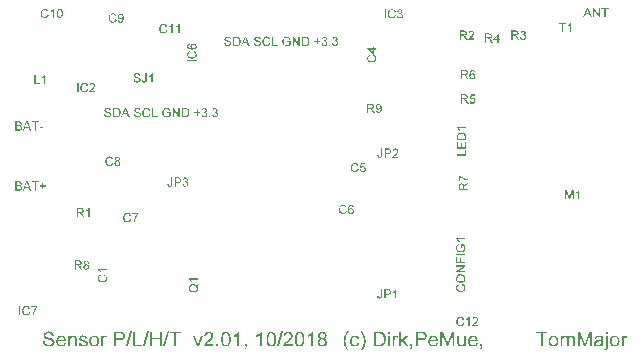
<source format=gto>
%FSLAX35Y35*%
%MOIN*%
%IN31=Bauteilnamenoben(extrainDatei:X.NamesTop)*%
%ADD10C,0.00591*%
%ADD11C,0.00004*%
%ADD12C,0.00154*%
%ADD13C,0.00192*%
%ADD14C,0.00197*%
%ADD15C,0.00200*%
%ADD16C,0.00240*%
%ADD17C,0.00288*%
%ADD18C,0.00300*%
%ADD19C,0.00394*%
%ADD20C,0.00400*%
%ADD21C,0.00450*%
%ADD22C,0.00500*%
%ADD23C,0.00600*%
%ADD24C,0.00787*%
%ADD25C,0.00800*%
%ADD26C,0.01000*%
%ADD27C,0.01024*%
%ADD28C,0.01181*%
%ADD29C,0.01575*%
%ADD30C,0.01969*%
%ADD31C,0.02362*%
%ADD32C,0.03150*%
%ADD33C,0.05000*%
%ADD34C,0.05118*%
%ADD35C,0.07087*%
%ADD36C,0.09843*%
%AMR_37*21,1,0.00591,0.01181,0,0,0.000*%
%ADD37R_37*%
%AMR_38*21,1,0.00600,0.07200,0,0,0.000*%
%ADD38R_38*%
%AMR_39*21,1,0.00787,0.04724,0,0,0.000*%
%ADD39R_39*%
%AMR_40*21,1,0.00788,0.03150,0,0,0.000*%
%ADD40R_40*%
%AMR_41*21,1,0.01181,0.01181,0,0,0.000*%
%ADD41R_41*%
%AMR_42*21,1,0.01250,0.04375,0,0,0.000*%
%ADD42R_42*%
%AMR_43*21,1,0.01400,0.05600,0,0,0.000*%
%ADD43R_43*%
%AMR_44*21,1,0.01574,0.03150,0,0,0.000*%
%ADD44R_44*%
%AMR_45*21,1,0.01574,0.04724,0,0,0.000*%
%ADD45R_45*%
%AMR_46*21,1,0.01800,0.02300,0,0,0.000*%
%ADD46R_46*%
%AMR_47*21,1,0.01969,0.02559,0,0,0.000*%
%ADD47R_47*%
%AMR_48*21,1,0.01969,0.05118,0,0,45.000*%
%ADD48R_48*%
%AMR_49*21,1,0.02000,0.02000,0,0,0.000*%
%ADD49R_49*%
%AMR_50*21,1,0.02165,0.04724,0,0,0.000*%
%ADD50R_50*%
%AMR_51*21,1,0.02500,0.02500,0,0,0.000*%
%ADD51R_51*%
%AMR_52*21,1,0.02500,0.05000,0,0,0.000*%
%ADD52R_52*%
%AMR_53*21,1,0.02559,0.05906,0,0,0.000*%
%ADD53R_53*%
%AMR_54*21,1,0.02756,0.09843,0,0,270.000*%
%ADD54R_54*%
%AMR_55*21,1,0.02953,0.05709,0,0,0.000*%
%ADD55R_55*%
%AMR_56*21,1,0.02953,0.06693,0,0,0.000*%
%ADD56R_56*%
%AMR_57*21,1,0.03150,0.00788,0,0,0.000*%
%ADD57R_57*%
%AMR_58*21,1,0.03150,0.01574,0,0,0.000*%
%ADD58R_58*%
%AMR_59*21,1,0.03750,0.01875,0,0,0.000*%
%ADD59R_59*%
%AMR_60*21,1,0.03937,0.01575,0,0,180.000*%
%ADD60R_60*%
%AMR_61*21,1,0.03937,0.05512,0,0,0.000*%
%ADD61R_61*%
%AMR_62*21,1,0.04600,0.05512,0,0,90.000*%
%ADD62R_62*%
%AMR_63*21,1,0.04600,0.05512,0,0,180.000*%
%ADD63R_63*%
%AMR_64*21,1,0.04724,0.01574,0,0,0.000*%
%ADD64R_64*%
%AMR_65*21,1,0.04724,0.04724,0,0,0.000*%
%ADD65R_65*%
%AMR_66*21,1,0.05118,0.01969,0,0,45.000*%
%ADD66R_66*%
%AMR_67*21,1,0.05118,0.05906,0,0,0.000*%
%ADD67R_67*%
%AMR_68*21,1,0.05118,0.05906,0,0,90.000*%
%ADD68R_68*%
%AMR_69*21,1,0.05118,0.05906,0,0,180.000*%
%ADD69R_69*%
%AMR_70*21,1,0.05118,0.05906,0,0,270.000*%
%ADD70R_70*%
%AMR_71*21,1,0.05118,0.06299,0,0,0.000*%
%ADD71R_71*%
%AMR_72*21,1,0.05118,0.06299,0,0,90.000*%
%ADD72R_72*%
%AMR_73*21,1,0.05118,0.06299,0,0,180.000*%
%ADD73R_73*%
%AMR_74*21,1,0.05315,0.02362,0,0,0.000*%
%ADD74R_74*%
%AMR_75*21,1,0.05512,0.02795,0,0,90.000*%
%ADD75R_75*%
%AMR_76*21,1,0.05512,0.05512,0,0,90.000*%
%ADD76R_76*%
%AMR_77*21,1,0.05512,0.05512,0,0,180.000*%
%ADD77R_77*%
%AMR_78*21,1,0.05512,0.05512,0,0,270.000*%
%ADD78R_78*%
%AMR_79*21,1,0.05600,0.01400,0,0,0.000*%
%ADD79R_79*%
%AMR_80*21,1,0.05709,0.02953,0,0,0.000*%
%ADD80R_80*%
%AMR_81*21,1,0.06299,0.05512,0,0,0.000*%
%ADD81R_81*%
%AMR_82*21,1,0.06299,0.05512,0,0,180.000*%
%ADD82R_82*%
%AMR_83*21,1,0.06299,0.06299,0,0,0.000*%
%ADD83R_83*%
%AMR_84*21,1,0.06299,0.07087,0,0,180.000*%
%ADD84R_84*%
%AMR_85*21,1,0.06299,0.07087,0,0,270.000*%
%ADD85R_85*%
%AMR_86*21,1,0.06693,0.02953,0,0,0.000*%
%ADD86R_86*%
%AMR_87*21,1,0.07087,0.11811,0,0,0.000*%
%ADD87R_87*%
%AMR_88*21,1,0.07087,0.14173,0,0,90.000*%
%ADD88R_88*%
%AMR_89*21,1,0.07200,0.00600,0,0,0.000*%
%ADD89R_89*%
%AMR_90*21,1,0.07874,0.06299,0,0,90.000*%
%ADD90R_90*%
%AMR_91*21,1,0.08661,0.04724,0,0,90.000*%
%ADD91R_91*%
%AMR_92*21,1,0.10625,0.01875,0,0,0.000*%
%ADD92R_92*%
%AMR_93*21,1,0.19685,0.19685,0,0,0.000*%
%ADD93R_93*%
%AMRR_94*21,1,0.03937,0.01260,0,0,0.000*21,1,0.03622,0.01575,0,0,0.000*1,1,0.00315,0.01811,0.00630*1,1,0.00315,-0.01811,-0.00630*1,1,0.00315,0.01811,-0.00630*1,1,0.00315,-0.01811,0.00630*%
%ADD94RR_94*%
G36*
X121648Y18272D02*
X121609Y18666D01*
X122042Y18705D01*
X122081Y18429D01*
X122160Y18233D01*
X122278Y18154D01*
X122435Y18114D01*
X122553Y18114D01*
X122672Y18193D01*
X122790Y18390D01*
X122829Y18508D01*
X122829Y18744D01*
X122829Y20870D01*
X123262Y20870D01*
X123262Y18784D01*
X123223Y18429D01*
X123183Y18193D01*
X123065Y17996D01*
X122868Y17878D01*
X122672Y17800D01*
X122435Y17760D01*
X122081Y17800D01*
X121805Y17996D01*
X121648Y18272D01*
D02*G37*
G36*
X125742Y20792D02*
X125349Y20870D01*
X123971Y20870D01*
D02*G37*
G36*
X125939Y20713D02*
X125742Y20792D01*
X123971Y20870D01*
D02*G37*
G36*
X124404Y20516D02*
X125939Y20713D01*
X123971Y20870D01*
D02*G37*
G36*
X125349Y20516D02*
X125939Y20713D01*
X124404Y20516D01*
D02*G37*
G36*
X125506Y20477D02*
X125939Y20713D01*
X125349Y20516D01*
D02*G37*
G36*
X126175Y20398D02*
X125939Y20713D01*
X125506Y20477D01*
D02*G37*
G36*
X125742Y20319D02*
X126175Y20398D01*
X125506Y20477D01*
D02*G37*
G36*
X125782Y20162D02*
X126175Y20398D01*
X125742Y20319D01*
D02*G37*
G36*
X126254Y20004D02*
X126175Y20398D01*
X125782Y20162D01*
D02*G37*
G36*
X125821Y19965D02*
X126254Y20004D01*
X125782Y20162D01*
D02*G37*
G36*
X125782Y19729D02*
X126254Y20004D01*
X125821Y19965D01*
D02*G37*
G36*
X126215Y19611D02*
X126254Y20004D01*
X125782Y19729D01*
D02*G37*
G36*
X125664Y19571D02*
X126215Y19611D01*
X125782Y19729D01*
D02*G37*
G36*
X125467Y19453D02*
X126215Y19611D01*
X125664Y19571D01*
D02*G37*
G36*
X124405Y19414D02*
X124404Y20516D01*
X123971Y20870D01*
D02*G37*
G36*
X126018Y19335D02*
X126215Y19611D01*
X125467Y19453D01*
D02*G37*
G36*
X126018Y19335D02*
X125467Y19453D01*
X125152Y19414D01*
D02*G37*
G36*
X126018Y19335D02*
X125152Y19414D01*
X124405Y19414D01*
D02*G37*
G36*
X125861Y19217D02*
X126018Y19335D01*
X124405Y19414D01*
D02*G37*
G36*
X125664Y19138D02*
X125861Y19217D01*
X124405Y19414D01*
D02*G37*
G36*
X124404Y19059D02*
X125664Y19138D01*
X124405Y19414D01*
D02*G37*
G36*
X124404Y19059D02*
X124405Y19414D01*
X123971Y20870D01*
D02*G37*
G36*
X125427Y19059D02*
X125664Y19138D01*
X124404Y19059D01*
D02*G37*
G36*
X123971Y17800D02*
X124404Y19059D01*
X123971Y20870D01*
D02*G37*
G36*
X124404Y17800D02*
X124404Y19059D01*
X123971Y17800D01*
D02*G37*
G36*
X128026Y20870D02*
X128026Y17800D01*
X127632Y17800D01*
X127632Y20201D01*
X127475Y20044D01*
X127317Y19925D01*
X126924Y19729D01*
X126924Y20083D01*
X127199Y20280D01*
X127435Y20477D01*
X127632Y20674D01*
X127790Y20870D01*
X128026Y20870D01*
D02*G37*
G36*
X23137Y47932D02*
X22782Y47971D01*
X21444Y47971D01*
D02*G37*
G36*
X23373Y47893D02*
X23137Y47932D01*
X21444Y47971D01*
D02*G37*
G36*
X23530Y47775D02*
X23373Y47893D01*
X21444Y47971D01*
D02*G37*
G36*
X21877Y47617D02*
X23530Y47775D01*
X21444Y47971D01*
D02*G37*
G36*
X22782Y47617D02*
X23530Y47775D01*
X21877Y47617D01*
D02*G37*
G36*
X23058Y47578D02*
X23530Y47775D01*
X22782Y47617D01*
D02*G37*
G36*
X23688Y47578D02*
X23530Y47775D01*
X23058Y47578D01*
D02*G37*
G36*
X23215Y47460D02*
X23688Y47578D01*
X23058Y47578D01*
D02*G37*
G36*
X23767Y47381D02*
X23688Y47578D01*
X23215Y47460D01*
D02*G37*
G36*
X23334Y47302D02*
X23767Y47381D01*
X23215Y47460D01*
D02*G37*
G36*
X23373Y47145D02*
X23767Y47381D01*
X23334Y47302D01*
D02*G37*
G36*
X23806Y47145D02*
X23767Y47381D01*
X23373Y47145D01*
D02*G37*
G36*
X23373Y46987D02*
X23806Y47145D01*
X23373Y47145D01*
D02*G37*
G36*
X23294Y46869D02*
X23806Y47145D01*
X23373Y46987D01*
D02*G37*
G36*
X23767Y46830D02*
X23806Y47145D01*
X23294Y46869D01*
D02*G37*
G36*
X23097Y46672D02*
X23767Y46830D01*
X23294Y46869D01*
D02*G37*
G36*
X21878Y46633D02*
X21877Y47617D01*
X21444Y47971D01*
D02*G37*
G36*
X22940Y46633D02*
X23767Y46830D01*
X23097Y46672D01*
D02*G37*
G36*
X23609Y46593D02*
X23767Y46830D01*
X22940Y46633D01*
D02*G37*
G36*
X23609Y46593D02*
X22940Y46633D01*
X21878Y46633D01*
D02*G37*
G36*
X23373Y46397D02*
X23609Y46593D01*
X21878Y46633D01*
D02*G37*
G36*
X22979Y46318D02*
X23373Y46397D01*
X21878Y46633D01*
D02*G37*
G36*
X21877Y46279D02*
X22979Y46318D01*
X21878Y46633D01*
D02*G37*
G36*
X21877Y46279D02*
X21878Y46633D01*
X21444Y47971D01*
D02*G37*
G36*
X22546Y46279D02*
X22979Y46318D01*
X21877Y46279D01*
D02*G37*
G36*
X23137Y46239D02*
X22979Y46318D01*
X22546Y46279D01*
D02*G37*
G36*
X22704Y46200D02*
X23137Y46239D01*
X22546Y46279D01*
D02*G37*
G36*
X22782Y46082D02*
X23137Y46239D01*
X22704Y46200D01*
D02*G37*
G36*
X22900Y45964D02*
X23137Y46239D01*
X22782Y46082D01*
D02*G37*
G36*
X23412Y45964D02*
X23137Y46239D01*
X22900Y45964D01*
D02*G37*
G36*
X23019Y45806D02*
X23412Y45964D01*
X22900Y45964D01*
D02*G37*
G36*
X23570Y45727D02*
X23412Y45964D01*
X23019Y45806D01*
D02*G37*
G36*
X23176Y45530D02*
X23570Y45727D01*
X23019Y45806D01*
D02*G37*
G36*
X21444Y44901D02*
X21877Y46279D01*
X21444Y47971D01*
D02*G37*
G36*
X21877Y44901D02*
X21877Y46279D01*
X21444Y44901D01*
D02*G37*
G36*
X23570Y44901D02*
X23570Y45727D01*
X23176Y45530D01*
D02*G37*
G36*
X24042Y44901D02*
X23570Y45727D01*
X23570Y44901D01*
D02*G37*
G36*
X25735Y47971D02*
X25735Y44901D01*
X25341Y44901D01*
X25341Y47302D01*
X25184Y47145D01*
X25026Y47027D01*
X24633Y46830D01*
X24633Y47184D01*
X24908Y47381D01*
X25145Y47578D01*
X25341Y47775D01*
X25499Y47971D01*
X25735Y47971D01*
D02*G37*
G36*
X39042Y44019D02*
X39160Y44334D01*
X39593Y44255D01*
X39436Y43822D01*
X39121Y43507D01*
X38767Y43311D01*
X38334Y43232D01*
X37901Y43271D01*
X37546Y43429D01*
X37271Y43665D01*
X37074Y44019D01*
X36956Y44413D01*
X36916Y44846D01*
X36956Y45279D01*
X37113Y45673D01*
X37310Y45948D01*
X37586Y46185D01*
X37940Y46342D01*
X38334Y46381D01*
X38727Y46303D01*
X39082Y46145D01*
X39357Y45870D01*
X39515Y45476D01*
X39082Y45397D01*
X38964Y45673D01*
X38806Y45870D01*
X38570Y45988D01*
X38294Y46027D01*
X38019Y45988D01*
X37743Y45870D01*
X37546Y45673D01*
X37428Y45397D01*
X37389Y45122D01*
X37349Y44846D01*
X37389Y44452D01*
X37467Y44137D01*
X37586Y43901D01*
X37782Y43744D01*
X38058Y43625D01*
X38294Y43586D01*
X38609Y43625D01*
X38845Y43783D01*
X39042Y44019D01*
D02*G37*
G36*
X41562Y45909D02*
X39987Y45909D01*
X39987Y46303D01*
X41956Y46303D01*
X41956Y45988D01*
X41680Y45633D01*
X41405Y45161D01*
X41168Y44649D01*
X40971Y44098D01*
X40893Y43704D01*
X40853Y43271D01*
X40460Y43271D01*
X40499Y43665D01*
X40617Y44137D01*
X40775Y44649D01*
X41011Y45122D01*
X41286Y45555D01*
X41562Y45909D01*
D02*G37*
G36*
X114887Y60707D02*
X115005Y61022D01*
X115438Y60943D01*
X115281Y60510D01*
X114966Y60195D01*
X114611Y59998D01*
X114178Y59920D01*
X113745Y59959D01*
X113391Y60116D01*
X113115Y60353D01*
X112918Y60707D01*
X112800Y61101D01*
X112761Y61534D01*
X112800Y61967D01*
X112958Y62361D01*
X113155Y62636D01*
X113430Y62872D01*
X113785Y63030D01*
X114178Y63069D01*
X114572Y62991D01*
X114926Y62833D01*
X115202Y62557D01*
X115359Y62164D01*
X114926Y62085D01*
X114808Y62361D01*
X114651Y62557D01*
X114415Y62676D01*
X114139Y62715D01*
X113863Y62676D01*
X113588Y62557D01*
X113391Y62361D01*
X113273Y62085D01*
X113233Y61809D01*
X113194Y61534D01*
X113233Y61140D01*
X113312Y60825D01*
X113430Y60589D01*
X113627Y60431D01*
X113903Y60313D01*
X114139Y60274D01*
X114454Y60313D01*
X114690Y60471D01*
X114887Y60707D01*
D02*G37*
G36*
X115911Y60431D02*
X115832Y60786D01*
X116226Y60825D01*
X116304Y60589D01*
X116422Y60392D01*
X116580Y60313D01*
X116777Y60274D01*
X117052Y60313D01*
X117249Y60471D01*
X117367Y60707D01*
X117407Y60983D01*
X117367Y61258D01*
X117249Y61455D01*
X117052Y61613D01*
X116777Y61652D01*
X116462Y61573D01*
X116265Y61376D01*
X115871Y61416D01*
X116186Y62991D01*
X117643Y62991D01*
X117643Y62597D01*
X116501Y62597D01*
X116344Y61809D01*
X116619Y61967D01*
X116895Y62006D01*
X117249Y61928D01*
X117525Y61731D01*
X117722Y61416D01*
X117800Y61022D01*
X117761Y60628D01*
X117564Y60274D01*
X117407Y60116D01*
X117210Y59998D01*
X117013Y59959D01*
X116777Y59920D01*
X116422Y59959D01*
X116107Y60156D01*
X115911Y60431D01*
D02*G37*
G36*
X149945Y56177D02*
X149630Y56216D01*
X149394Y56177D01*
D02*G37*
G36*
X149197Y56098D02*
X149945Y56177D01*
X149394Y56177D01*
D02*G37*
G36*
X150182Y56019D02*
X149945Y56177D01*
X149197Y56098D01*
D02*G37*
G36*
X151875Y55980D02*
X151875Y56452D01*
X151048Y55980D01*
D02*G37*
G36*
X149000Y55940D02*
X150182Y56019D01*
X149197Y56098D01*
D02*G37*
G36*
X150812Y55822D02*
X151875Y55980D01*
X151048Y55980D01*
D02*G37*
G36*
X148882Y55783D02*
X150182Y56019D01*
X149000Y55940D01*
D02*G37*
G36*
X149630Y55783D02*
X150182Y56019D01*
X148882Y55783D01*
D02*G37*
G36*
X149788Y55783D02*
X150182Y56019D01*
X149630Y55783D01*
D02*G37*
G36*
X150378Y55783D02*
X150182Y56019D01*
X149788Y55783D01*
D02*G37*
G36*
X149473Y55744D02*
X149630Y55783D01*
X148882Y55783D01*
D02*G37*
G36*
X149906Y55704D02*
X150378Y55783D01*
X149788Y55783D01*
D02*G37*
G36*
X149315Y55625D02*
X149473Y55744D01*
X148882Y55783D01*
D02*G37*
G36*
X151245Y55586D02*
X151875Y55980D01*
X150812Y55822D01*
D02*G37*
G36*
X148843Y55547D02*
X149315Y55625D01*
X148882Y55783D01*
D02*G37*
G36*
X150536Y55547D02*
X151245Y55586D01*
X150812Y55822D01*
D02*G37*
G36*
X150103Y55507D02*
X150378Y55783D01*
X149906Y55704D01*
D02*G37*
G36*
X149197Y55468D02*
X149315Y55625D01*
X148843Y55547D01*
D02*G37*
G36*
X150969Y55429D02*
X151245Y55586D01*
X150536Y55547D01*
D02*G37*
G36*
X150457Y55389D02*
X150378Y55783D01*
X150103Y55507D01*
D02*G37*
G36*
X150457Y55389D02*
X150969Y55429D01*
X150536Y55547D01*
D02*G37*
G36*
X150142Y55350D02*
X150457Y55389D01*
X150103Y55507D01*
D02*G37*
G36*
X150142Y55350D02*
X150969Y55429D01*
X150457Y55389D01*
D02*G37*
G36*
X150812Y55311D02*
X150969Y55429D01*
X150142Y55350D01*
D02*G37*
G36*
X148804Y55192D02*
X149197Y55468D01*
X148843Y55547D01*
D02*G37*
G36*
X149158Y55192D02*
X149197Y55468D01*
X148804Y55192D01*
D02*G37*
G36*
X150693Y55192D02*
X150812Y55311D01*
X150142Y55350D01*
D02*G37*
G36*
X150575Y55114D02*
X150693Y55192D01*
X150142Y55350D01*
D02*G37*
G36*
X150497Y54956D02*
X150575Y55114D01*
X150142Y55350D01*
D02*G37*
G36*
X149158Y54287D02*
X149158Y55192D01*
X148804Y55192D01*
D02*G37*
G36*
X150143Y54287D02*
X150497Y54956D01*
X150142Y55350D01*
D02*G37*
G36*
X150497Y54287D02*
X150497Y54956D01*
X150143Y54287D01*
D02*G37*
G36*
X148804Y53854D02*
X149158Y54287D01*
X148804Y55192D01*
D02*G37*
G36*
X148804Y53854D02*
X151875Y54287D01*
X149158Y54287D01*
D02*G37*
G36*
X151875Y53854D02*
X151875Y54287D01*
X148804Y53854D01*
D02*G37*
G36*
X149237Y58342D02*
X149237Y56767D01*
X148843Y56767D01*
X148843Y58736D01*
X149158Y58736D01*
X149512Y58460D01*
X149985Y58185D01*
X150497Y57948D01*
X151048Y57751D01*
X151441Y57673D01*
X151875Y57633D01*
X151875Y57240D01*
X151481Y57279D01*
X151008Y57397D01*
X150497Y57555D01*
X150024Y57791D01*
X149591Y58066D01*
X149237Y58342D01*
D02*G37*
G36*
X110980Y46733D02*
X111098Y47048D01*
X111531Y46969D01*
X111374Y46536D01*
X111059Y46221D01*
X110704Y46025D01*
X110271Y45946D01*
X109838Y45985D01*
X109484Y46143D01*
X109208Y46379D01*
X109011Y46733D01*
X108893Y47127D01*
X108854Y47560D01*
X108893Y47993D01*
X109051Y48387D01*
X109248Y48662D01*
X109523Y48899D01*
X109877Y49056D01*
X110271Y49095D01*
X110665Y49017D01*
X111019Y48859D01*
X111295Y48584D01*
X111452Y48190D01*
X111019Y48111D01*
X110901Y48387D01*
X110744Y48584D01*
X110507Y48702D01*
X110232Y48741D01*
X109956Y48702D01*
X109681Y48584D01*
X109484Y48387D01*
X109366Y48111D01*
X109326Y47836D01*
X109287Y47560D01*
X109326Y47166D01*
X109405Y46851D01*
X109523Y46615D01*
X109720Y46458D01*
X109996Y46340D01*
X110232Y46300D01*
X110547Y46340D01*
X110783Y46497D01*
X110980Y46733D01*
D02*G37*
G36*
X113303Y49017D02*
X112948Y49056D01*
X112752Y49017D01*
D02*G37*
G36*
X112515Y48977D02*
X113303Y49017D01*
X112752Y49017D01*
D02*G37*
G36*
X112358Y48859D02*
X113303Y49017D01*
X112515Y48977D01*
D02*G37*
G36*
X113578Y48859D02*
X113303Y49017D01*
X112358Y48859D01*
D02*G37*
G36*
X112200Y48702D02*
X113578Y48859D01*
X112358Y48859D01*
D02*G37*
G36*
X112948Y48702D02*
X113578Y48859D01*
X112200Y48702D01*
D02*G37*
G36*
X112752Y48662D02*
X112948Y48702D01*
X112200Y48702D01*
D02*G37*
G36*
X113145Y48662D02*
X113578Y48859D01*
X112948Y48702D01*
D02*G37*
G36*
X112594Y48623D02*
X112752Y48662D01*
X112200Y48702D01*
D02*G37*
G36*
X113775Y48584D02*
X113578Y48859D01*
X113145Y48662D01*
D02*G37*
G36*
X113303Y48544D02*
X113775Y48584D01*
X113145Y48662D01*
D02*G37*
G36*
X112043Y48465D02*
X112594Y48623D01*
X112200Y48702D01*
D02*G37*
G36*
X112476Y48465D02*
X112594Y48623D01*
X112043Y48465D01*
D02*G37*
G36*
X113381Y48426D02*
X113775Y48584D01*
X113303Y48544D01*
D02*G37*
G36*
X112358Y48269D02*
X112476Y48465D01*
X112043Y48465D01*
D02*G37*
G36*
X113854Y48269D02*
X113775Y48584D01*
X113381Y48426D01*
D02*G37*
G36*
X113460Y48229D02*
X113854Y48269D01*
X113381Y48426D01*
D02*G37*
G36*
X111925Y48190D02*
X112358Y48269D01*
X112043Y48465D01*
D02*G37*
G36*
X112279Y47993D02*
X112358Y48269D01*
X111925Y48190D01*
D02*G37*
G36*
X113342Y47914D02*
X112988Y47993D01*
X112791Y47954D01*
D02*G37*
G36*
X112555Y47875D02*
X113342Y47914D01*
X112791Y47954D01*
D02*G37*
G36*
X111885Y47836D02*
X112279Y47993D01*
X111925Y48190D01*
D02*G37*
G36*
X112397Y47757D02*
X113342Y47914D01*
X112555Y47875D01*
D02*G37*
G36*
X113618Y47717D02*
X113342Y47914D01*
X112397Y47757D01*
D02*G37*
G36*
X112870Y47639D02*
X113618Y47717D01*
X112397Y47757D01*
D02*G37*
G36*
X112240Y47599D02*
X112279Y47993D01*
X111885Y47836D01*
D02*G37*
G36*
X112240Y47599D02*
X112870Y47639D01*
X112397Y47757D01*
D02*G37*
G36*
X112633Y47599D02*
X112870Y47639D01*
X112240Y47599D01*
D02*G37*
G36*
X113145Y47599D02*
X113618Y47717D01*
X112870Y47639D01*
D02*G37*
G36*
X112437Y47442D02*
X112633Y47599D01*
X112240Y47599D01*
D02*G37*
G36*
X112437Y47442D02*
X112240Y47599D01*
X111885Y47836D01*
D02*G37*
G36*
X113342Y47442D02*
X113618Y47717D01*
X113145Y47599D01*
D02*G37*
G36*
X111846Y47402D02*
X112437Y47442D01*
X111885Y47836D01*
D02*G37*
G36*
X113815Y47402D02*
X113618Y47717D01*
X113342Y47442D01*
D02*G37*
G36*
X112279Y47245D02*
X112437Y47442D01*
X111846Y47402D01*
D02*G37*
G36*
X113460Y47245D02*
X113815Y47402D01*
X113342Y47442D01*
D02*G37*
G36*
X111885Y47048D02*
X112279Y47245D01*
X111846Y47402D01*
D02*G37*
G36*
X112241Y47009D02*
X112279Y47245D01*
X111885Y47048D01*
D02*G37*
G36*
X113893Y47009D02*
X113815Y47402D01*
X113460Y47245D01*
D02*G37*
G36*
X113500Y46969D02*
X113893Y47009D01*
X113460Y47245D01*
D02*G37*
G36*
X112279Y46812D02*
X112241Y47009D01*
X111885Y47048D01*
D02*G37*
G36*
X111925Y46733D02*
X112279Y46812D01*
X111885Y47048D01*
D02*G37*
G36*
X113460Y46694D02*
X113893Y47009D01*
X113500Y46969D01*
D02*G37*
G36*
X113854Y46694D02*
X113893Y47009D01*
X113460Y46694D01*
D02*G37*
G36*
X112318Y46654D02*
X112279Y46812D01*
X111925Y46733D01*
D02*G37*
G36*
X112003Y46497D02*
X112318Y46654D01*
X111925Y46733D01*
D02*G37*
G36*
X112437Y46497D02*
X112318Y46654D01*
X112003Y46497D01*
D02*G37*
G36*
X113342Y46497D02*
X113854Y46694D01*
X113460Y46694D01*
D02*G37*
G36*
X113775Y46458D02*
X113854Y46694D01*
X113342Y46497D01*
D02*G37*
G36*
X112555Y46379D02*
X112437Y46497D01*
X112003Y46497D01*
D02*G37*
G36*
X113145Y46340D02*
X113775Y46458D01*
X113342Y46497D01*
D02*G37*
G36*
X112161Y46300D02*
X112555Y46379D01*
X112003Y46497D01*
D02*G37*
G36*
X112712Y46300D02*
X112555Y46379D01*
X112161Y46300D01*
D02*G37*
G36*
X113618Y46221D02*
X113775Y46458D01*
X113145Y46340D01*
D02*G37*
G36*
X113618Y46221D02*
X113145Y46340D01*
X112909Y46300D01*
D02*G37*
G36*
X113618Y46221D02*
X112909Y46300D01*
X112161Y46300D01*
D02*G37*
G36*
X112318Y46143D02*
X113618Y46221D01*
X112161Y46300D01*
D02*G37*
G36*
X113421Y46064D02*
X113618Y46221D01*
X112318Y46143D01*
D02*G37*
G36*
X112476Y46025D02*
X113421Y46064D01*
X112318Y46143D01*
D02*G37*
G36*
X113185Y45985D02*
X113421Y46064D01*
X112476Y46025D01*
D02*G37*
G36*
X112712Y45946D02*
X113185Y45985D01*
X112476Y46025D01*
D02*G37*
G36*
X112909Y45946D02*
X113185Y45985D01*
X112712Y45946D01*
D02*G37*
G36*
X151250Y67244D02*
X151250Y65354D01*
X148179Y65354D01*
X148179Y65787D01*
X150895Y65787D01*
X150895Y67244D01*
X151250Y67244D01*
D02*G37*
G36*
X151250Y69960D02*
X151250Y67716D01*
X148179Y67716D01*
X148179Y69881D01*
X148533Y69881D01*
X148533Y68149D01*
X149478Y68149D01*
X149478Y69763D01*
X149832Y69763D01*
X149832Y68149D01*
X150895Y68149D01*
X150895Y69960D01*
X151250Y69960D01*
D02*G37*
G36*
X149320Y73031D02*
X150029Y73070D01*
X149714Y73070D01*
D02*G37*
G36*
X148966Y72952D02*
X150029Y73070D01*
X149320Y73031D01*
D02*G37*
G36*
X150580Y72913D02*
X150029Y73070D01*
X148966Y72952D01*
D02*G37*
G36*
X148690Y72795D02*
X150580Y72913D01*
X148966Y72952D01*
D02*G37*
G36*
X150777Y72795D02*
X150580Y72913D01*
X148690Y72795D01*
D02*G37*
G36*
X149675Y72637D02*
X150777Y72795D01*
X148690Y72795D01*
D02*G37*
G36*
X150029Y72637D02*
X150777Y72795D01*
X149675Y72637D01*
D02*G37*
G36*
X148454Y72598D02*
X149675Y72637D01*
X148690Y72795D01*
D02*G37*
G36*
X149281Y72598D02*
X149675Y72637D01*
X148454Y72598D01*
D02*G37*
G36*
X150305Y72559D02*
X150777Y72795D01*
X150029Y72637D01*
D02*G37*
G36*
X151053Y72519D02*
X150777Y72795D01*
X150305Y72559D01*
D02*G37*
G36*
X148966Y72480D02*
X149281Y72598D01*
X148454Y72598D01*
D02*G37*
G36*
X150501Y72480D02*
X151053Y72519D01*
X150305Y72559D01*
D02*G37*
G36*
X148297Y72401D02*
X148966Y72480D01*
X148454Y72598D01*
D02*G37*
G36*
X150698Y72362D02*
X151053Y72519D01*
X150501Y72480D01*
D02*G37*
G36*
X148730Y72322D02*
X148966Y72480D01*
X148297Y72401D01*
D02*G37*
G36*
X148218Y72125D02*
X148730Y72322D01*
X148297Y72401D01*
D02*G37*
G36*
X148612Y72125D02*
X148730Y72322D01*
X148218Y72125D01*
D02*G37*
G36*
X151210Y72125D02*
X151053Y72519D01*
X150698Y72362D01*
D02*G37*
G36*
X150856Y72086D02*
X151210Y72125D01*
X150698Y72362D01*
D02*G37*
G36*
X148179Y71929D02*
X148612Y72125D01*
X148218Y72125D01*
D02*G37*
G36*
X148533Y71929D02*
X148612Y72125D01*
X148179Y71929D01*
D02*G37*
G36*
X150895Y71889D02*
X151210Y72125D01*
X150856Y72086D01*
D02*G37*
G36*
X151250Y71653D02*
X151210Y72125D01*
X150895Y71889D01*
D02*G37*
G36*
X148533Y70984D02*
X148533Y71929D01*
X148179Y71929D01*
D02*G37*
G36*
X150896Y70984D02*
X151250Y71653D01*
X150895Y71889D01*
D02*G37*
G36*
X148179Y70551D02*
X148533Y70984D01*
X148179Y71929D01*
D02*G37*
G36*
X148179Y70551D02*
X150896Y70984D01*
X148533Y70984D01*
D02*G37*
G36*
X151250Y70551D02*
X150896Y70984D01*
X148179Y70551D01*
D02*G37*
G36*
X151250Y70551D02*
X151250Y71653D01*
X150896Y70984D01*
D02*G37*
G36*
X148179Y74842D02*
X151250Y74842D01*
X151250Y74448D01*
X148848Y74448D01*
X149005Y74291D01*
X149124Y74133D01*
X149320Y73740D01*
X148966Y73740D01*
X148769Y74015D01*
X148572Y74251D01*
X148375Y74448D01*
X148179Y74606D01*
X148179Y74842D01*
D02*G37*
G36*
X191729Y114279D02*
X191966Y114633D01*
X191454Y114633D01*
D02*G37*
G36*
X191808Y114003D02*
X191966Y114633D01*
X191729Y114279D01*
D02*G37*
G36*
X191493Y113727D02*
X191729Y114279D01*
X191454Y114633D01*
D02*G37*
G36*
X191926Y113649D02*
X191966Y114633D01*
X191808Y114003D01*
D02*G37*
G36*
X191179Y112861D02*
X191493Y113727D01*
X191454Y114633D01*
D02*G37*
G36*
X192241Y112861D02*
X191966Y114633D01*
X191926Y113649D01*
D02*G37*
G36*
X191060Y112507D02*
X192241Y112861D01*
X191179Y112861D01*
D02*G37*
G36*
X191060Y112507D02*
X191179Y112861D01*
X191454Y114633D01*
D02*G37*
G36*
X192359Y112507D02*
X192241Y112861D01*
X191060Y112507D01*
D02*G37*
G36*
X192359Y112507D02*
X191966Y114633D01*
X192241Y112861D01*
D02*G37*
G36*
X190233Y111562D02*
X191060Y112507D01*
X191454Y114633D01*
D02*G37*
G36*
X190706Y111562D02*
X191060Y112507D01*
X190233Y111562D01*
D02*G37*
G36*
X192714Y111562D02*
X191966Y114633D01*
X192359Y112507D01*
D02*G37*
G36*
X193186Y111562D02*
X191966Y114633D01*
X192714Y111562D01*
D02*G37*
G36*
X193934Y111562D02*
X193501Y111562D01*
X193501Y114633D01*
X193973Y114633D01*
X195430Y112349D01*
X195430Y114633D01*
X195863Y114633D01*
X195863Y111562D01*
X195391Y111562D01*
X193934Y113845D01*
X193934Y111562D01*
D02*G37*
G36*
X197753Y111562D02*
X197320Y111562D01*
X197320Y114279D01*
X196336Y114279D01*
X196336Y114633D01*
X198737Y114633D01*
X198737Y114279D01*
X197753Y114279D01*
X197753Y111562D01*
D02*G37*
G36*
X151172Y93906D02*
X150817Y93945D01*
X149479Y93945D01*
D02*G37*
G36*
X151408Y93867D02*
X151172Y93906D01*
X149479Y93945D01*
D02*G37*
G36*
X151565Y93749D02*
X151408Y93867D01*
X149479Y93945D01*
D02*G37*
G36*
X149912Y93591D02*
X151565Y93749D01*
X149479Y93945D01*
D02*G37*
G36*
X150817Y93591D02*
X151565Y93749D01*
X149912Y93591D01*
D02*G37*
G36*
X151093Y93552D02*
X151565Y93749D01*
X150817Y93591D01*
D02*G37*
G36*
X151723Y93552D02*
X151565Y93749D01*
X151093Y93552D01*
D02*G37*
G36*
X151250Y93434D02*
X151723Y93552D01*
X151093Y93552D01*
D02*G37*
G36*
X151802Y93355D02*
X151723Y93552D01*
X151250Y93434D01*
D02*G37*
G36*
X151369Y93276D02*
X151802Y93355D01*
X151250Y93434D01*
D02*G37*
G36*
X151408Y93119D02*
X151802Y93355D01*
X151369Y93276D01*
D02*G37*
G36*
X151841Y93119D02*
X151802Y93355D01*
X151408Y93119D01*
D02*G37*
G36*
X151408Y92961D02*
X151841Y93119D01*
X151408Y93119D01*
D02*G37*
G36*
X151329Y92843D02*
X151841Y93119D01*
X151408Y92961D01*
D02*G37*
G36*
X151802Y92804D02*
X151841Y93119D01*
X151329Y92843D01*
D02*G37*
G36*
X151132Y92646D02*
X151802Y92804D01*
X151329Y92843D01*
D02*G37*
G36*
X149913Y92607D02*
X149912Y93591D01*
X149479Y93945D01*
D02*G37*
G36*
X150975Y92607D02*
X151802Y92804D01*
X151132Y92646D01*
D02*G37*
G36*
X151644Y92567D02*
X151802Y92804D01*
X150975Y92607D01*
D02*G37*
G36*
X151644Y92567D02*
X150975Y92607D01*
X149913Y92607D01*
D02*G37*
G36*
X151408Y92371D02*
X151644Y92567D01*
X149913Y92607D01*
D02*G37*
G36*
X151014Y92292D02*
X151408Y92371D01*
X149913Y92607D01*
D02*G37*
G36*
X149912Y92252D02*
X151014Y92292D01*
X149913Y92607D01*
D02*G37*
G36*
X149912Y92252D02*
X149913Y92607D01*
X149479Y93945D01*
D02*G37*
G36*
X150581Y92252D02*
X151014Y92292D01*
X149912Y92252D01*
D02*G37*
G36*
X151172Y92213D02*
X151014Y92292D01*
X150581Y92252D01*
D02*G37*
G36*
X150739Y92174D02*
X151172Y92213D01*
X150581Y92252D01*
D02*G37*
G36*
X150817Y92056D02*
X151172Y92213D01*
X150739Y92174D01*
D02*G37*
G36*
X150936Y91937D02*
X151172Y92213D01*
X150817Y92056D01*
D02*G37*
G36*
X151447Y91937D02*
X151172Y92213D01*
X150936Y91937D01*
D02*G37*
G36*
X151054Y91780D02*
X151447Y91937D01*
X150936Y91937D01*
D02*G37*
G36*
X151605Y91701D02*
X151447Y91937D01*
X151054Y91780D01*
D02*G37*
G36*
X151211Y91504D02*
X151605Y91701D01*
X151054Y91780D01*
D02*G37*
G36*
X149479Y90875D02*
X149912Y92252D01*
X149479Y93945D01*
D02*G37*
G36*
X149912Y90875D02*
X149912Y92252D01*
X149479Y90875D01*
D02*G37*
G36*
X151605Y90875D02*
X151605Y91701D01*
X151211Y91504D01*
D02*G37*
G36*
X152077Y90875D02*
X151605Y91701D01*
X151605Y90875D01*
D02*G37*
G36*
X153770Y93906D02*
X153416Y93945D01*
X153219Y93906D01*
D02*G37*
G36*
X152983Y93867D02*
X153770Y93906D01*
X153219Y93906D01*
D02*G37*
G36*
X152825Y93749D02*
X153770Y93906D01*
X152983Y93867D01*
D02*G37*
G36*
X154046Y93749D02*
X153770Y93906D01*
X152825Y93749D01*
D02*G37*
G36*
X152668Y93591D02*
X154046Y93749D01*
X152825Y93749D01*
D02*G37*
G36*
X153416Y93591D02*
X154046Y93749D01*
X152668Y93591D01*
D02*G37*
G36*
X153219Y93552D02*
X153416Y93591D01*
X152668Y93591D01*
D02*G37*
G36*
X153613Y93552D02*
X154046Y93749D01*
X153416Y93591D01*
D02*G37*
G36*
X153062Y93512D02*
X153219Y93552D01*
X152668Y93591D01*
D02*G37*
G36*
X154243Y93473D02*
X154046Y93749D01*
X153613Y93552D01*
D02*G37*
G36*
X153770Y93434D02*
X154243Y93473D01*
X153613Y93552D01*
D02*G37*
G36*
X152510Y93355D02*
X153062Y93512D01*
X152668Y93591D01*
D02*G37*
G36*
X152943Y93355D02*
X153062Y93512D01*
X152510Y93355D01*
D02*G37*
G36*
X153849Y93315D02*
X154243Y93473D01*
X153770Y93434D01*
D02*G37*
G36*
X152825Y93158D02*
X152943Y93355D01*
X152510Y93355D01*
D02*G37*
G36*
X154321Y93158D02*
X154243Y93473D01*
X153849Y93315D01*
D02*G37*
G36*
X153928Y93119D02*
X154321Y93158D01*
X153849Y93315D01*
D02*G37*
G36*
X152392Y93079D02*
X152825Y93158D01*
X152510Y93355D01*
D02*G37*
G36*
X152747Y92882D02*
X152825Y93158D01*
X152392Y93079D01*
D02*G37*
G36*
X153810Y92804D02*
X153455Y92882D01*
X153258Y92843D01*
D02*G37*
G36*
X153022Y92764D02*
X153810Y92804D01*
X153258Y92843D01*
D02*G37*
G36*
X152353Y92725D02*
X152747Y92882D01*
X152392Y93079D01*
D02*G37*
G36*
X152865Y92646D02*
X153810Y92804D01*
X153022Y92764D01*
D02*G37*
G36*
X154085Y92607D02*
X153810Y92804D01*
X152865Y92646D01*
D02*G37*
G36*
X153337Y92528D02*
X154085Y92607D01*
X152865Y92646D01*
D02*G37*
G36*
X152707Y92489D02*
X152747Y92882D01*
X152353Y92725D01*
D02*G37*
G36*
X152707Y92489D02*
X153337Y92528D01*
X152865Y92646D01*
D02*G37*
G36*
X153101Y92489D02*
X153337Y92528D01*
X152707Y92489D01*
D02*G37*
G36*
X153613Y92489D02*
X154085Y92607D01*
X153337Y92528D01*
D02*G37*
G36*
X152904Y92331D02*
X153101Y92489D01*
X152707Y92489D01*
D02*G37*
G36*
X152904Y92331D02*
X152707Y92489D01*
X152353Y92725D01*
D02*G37*
G36*
X153810Y92331D02*
X154085Y92607D01*
X153613Y92489D01*
D02*G37*
G36*
X152313Y92292D02*
X152904Y92331D01*
X152353Y92725D01*
D02*G37*
G36*
X154282Y92292D02*
X154085Y92607D01*
X153810Y92331D01*
D02*G37*
G36*
X152747Y92134D02*
X152904Y92331D01*
X152313Y92292D01*
D02*G37*
G36*
X153928Y92134D02*
X154282Y92292D01*
X153810Y92331D01*
D02*G37*
G36*
X152353Y91937D02*
X152747Y92134D01*
X152313Y92292D01*
D02*G37*
G36*
X152708Y91898D02*
X152747Y92134D01*
X152353Y91937D01*
D02*G37*
G36*
X154361Y91898D02*
X154282Y92292D01*
X153928Y92134D01*
D02*G37*
G36*
X153967Y91859D02*
X154361Y91898D01*
X153928Y92134D01*
D02*G37*
G36*
X152747Y91701D02*
X152708Y91898D01*
X152353Y91937D01*
D02*G37*
G36*
X152392Y91623D02*
X152747Y91701D01*
X152353Y91937D01*
D02*G37*
G36*
X153928Y91583D02*
X154361Y91898D01*
X153967Y91859D01*
D02*G37*
G36*
X154321Y91583D02*
X154361Y91898D01*
X153928Y91583D01*
D02*G37*
G36*
X152786Y91544D02*
X152747Y91701D01*
X152392Y91623D01*
D02*G37*
G36*
X152471Y91386D02*
X152786Y91544D01*
X152392Y91623D01*
D02*G37*
G36*
X152904Y91386D02*
X152786Y91544D01*
X152471Y91386D01*
D02*G37*
G36*
X153810Y91386D02*
X154321Y91583D01*
X153928Y91583D01*
D02*G37*
G36*
X154243Y91347D02*
X154321Y91583D01*
X153810Y91386D01*
D02*G37*
G36*
X153022Y91268D02*
X152904Y91386D01*
X152471Y91386D01*
D02*G37*
G36*
X153613Y91229D02*
X154243Y91347D01*
X153810Y91386D01*
D02*G37*
G36*
X152628Y91189D02*
X153022Y91268D01*
X152471Y91386D01*
D02*G37*
G36*
X153180Y91189D02*
X153022Y91268D01*
X152628Y91189D01*
D02*G37*
G36*
X154085Y91111D02*
X154243Y91347D01*
X153613Y91229D01*
D02*G37*
G36*
X154085Y91111D02*
X153613Y91229D01*
X153376Y91189D01*
D02*G37*
G36*
X154085Y91111D02*
X153376Y91189D01*
X152628Y91189D01*
D02*G37*
G36*
X152786Y91032D02*
X154085Y91111D01*
X152628Y91189D01*
D02*G37*
G36*
X153888Y90953D02*
X154085Y91111D01*
X152786Y91032D01*
D02*G37*
G36*
X152943Y90914D02*
X153888Y90953D01*
X152786Y91032D01*
D02*G37*
G36*
X153652Y90875D02*
X153888Y90953D01*
X152943Y90914D01*
D02*G37*
G36*
X153180Y90835D02*
X153652Y90875D01*
X152943Y90914D01*
D02*G37*
G36*
X153376Y90835D02*
X153652Y90875D01*
X153180Y90835D01*
D02*G37*
G36*
X151172Y85781D02*
X150817Y85820D01*
X149479Y85820D01*
D02*G37*
G36*
X151408Y85742D02*
X151172Y85781D01*
X149479Y85820D01*
D02*G37*
G36*
X151565Y85624D02*
X151408Y85742D01*
X149479Y85820D01*
D02*G37*
G36*
X149912Y85466D02*
X151565Y85624D01*
X149479Y85820D01*
D02*G37*
G36*
X150817Y85466D02*
X151565Y85624D01*
X149912Y85466D01*
D02*G37*
G36*
X151093Y85427D02*
X151565Y85624D01*
X150817Y85466D01*
D02*G37*
G36*
X151723Y85427D02*
X151565Y85624D01*
X151093Y85427D01*
D02*G37*
G36*
X151250Y85309D02*
X151723Y85427D01*
X151093Y85427D01*
D02*G37*
G36*
X151802Y85230D02*
X151723Y85427D01*
X151250Y85309D01*
D02*G37*
G36*
X151369Y85151D02*
X151802Y85230D01*
X151250Y85309D01*
D02*G37*
G36*
X151408Y84994D02*
X151802Y85230D01*
X151369Y85151D01*
D02*G37*
G36*
X151841Y84994D02*
X151802Y85230D01*
X151408Y84994D01*
D02*G37*
G36*
X151408Y84836D02*
X151841Y84994D01*
X151408Y84994D01*
D02*G37*
G36*
X151329Y84718D02*
X151841Y84994D01*
X151408Y84836D01*
D02*G37*
G36*
X151802Y84679D02*
X151841Y84994D01*
X151329Y84718D01*
D02*G37*
G36*
X151132Y84521D02*
X151802Y84679D01*
X151329Y84718D01*
D02*G37*
G36*
X149913Y84482D02*
X149912Y85466D01*
X149479Y85820D01*
D02*G37*
G36*
X150975Y84482D02*
X151802Y84679D01*
X151132Y84521D01*
D02*G37*
G36*
X151644Y84442D02*
X151802Y84679D01*
X150975Y84482D01*
D02*G37*
G36*
X151644Y84442D02*
X150975Y84482D01*
X149913Y84482D01*
D02*G37*
G36*
X151408Y84246D02*
X151644Y84442D01*
X149913Y84482D01*
D02*G37*
G36*
X151014Y84167D02*
X151408Y84246D01*
X149913Y84482D01*
D02*G37*
G36*
X149912Y84127D02*
X151014Y84167D01*
X149913Y84482D01*
D02*G37*
G36*
X149912Y84127D02*
X149913Y84482D01*
X149479Y85820D01*
D02*G37*
G36*
X150581Y84127D02*
X151014Y84167D01*
X149912Y84127D01*
D02*G37*
G36*
X151172Y84088D02*
X151014Y84167D01*
X150581Y84127D01*
D02*G37*
G36*
X150739Y84049D02*
X151172Y84088D01*
X150581Y84127D01*
D02*G37*
G36*
X150817Y83931D02*
X151172Y84088D01*
X150739Y84049D01*
D02*G37*
G36*
X150936Y83812D02*
X151172Y84088D01*
X150817Y83931D01*
D02*G37*
G36*
X151447Y83812D02*
X151172Y84088D01*
X150936Y83812D01*
D02*G37*
G36*
X151054Y83655D02*
X151447Y83812D01*
X150936Y83812D01*
D02*G37*
G36*
X151605Y83576D02*
X151447Y83812D01*
X151054Y83655D01*
D02*G37*
G36*
X151211Y83379D02*
X151605Y83576D01*
X151054Y83655D01*
D02*G37*
G36*
X149479Y82750D02*
X149912Y84127D01*
X149479Y85820D01*
D02*G37*
G36*
X149912Y82750D02*
X149912Y84127D01*
X149479Y82750D01*
D02*G37*
G36*
X151605Y82750D02*
X151605Y83576D01*
X151211Y83379D01*
D02*G37*
G36*
X152077Y82750D02*
X151605Y83576D01*
X151605Y82750D01*
D02*G37*
G36*
X152471Y83222D02*
X152392Y83576D01*
X152786Y83616D01*
X152865Y83379D01*
X152983Y83183D01*
X153140Y83104D01*
X153337Y83064D01*
X153613Y83104D01*
X153810Y83261D01*
X153928Y83498D01*
X153967Y83773D01*
X153928Y84049D01*
X153810Y84246D01*
X153613Y84403D01*
X153337Y84442D01*
X153022Y84364D01*
X152825Y84167D01*
X152432Y84206D01*
X152747Y85781D01*
X154203Y85781D01*
X154203Y85387D01*
X153062Y85387D01*
X152904Y84600D01*
X153180Y84757D01*
X153455Y84797D01*
X153810Y84718D01*
X154085Y84521D01*
X154282Y84206D01*
X154361Y83812D01*
X154321Y83419D01*
X154125Y83064D01*
X153967Y82907D01*
X153770Y82789D01*
X153573Y82750D01*
X153337Y82710D01*
X152983Y82750D01*
X152668Y82946D01*
X152471Y83222D01*
D02*G37*
G36*
X30826Y25337D02*
X30512Y25455D01*
X30590Y25888D01*
X31023Y25731D01*
X31338Y25416D01*
X31535Y25062D01*
X31614Y24628D01*
X31575Y24195D01*
X31417Y23841D01*
X31181Y23565D01*
X30826Y23369D01*
X30433Y23250D01*
X30000Y23211D01*
X29567Y23250D01*
X29173Y23408D01*
X28897Y23605D01*
X28661Y23880D01*
X28504Y24235D01*
X28464Y24628D01*
X28543Y25022D01*
X28700Y25376D01*
X28976Y25652D01*
X29370Y25810D01*
X29449Y25376D01*
X29173Y25258D01*
X28976Y25101D01*
X28858Y24865D01*
X28819Y24589D01*
X28858Y24313D01*
X28976Y24038D01*
X29173Y23841D01*
X29449Y23723D01*
X29724Y23684D01*
X30000Y23644D01*
X30393Y23684D01*
X30708Y23762D01*
X30945Y23880D01*
X31102Y24077D01*
X31220Y24353D01*
X31260Y24589D01*
X31220Y24904D01*
X31063Y25140D01*
X30826Y25337D01*
D02*G37*
G36*
X28504Y27660D02*
X31575Y27660D01*
X31575Y27266D01*
X29173Y27266D01*
X29330Y27109D01*
X29449Y26951D01*
X29645Y26558D01*
X29291Y26558D01*
X29094Y26833D01*
X28897Y27069D01*
X28700Y27266D01*
X28504Y27424D01*
X28504Y27660D01*
D02*G37*
G36*
X2436Y56781D02*
X2121Y56820D01*
X979Y56820D01*
D02*G37*
G36*
X2711Y56742D02*
X2436Y56781D01*
X979Y56820D01*
D02*G37*
G36*
X1412Y56466D02*
X2711Y56742D01*
X979Y56820D01*
D02*G37*
G36*
X2278Y56466D02*
X2711Y56742D01*
X1412Y56466D01*
D02*G37*
G36*
X2436Y56427D02*
X2711Y56742D01*
X2278Y56466D01*
D02*G37*
G36*
X3026Y56427D02*
X2711Y56742D01*
X2436Y56427D01*
D02*G37*
G36*
X2632Y56269D02*
X3026Y56427D01*
X2436Y56427D01*
D02*G37*
G36*
X3105Y56230D02*
X3026Y56427D01*
X2632Y56269D01*
D02*G37*
G36*
X3144Y56033D02*
X3105Y56230D01*
X2632Y56269D01*
D02*G37*
G36*
X2711Y55994D02*
X3144Y56033D01*
X2632Y56269D01*
D02*G37*
G36*
X3105Y55836D02*
X3144Y56033D01*
X2711Y55994D01*
D02*G37*
G36*
X2632Y55718D02*
X3105Y55836D01*
X2711Y55994D01*
D02*G37*
G36*
X3026Y55639D02*
X3105Y55836D01*
X2632Y55718D01*
D02*G37*
G36*
X2554Y55600D02*
X3026Y55639D01*
X2632Y55718D01*
D02*G37*
G36*
X2396Y55561D02*
X3026Y55639D01*
X2554Y55600D01*
D02*G37*
G36*
X1413Y55521D02*
X1412Y56466D01*
X979Y56820D01*
D02*G37*
G36*
X2278Y55521D02*
X3026Y55639D01*
X2396Y55561D01*
D02*G37*
G36*
X2869Y55482D02*
X3026Y55639D01*
X2278Y55521D01*
D02*G37*
G36*
X2869Y55482D02*
X2278Y55521D01*
X1413Y55521D01*
D02*G37*
G36*
X2672Y55364D02*
X2869Y55482D01*
X1413Y55521D01*
D02*G37*
G36*
X2947Y55246D02*
X2672Y55364D01*
X1413Y55521D01*
D02*G37*
G36*
X1412Y55167D02*
X2947Y55246D01*
X1413Y55521D01*
D02*G37*
G36*
X1412Y55167D02*
X1413Y55521D01*
X979Y56820D01*
D02*G37*
G36*
X2357Y55167D02*
X2947Y55246D01*
X1412Y55167D01*
D02*G37*
G36*
X2514Y55127D02*
X2947Y55246D01*
X2357Y55167D01*
D02*G37*
G36*
X3105Y55088D02*
X2947Y55246D01*
X2514Y55127D01*
D02*G37*
G36*
X2632Y55049D02*
X3105Y55088D01*
X2514Y55127D01*
D02*G37*
G36*
X2750Y54931D02*
X3105Y55088D01*
X2632Y55049D01*
D02*G37*
G36*
X3223Y54891D02*
X3105Y55088D01*
X2750Y54931D01*
D02*G37*
G36*
X2829Y54812D02*
X3223Y54891D01*
X2750Y54931D01*
D02*G37*
G36*
X2829Y54616D02*
X3223Y54891D01*
X2829Y54812D01*
D02*G37*
G36*
X3262Y54616D02*
X3223Y54891D01*
X2829Y54616D01*
D02*G37*
G36*
X2790Y54379D02*
X3262Y54616D01*
X2829Y54616D01*
D02*G37*
G36*
X3184Y54222D02*
X3262Y54616D01*
X2790Y54379D01*
D02*G37*
G36*
X2632Y54183D02*
X3184Y54222D01*
X2790Y54379D01*
D02*G37*
G36*
X1413Y54104D02*
X1412Y55167D01*
X979Y56820D01*
D02*G37*
G36*
X2396Y54104D02*
X3184Y54222D01*
X2632Y54183D01*
D02*G37*
G36*
X3065Y54064D02*
X3184Y54222D01*
X2396Y54104D01*
D02*G37*
G36*
X3065Y54064D02*
X2396Y54104D01*
X1413Y54104D01*
D02*G37*
G36*
X2947Y53946D02*
X3065Y54064D01*
X1413Y54104D01*
D02*G37*
G36*
X2632Y53789D02*
X2947Y53946D01*
X1413Y54104D01*
D02*G37*
G36*
X979Y53750D02*
X1413Y54104D01*
X979Y56820D01*
D02*G37*
G36*
X979Y53750D02*
X2632Y53789D01*
X1413Y54104D01*
D02*G37*
G36*
X2396Y53750D02*
X2632Y53789D01*
X979Y53750D01*
D02*G37*
G36*
X4876Y56466D02*
X5113Y56820D01*
X4601Y56820D01*
D02*G37*
G36*
X4955Y56190D02*
X5113Y56820D01*
X4876Y56466D01*
D02*G37*
G36*
X4640Y55915D02*
X4876Y56466D01*
X4601Y56820D01*
D02*G37*
G36*
X5073Y55836D02*
X5113Y56820D01*
X4955Y56190D01*
D02*G37*
G36*
X4326Y55049D02*
X4640Y55915D01*
X4601Y56820D01*
D02*G37*
G36*
X5388Y55049D02*
X5113Y56820D01*
X5073Y55836D01*
D02*G37*
G36*
X4207Y54694D02*
X5388Y55049D01*
X4326Y55049D01*
D02*G37*
G36*
X4207Y54694D02*
X4326Y55049D01*
X4601Y56820D01*
D02*G37*
G36*
X5506Y54694D02*
X5388Y55049D01*
X4207Y54694D01*
D02*G37*
G36*
X5506Y54694D02*
X5113Y56820D01*
X5388Y55049D01*
D02*G37*
G36*
X3380Y53750D02*
X4207Y54694D01*
X4601Y56820D01*
D02*G37*
G36*
X3853Y53750D02*
X4207Y54694D01*
X3380Y53750D01*
D02*G37*
G36*
X5861Y53750D02*
X5113Y56820D01*
X5506Y54694D01*
D02*G37*
G36*
X6333Y53750D02*
X5113Y56820D01*
X5861Y53750D01*
D02*G37*
G36*
X7829Y53750D02*
X7396Y53750D01*
X7396Y56466D01*
X6412Y56466D01*
X6412Y56820D01*
X8813Y56820D01*
X8813Y56466D01*
X7829Y56466D01*
X7829Y53750D01*
D02*G37*
G36*
X10349Y54261D02*
X9995Y54261D01*
X9995Y55088D01*
X9168Y55088D01*
X9168Y55442D01*
X9995Y55442D01*
X9995Y56269D01*
X10349Y56269D01*
X10349Y55442D01*
X11176Y55442D01*
X11176Y55088D01*
X10349Y55088D01*
X10349Y54261D01*
D02*G37*
G36*
X22076Y86625D02*
X21643Y86625D01*
X21643Y89695D01*
X22076Y89695D01*
X22076Y86625D01*
D02*G37*
G36*
X24753Y87373D02*
X24872Y87687D01*
X25305Y87609D01*
X25147Y87176D01*
X24832Y86861D01*
X24478Y86664D01*
X24045Y86585D01*
X23612Y86625D01*
X23257Y86782D01*
X22982Y87018D01*
X22785Y87373D01*
X22667Y87766D01*
X22627Y88199D01*
X22667Y88632D01*
X22824Y89026D01*
X23021Y89302D01*
X23297Y89538D01*
X23651Y89695D01*
X24045Y89735D01*
X24438Y89656D01*
X24793Y89499D01*
X25068Y89223D01*
X25226Y88829D01*
X24793Y88750D01*
X24675Y89026D01*
X24517Y89223D01*
X24281Y89341D01*
X24005Y89380D01*
X23730Y89341D01*
X23454Y89223D01*
X23257Y89026D01*
X23139Y88750D01*
X23100Y88475D01*
X23061Y88199D01*
X23100Y87806D01*
X23179Y87491D01*
X23297Y87254D01*
X23494Y87097D01*
X23769Y86979D01*
X24005Y86939D01*
X24320Y86979D01*
X24557Y87136D01*
X24753Y87373D01*
D02*G37*
G36*
X26131Y87018D02*
X27627Y87018D01*
X27627Y86625D01*
X25620Y86625D01*
X25659Y86900D01*
X25738Y87097D01*
X25895Y87333D01*
X26092Y87530D01*
X26368Y87766D01*
X26604Y87963D01*
X26761Y88121D01*
X26919Y88278D01*
X27037Y88396D01*
X27155Y88632D01*
X27194Y88829D01*
X27155Y89026D01*
X27037Y89184D01*
X26879Y89302D01*
X26643Y89341D01*
X26407Y89302D01*
X26210Y89184D01*
X26092Y89026D01*
X26053Y88790D01*
X25659Y88829D01*
X25738Y89184D01*
X25974Y89459D01*
X26250Y89656D01*
X26643Y89695D01*
X27037Y89617D01*
X27352Y89459D01*
X27509Y89184D01*
X27588Y88829D01*
X27509Y88475D01*
X27431Y88317D01*
X27273Y88121D01*
X27076Y87884D01*
X26722Y87569D01*
X26446Y87333D01*
X26289Y87215D01*
X26131Y87018D01*
D02*G37*
G36*
X33072Y62748D02*
X33190Y63062D01*
X33624Y62984D01*
X33466Y62551D01*
X33151Y62236D01*
X32797Y62039D01*
X32364Y61960D01*
X31931Y62000D01*
X31576Y62157D01*
X31301Y62393D01*
X31104Y62748D01*
X30986Y63141D01*
X30946Y63574D01*
X30986Y64007D01*
X31143Y64401D01*
X31340Y64677D01*
X31616Y64913D01*
X31970Y65070D01*
X32364Y65110D01*
X32757Y65031D01*
X33112Y64874D01*
X33387Y64598D01*
X33545Y64204D01*
X33112Y64125D01*
X32994Y64401D01*
X32836Y64598D01*
X32600Y64716D01*
X32324Y64755D01*
X32049Y64716D01*
X31773Y64598D01*
X31576Y64401D01*
X31458Y64125D01*
X31419Y63850D01*
X31379Y63574D01*
X31419Y63181D01*
X31498Y62866D01*
X31616Y62629D01*
X31812Y62472D01*
X32088Y62354D01*
X32324Y62314D01*
X32639Y62354D01*
X32875Y62511D01*
X33072Y62748D01*
D02*G37*
G36*
X35356Y64992D02*
X35001Y65070D01*
X34647Y64992D01*
D02*G37*
G36*
X34372Y64834D02*
X35356Y64992D01*
X34647Y64992D01*
D02*G37*
G36*
X35631Y64834D02*
X35356Y64992D01*
X34372Y64834D01*
D02*G37*
G36*
X35001Y64716D02*
X35631Y64834D01*
X34372Y64834D01*
D02*G37*
G36*
X34805Y64677D02*
X35001Y64716D01*
X34372Y64834D01*
D02*G37*
G36*
X35198Y64677D02*
X35631Y64834D01*
X35001Y64716D01*
D02*G37*
G36*
X34214Y64598D02*
X34805Y64677D01*
X34372Y64834D01*
D02*G37*
G36*
X34647Y64598D02*
X34805Y64677D01*
X34214Y64598D01*
D02*G37*
G36*
X35356Y64598D02*
X35631Y64834D01*
X35198Y64677D01*
D02*G37*
G36*
X35828Y64598D02*
X35631Y64834D01*
X35356Y64598D01*
D02*G37*
G36*
X34568Y64440D02*
X34647Y64598D01*
X34214Y64598D01*
D02*G37*
G36*
X35435Y64440D02*
X35828Y64598D01*
X35356Y64598D01*
D02*G37*
G36*
X34135Y64283D02*
X34568Y64440D01*
X34214Y64598D01*
D02*G37*
G36*
X34530Y64283D02*
X34568Y64440D01*
X34135Y64283D01*
D02*G37*
G36*
X35474Y64283D02*
X35828Y64598D01*
X35435Y64440D01*
D02*G37*
G36*
X35868Y64283D02*
X35828Y64598D01*
X35474Y64283D01*
D02*G37*
G36*
X34568Y64125D02*
X34530Y64283D01*
X34135Y64283D01*
D02*G37*
G36*
X35435Y64125D02*
X35868Y64283D01*
X35474Y64283D01*
D02*G37*
G36*
X34175Y64086D02*
X34568Y64125D01*
X34135Y64283D01*
D02*G37*
G36*
X35828Y64086D02*
X35868Y64283D01*
X35435Y64125D01*
D02*G37*
G36*
X34647Y63968D02*
X34568Y64125D01*
X34175Y64086D01*
D02*G37*
G36*
X35356Y63968D02*
X35828Y64086D01*
X35435Y64125D01*
D02*G37*
G36*
X34253Y63929D02*
X34647Y63968D01*
X34175Y64086D01*
D02*G37*
G36*
X35750Y63929D02*
X35828Y64086D01*
X35356Y63968D01*
D02*G37*
G36*
X34805Y63889D02*
X34647Y63968D01*
X34253Y63929D01*
D02*G37*
G36*
X35198Y63889D02*
X35750Y63929D01*
X35356Y63968D01*
D02*G37*
G36*
X35001Y63850D02*
X34805Y63889D01*
X34253Y63929D01*
D02*G37*
G36*
X35001Y63850D02*
X35750Y63929D01*
X35198Y63889D01*
D02*G37*
G36*
X34411Y63771D02*
X35001Y63850D01*
X34253Y63929D01*
D02*G37*
G36*
X34411Y63771D02*
X35750Y63929D01*
X35001Y63850D01*
D02*G37*
G36*
X35631Y63771D02*
X35750Y63929D01*
X34411Y63771D01*
D02*G37*
G36*
X34608Y63692D02*
X35631Y63771D01*
X34411Y63771D01*
D02*G37*
G36*
X35395Y63692D02*
X35631Y63771D01*
X34608Y63692D01*
D02*G37*
G36*
X34372Y63574D02*
X35395Y63692D01*
X34608Y63692D01*
D02*G37*
G36*
X35671Y63574D02*
X35395Y63692D01*
X34372Y63574D01*
D02*G37*
G36*
X35001Y63496D02*
X35671Y63574D01*
X34372Y63574D01*
D02*G37*
G36*
X34765Y63456D02*
X35001Y63496D01*
X34372Y63574D01*
D02*G37*
G36*
X35238Y63456D02*
X35671Y63574D01*
X35001Y63496D01*
D02*G37*
G36*
X34175Y63417D02*
X34765Y63456D01*
X34372Y63574D01*
D02*G37*
G36*
X35828Y63377D02*
X35671Y63574D01*
X35238Y63456D01*
D02*G37*
G36*
X34568Y63338D02*
X34765Y63456D01*
X34175Y63417D01*
D02*G37*
G36*
X35435Y63338D02*
X35828Y63377D01*
X35238Y63456D01*
D02*G37*
G36*
X34057Y63181D02*
X34568Y63338D01*
X34175Y63417D01*
D02*G37*
G36*
X34450Y63141D02*
X34568Y63338D01*
X34057Y63181D01*
D02*G37*
G36*
X35553Y63141D02*
X35828Y63377D01*
X35435Y63338D01*
D02*G37*
G36*
X35946Y63141D02*
X35828Y63377D01*
X35553Y63141D01*
D02*G37*
G36*
X34017Y62905D02*
X34450Y63141D01*
X34057Y63181D01*
D02*G37*
G36*
X34412Y62905D02*
X34450Y63141D01*
X34017Y62905D01*
D02*G37*
G36*
X35592Y62905D02*
X35946Y63141D01*
X35553Y63141D01*
D02*G37*
G36*
X35986Y62905D02*
X35946Y63141D01*
X35592Y62905D01*
D02*G37*
G36*
X35553Y62669D02*
X35986Y62905D01*
X35592Y62905D01*
D02*G37*
G36*
X34490Y62629D02*
X34412Y62905D01*
X34017Y62905D01*
D02*G37*
G36*
X34096Y62511D02*
X34490Y62629D01*
X34017Y62905D01*
D02*G37*
G36*
X35907Y62511D02*
X35986Y62905D01*
X35553Y62669D01*
D02*G37*
G36*
X34568Y62472D02*
X34490Y62629D01*
X34096Y62511D01*
D02*G37*
G36*
X35435Y62472D02*
X35907Y62511D01*
X35553Y62669D01*
D02*G37*
G36*
X34687Y62393D02*
X34568Y62472D01*
X34096Y62511D01*
D02*G37*
G36*
X35238Y62354D02*
X35907Y62511D01*
X35435Y62472D01*
D02*G37*
G36*
X34844Y62314D02*
X34687Y62393D01*
X34096Y62511D01*
D02*G37*
G36*
X34293Y62236D02*
X34844Y62314D01*
X34096Y62511D01*
D02*G37*
G36*
X34293Y62236D02*
X35001Y62314D01*
X34844Y62314D01*
D02*G37*
G36*
X35710Y62236D02*
X35907Y62511D01*
X35238Y62354D01*
D02*G37*
G36*
X35710Y62236D02*
X35238Y62354D01*
X35001Y62314D01*
D02*G37*
G36*
X35710Y62236D02*
X35001Y62314D01*
X34293Y62236D01*
D02*G37*
G36*
X34608Y62039D02*
X35710Y62236D01*
X34293Y62236D01*
D02*G37*
G36*
X35395Y62039D02*
X35710Y62236D01*
X34608Y62039D01*
D02*G37*
G36*
X35001Y61960D02*
X35395Y62039D01*
X34608Y62039D01*
D02*G37*
G36*
X34197Y110498D02*
X34315Y110812D01*
X34749Y110734D01*
X34591Y110301D01*
X34276Y109986D01*
X33922Y109789D01*
X33489Y109710D01*
X33056Y109750D01*
X32701Y109907D01*
X32426Y110143D01*
X32229Y110498D01*
X32111Y110891D01*
X32071Y111324D01*
X32111Y111757D01*
X32268Y112151D01*
X32465Y112427D01*
X32741Y112663D01*
X33095Y112820D01*
X33489Y112860D01*
X33882Y112781D01*
X34237Y112624D01*
X34512Y112348D01*
X34670Y111954D01*
X34237Y111875D01*
X34119Y112151D01*
X33961Y112348D01*
X33725Y112466D01*
X33449Y112505D01*
X33174Y112466D01*
X32898Y112348D01*
X32701Y112151D01*
X32583Y111875D01*
X32544Y111600D01*
X32504Y111324D01*
X32544Y110931D01*
X32623Y110616D01*
X32741Y110379D01*
X32937Y110222D01*
X33213Y110104D01*
X33449Y110064D01*
X33764Y110104D01*
X34000Y110261D01*
X34197Y110498D01*
D02*G37*
G36*
X35733Y112742D02*
X36363Y112781D01*
X36087Y112820D01*
D02*G37*
G36*
X36638Y112663D02*
X36363Y112781D01*
X35733Y112742D01*
D02*G37*
G36*
X35418Y112545D02*
X36638Y112663D01*
X35733Y112742D01*
D02*G37*
G36*
X36126Y112466D02*
X36638Y112663D01*
X35418Y112545D01*
D02*G37*
G36*
X36835Y112466D02*
X36638Y112663D01*
X36126Y112466D01*
D02*G37*
G36*
X35890Y112427D02*
X36126Y112466D01*
X35418Y112545D01*
D02*G37*
G36*
X36363Y112427D02*
X36835Y112466D01*
X36126Y112466D01*
D02*G37*
G36*
X35693Y112269D02*
X35890Y112427D01*
X35418Y112545D01*
D02*G37*
G36*
X36560Y112269D02*
X36835Y112466D01*
X36363Y112427D01*
D02*G37*
G36*
X35221Y112230D02*
X35693Y112269D01*
X35418Y112545D01*
D02*G37*
G36*
X36993Y112190D02*
X36835Y112466D01*
X36560Y112269D01*
D02*G37*
G36*
X36678Y112072D02*
X36993Y112190D01*
X36560Y112269D01*
D02*G37*
G36*
X35575Y112033D02*
X35693Y112269D01*
X35221Y112230D01*
D02*G37*
G36*
X37071Y111836D02*
X36993Y112190D01*
X36678Y112072D01*
D02*G37*
G36*
X35142Y111797D02*
X35575Y112033D01*
X35221Y112230D01*
D02*G37*
G36*
X35536Y111797D02*
X35575Y112033D01*
X35142Y111797D01*
D02*G37*
G36*
X36718Y111797D02*
X37071Y111836D01*
X36678Y112072D01*
D02*G37*
G36*
X35575Y111521D02*
X35536Y111797D01*
X35142Y111797D01*
D02*G37*
G36*
X36678Y111521D02*
X37071Y111836D01*
X36718Y111797D01*
D02*G37*
G36*
X35221Y111403D02*
X35575Y111521D01*
X35142Y111797D01*
D02*G37*
G36*
X37111Y111364D02*
X37071Y111836D01*
X36678Y111521D01*
D02*G37*
G36*
X35693Y111324D02*
X35575Y111521D01*
X35221Y111403D01*
D02*G37*
G36*
X36560Y111324D02*
X37111Y111364D01*
X36678Y111521D01*
D02*G37*
G36*
X35890Y111206D02*
X35693Y111324D01*
X35221Y111403D01*
D02*G37*
G36*
X36363Y111206D02*
X37111Y111364D01*
X36560Y111324D01*
D02*G37*
G36*
X36717Y111206D02*
X37111Y111364D01*
X36363Y111206D01*
D02*G37*
G36*
X36126Y111167D02*
X36717Y111206D01*
X36363Y111206D01*
D02*G37*
G36*
X36717Y111127D02*
X37111Y111364D01*
X36717Y111206D01*
D02*G37*
G36*
X35378Y111088D02*
X35890Y111206D01*
X35221Y111403D01*
D02*G37*
G36*
X35378Y111088D02*
X36126Y111167D01*
X35890Y111206D01*
D02*G37*
G36*
X35378Y111088D02*
X36717Y111206D01*
X36126Y111167D01*
D02*G37*
G36*
X36599Y111049D02*
X36717Y111206D01*
X35378Y111088D01*
D02*G37*
G36*
X36441Y110931D02*
X36599Y111049D01*
X35378Y111088D01*
D02*G37*
G36*
X35693Y110891D02*
X36441Y110931D01*
X35378Y111088D01*
D02*G37*
G36*
X36245Y110852D02*
X36441Y110931D01*
X35693Y110891D01*
D02*G37*
G36*
X36008Y110812D02*
X36245Y110852D01*
X35693Y110891D01*
D02*G37*
G36*
X37071Y110812D02*
X37111Y111364D01*
X36717Y111127D01*
D02*G37*
G36*
X36678Y110694D02*
X37071Y110812D01*
X36717Y111127D01*
D02*G37*
G36*
X36599Y110498D02*
X37071Y110812D01*
X36678Y110694D01*
D02*G37*
G36*
X36993Y110419D02*
X37071Y110812D01*
X36599Y110498D01*
D02*G37*
G36*
X36560Y110340D02*
X36993Y110419D01*
X36599Y110498D01*
D02*G37*
G36*
X35654Y110301D02*
X35575Y110537D01*
X35182Y110498D01*
D02*G37*
G36*
X35733Y110183D02*
X35654Y110301D01*
X35182Y110498D01*
D02*G37*
G36*
X35260Y110143D02*
X35733Y110183D01*
X35182Y110498D01*
D02*G37*
G36*
X36363Y110143D02*
X36993Y110419D01*
X36560Y110340D01*
D02*G37*
G36*
X35890Y110104D02*
X35733Y110183D01*
X35260Y110143D01*
D02*G37*
G36*
X36835Y110104D02*
X36993Y110419D01*
X36363Y110143D01*
D02*G37*
G36*
X36048Y110064D02*
X35890Y110104D01*
X35260Y110143D01*
D02*G37*
G36*
X36205Y110064D02*
X36835Y110104D01*
X36363Y110143D01*
D02*G37*
G36*
X35457Y109907D02*
X36048Y110064D01*
X35260Y110143D01*
D02*G37*
G36*
X35457Y109907D02*
X36205Y110064D01*
X36048Y110064D01*
D02*G37*
G36*
X35457Y109907D02*
X36835Y110104D01*
X36205Y110064D01*
D02*G37*
G36*
X36599Y109907D02*
X36835Y110104D01*
X35457Y109907D01*
D02*G37*
G36*
X35693Y109750D02*
X36599Y109907D01*
X35457Y109907D01*
D02*G37*
G36*
X36363Y109750D02*
X36599Y109907D01*
X35693Y109750D01*
D02*G37*
G36*
X36048Y109710D02*
X36363Y109750D01*
X35693Y109750D01*
D02*G37*
G36*
X40427Y90548D02*
X40387Y90862D01*
X40820Y90862D01*
X40860Y90626D01*
X40938Y90469D01*
X41057Y90311D01*
X41214Y90193D01*
X41411Y90154D01*
X41647Y90114D01*
X41844Y90114D01*
X42041Y90193D01*
X42159Y90272D01*
X42277Y90390D01*
X42356Y90508D01*
X42356Y90666D01*
X42277Y90902D01*
X42198Y90981D01*
X42041Y91059D01*
X41844Y91138D01*
X41529Y91217D01*
X41175Y91296D01*
X40978Y91414D01*
X40742Y91532D01*
X40624Y91689D01*
X40545Y91847D01*
X40505Y92083D01*
X40545Y92280D01*
X40624Y92516D01*
X40781Y92674D01*
X41017Y92792D01*
X41293Y92870D01*
X41568Y92910D01*
X41883Y92870D01*
X42159Y92792D01*
X42395Y92674D01*
X42553Y92477D01*
X42671Y92240D01*
X42710Y92004D01*
X42277Y92004D01*
X42198Y92240D01*
X42080Y92398D01*
X41883Y92516D01*
X41608Y92555D01*
X41293Y92516D01*
X41096Y92398D01*
X40978Y92280D01*
X40938Y92083D01*
X40978Y91925D01*
X41057Y91807D01*
X41135Y91768D01*
X41253Y91729D01*
X41411Y91650D01*
X41608Y91611D01*
X42001Y91492D01*
X42238Y91414D01*
X42513Y91256D01*
X42671Y91099D01*
X42750Y90902D01*
X42789Y90666D01*
X42750Y90429D01*
X42671Y90193D01*
X42474Y90036D01*
X42238Y89878D01*
X41962Y89800D01*
X41687Y89760D01*
X41293Y89800D01*
X40978Y89878D01*
X40742Y90036D01*
X40545Y90272D01*
X40427Y90548D01*
D02*G37*
G36*
X43183Y90272D02*
X43143Y90666D01*
X43576Y90705D01*
X43616Y90429D01*
X43694Y90233D01*
X43812Y90154D01*
X43970Y90114D01*
X44088Y90114D01*
X44206Y90193D01*
X44324Y90390D01*
X44364Y90508D01*
X44364Y90744D01*
X44364Y92870D01*
X44797Y92870D01*
X44797Y90784D01*
X44757Y90429D01*
X44718Y90193D01*
X44600Y89996D01*
X44403Y89878D01*
X44206Y89800D01*
X43970Y89760D01*
X43616Y89800D01*
X43340Y89996D01*
X43183Y90272D01*
D02*G37*
G36*
X46726Y92870D02*
X46726Y89800D01*
X46332Y89800D01*
X46332Y92201D01*
X46175Y92044D01*
X46017Y91925D01*
X45624Y91729D01*
X45624Y92083D01*
X45899Y92280D01*
X46135Y92477D01*
X46332Y92674D01*
X46490Y92870D01*
X46726Y92870D01*
D02*G37*
G36*
X150251Y22072D02*
X149937Y22190D01*
X150015Y22624D01*
X150448Y22466D01*
X150763Y22151D01*
X150960Y21797D01*
X151039Y21364D01*
X151000Y20931D01*
X150842Y20576D01*
X150606Y20301D01*
X150251Y20104D01*
X149858Y19986D01*
X149425Y19946D01*
X148992Y19986D01*
X148598Y20143D01*
X148322Y20340D01*
X148086Y20616D01*
X147929Y20970D01*
X147889Y21364D01*
X147968Y21757D01*
X148125Y22112D01*
X148401Y22387D01*
X148795Y22545D01*
X148874Y22112D01*
X148598Y21994D01*
X148401Y21836D01*
X148283Y21600D01*
X148244Y21324D01*
X148283Y21049D01*
X148401Y20773D01*
X148598Y20576D01*
X148874Y20458D01*
X149149Y20419D01*
X149425Y20379D01*
X149818Y20419D01*
X150133Y20498D01*
X150370Y20616D01*
X150527Y20812D01*
X150645Y21088D01*
X150685Y21324D01*
X150645Y21639D01*
X150488Y21875D01*
X150251Y22072D01*
D02*G37*
G36*
X149897Y25891D02*
X149464Y25931D01*
X149031Y25891D01*
D02*G37*
G36*
X148637Y25773D02*
X149897Y25891D01*
X149031Y25891D01*
D02*G37*
G36*
X150291Y25734D02*
X149897Y25891D01*
X148637Y25773D01*
D02*G37*
G36*
X148322Y25537D02*
X150291Y25734D01*
X148637Y25773D01*
D02*G37*
G36*
X150606Y25537D02*
X150291Y25734D01*
X148322Y25537D01*
D02*G37*
G36*
X149464Y25498D02*
X150606Y25537D01*
X148322Y25537D01*
D02*G37*
G36*
X149110Y25458D02*
X149464Y25498D01*
X148322Y25537D01*
D02*G37*
G36*
X149976Y25419D02*
X150606Y25537D01*
X149464Y25498D01*
D02*G37*
G36*
X148834Y25379D02*
X149110Y25458D01*
X148322Y25537D01*
D02*G37*
G36*
X148086Y25222D02*
X148834Y25379D01*
X148322Y25537D01*
D02*G37*
G36*
X148598Y25222D02*
X148834Y25379D01*
X148086Y25222D01*
D02*G37*
G36*
X150370Y25222D02*
X150606Y25537D01*
X149976Y25419D01*
D02*G37*
G36*
X150842Y25222D02*
X150606Y25537D01*
X150370Y25222D01*
D02*G37*
G36*
X150527Y25064D02*
X150842Y25222D01*
X150370Y25222D01*
D02*G37*
G36*
X148401Y25025D02*
X148598Y25222D01*
X148086Y25222D01*
D02*G37*
G36*
X147929Y24868D02*
X148401Y25025D01*
X148086Y25222D01*
D02*G37*
G36*
X151000Y24868D02*
X150842Y25222D01*
X150527Y25064D01*
D02*G37*
G36*
X148283Y24750D02*
X148401Y25025D01*
X147929Y24868D01*
D02*G37*
G36*
X150685Y24671D02*
X151000Y24868D01*
X150527Y25064D01*
D02*G37*
G36*
X147889Y24474D02*
X148283Y24750D01*
X147929Y24868D01*
D02*G37*
G36*
X148244Y24474D02*
X148283Y24750D01*
X147889Y24474D01*
D02*G37*
G36*
X151039Y24474D02*
X151000Y24868D01*
X150685Y24671D01*
D02*G37*
G36*
X150685Y24277D02*
X151039Y24474D01*
X150685Y24671D01*
D02*G37*
G36*
X147929Y24159D02*
X148244Y24474D01*
X147889Y24474D01*
D02*G37*
G36*
X148322Y24080D02*
X148244Y24474D01*
X147929Y24159D01*
D02*G37*
G36*
X151000Y24080D02*
X151039Y24474D01*
X150685Y24277D01*
D02*G37*
G36*
X148007Y23883D02*
X148322Y24080D01*
X147929Y24159D01*
D02*G37*
G36*
X150527Y23883D02*
X151000Y24080D01*
X150685Y24277D01*
D02*G37*
G36*
X148519Y23765D02*
X148322Y24080D01*
X148007Y23883D01*
D02*G37*
G36*
X150370Y23726D02*
X151000Y24080D01*
X150527Y23883D01*
D02*G37*
G36*
X150842Y23726D02*
X151000Y24080D01*
X150370Y23726D01*
D02*G37*
G36*
X148125Y23647D02*
X148519Y23765D01*
X148007Y23883D01*
D02*G37*
G36*
X148716Y23608D02*
X148519Y23765D01*
X148125Y23647D01*
D02*G37*
G36*
X148913Y23529D02*
X148716Y23608D01*
X148125Y23647D01*
D02*G37*
G36*
X150015Y23529D02*
X150842Y23726D01*
X150370Y23726D01*
D02*G37*
G36*
X148322Y23411D02*
X148913Y23529D01*
X148125Y23647D01*
D02*G37*
G36*
X148322Y23411D02*
X149188Y23490D01*
X148913Y23529D01*
D02*G37*
G36*
X148322Y23411D02*
X149504Y23450D01*
X149188Y23490D01*
D02*G37*
G36*
X150606Y23411D02*
X150842Y23726D01*
X150015Y23529D01*
D02*G37*
G36*
X150606Y23411D02*
X150015Y23529D01*
X149504Y23450D01*
D02*G37*
G36*
X150606Y23411D02*
X149504Y23450D01*
X148322Y23411D01*
D02*G37*
G36*
X148559Y23253D02*
X150606Y23411D01*
X148322Y23411D01*
D02*G37*
G36*
X150251Y23175D02*
X150606Y23411D01*
X148559Y23253D01*
D02*G37*
G36*
X148834Y23135D02*
X150251Y23175D01*
X148559Y23253D01*
D02*G37*
G36*
X149149Y23057D02*
X150251Y23175D01*
X148834Y23135D01*
D02*G37*
G36*
X149897Y23057D02*
X150251Y23175D01*
X149149Y23057D01*
D02*G37*
G36*
X149503Y23017D02*
X149897Y23057D01*
X149149Y23057D01*
D02*G37*
G36*
X151000Y26915D02*
X151000Y26482D01*
X147929Y26482D01*
X147929Y26954D01*
X150212Y28411D01*
X147929Y28411D01*
X147929Y28844D01*
X151000Y28844D01*
X151000Y28372D01*
X148716Y26915D01*
X151000Y26915D01*
D02*G37*
G36*
X151000Y29986D02*
X151000Y29553D01*
X147929Y29553D01*
X147929Y31600D01*
X148283Y31600D01*
X148283Y29986D01*
X149267Y29986D01*
X149267Y31364D01*
X149622Y31364D01*
X149622Y29986D01*
X151000Y29986D01*
D02*G37*
G36*
X151000Y32624D02*
X151000Y32190D01*
X147929Y32190D01*
X147929Y32624D01*
X151000Y32624D01*
D02*G37*
G36*
X149779Y35576D02*
X149779Y34750D01*
X149425Y34750D01*
X149425Y36009D01*
X150566Y36009D01*
X150763Y35694D01*
X150921Y35379D01*
X151000Y35064D01*
X151039Y34750D01*
X151000Y34316D01*
X150842Y33923D01*
X150606Y33608D01*
X150291Y33372D01*
X149897Y33214D01*
X149464Y33175D01*
X149070Y33214D01*
X148637Y33372D01*
X148322Y33608D01*
X148086Y33883D01*
X147929Y34277D01*
X147889Y34710D01*
X147929Y35025D01*
X148007Y35301D01*
X148125Y35537D01*
X148283Y35734D01*
X148519Y35852D01*
X148795Y35970D01*
X148913Y35576D01*
X148677Y35498D01*
X148519Y35379D01*
X148401Y35261D01*
X148322Y35104D01*
X148244Y34710D01*
X148283Y34435D01*
X148322Y34238D01*
X148440Y34041D01*
X148559Y33923D01*
X148834Y33726D01*
X149149Y33647D01*
X149464Y33608D01*
X149858Y33647D01*
X150133Y33765D01*
X150370Y33923D01*
X150566Y34159D01*
X150645Y34435D01*
X150685Y34710D01*
X150645Y34946D01*
X150566Y35222D01*
X150488Y35419D01*
X150370Y35576D01*
X149779Y35576D01*
D02*G37*
G36*
X147929Y37860D02*
X151000Y37860D01*
X151000Y37466D01*
X148598Y37466D01*
X148755Y37309D01*
X148874Y37151D01*
X149070Y36757D01*
X148716Y36757D01*
X148519Y37033D01*
X148322Y37269D01*
X148125Y37466D01*
X147929Y37624D01*
X147929Y37860D01*
D02*G37*
G36*
X150812Y107081D02*
X150457Y107120D01*
X149119Y107120D01*
D02*G37*
G36*
X151048Y107042D02*
X150812Y107081D01*
X149119Y107120D01*
D02*G37*
G36*
X151205Y106924D02*
X151048Y107042D01*
X149119Y107120D01*
D02*G37*
G36*
X149552Y106766D02*
X151205Y106924D01*
X149119Y107120D01*
D02*G37*
G36*
X150457Y106766D02*
X151205Y106924D01*
X149552Y106766D01*
D02*G37*
G36*
X150733Y106727D02*
X151205Y106924D01*
X150457Y106766D01*
D02*G37*
G36*
X151363Y106727D02*
X151205Y106924D01*
X150733Y106727D01*
D02*G37*
G36*
X150890Y106609D02*
X151363Y106727D01*
X150733Y106727D01*
D02*G37*
G36*
X151441Y106530D02*
X151363Y106727D01*
X150890Y106609D01*
D02*G37*
G36*
X151008Y106451D02*
X151441Y106530D01*
X150890Y106609D01*
D02*G37*
G36*
X151048Y106294D02*
X151441Y106530D01*
X151008Y106451D01*
D02*G37*
G36*
X151481Y106294D02*
X151441Y106530D01*
X151048Y106294D01*
D02*G37*
G36*
X151048Y106136D02*
X151481Y106294D01*
X151048Y106294D01*
D02*G37*
G36*
X150969Y106018D02*
X151481Y106294D01*
X151048Y106136D01*
D02*G37*
G36*
X151441Y105979D02*
X151481Y106294D01*
X150969Y106018D01*
D02*G37*
G36*
X150772Y105821D02*
X151441Y105979D01*
X150969Y106018D01*
D02*G37*
G36*
X149553Y105782D02*
X149552Y106766D01*
X149119Y107120D01*
D02*G37*
G36*
X150615Y105782D02*
X151441Y105979D01*
X150772Y105821D01*
D02*G37*
G36*
X151284Y105742D02*
X151441Y105979D01*
X150615Y105782D01*
D02*G37*
G36*
X151284Y105742D02*
X150615Y105782D01*
X149553Y105782D01*
D02*G37*
G36*
X151048Y105546D02*
X151284Y105742D01*
X149553Y105782D01*
D02*G37*
G36*
X150654Y105467D02*
X151048Y105546D01*
X149553Y105782D01*
D02*G37*
G36*
X149552Y105427D02*
X150654Y105467D01*
X149553Y105782D01*
D02*G37*
G36*
X149552Y105427D02*
X149553Y105782D01*
X149119Y107120D01*
D02*G37*
G36*
X150221Y105427D02*
X150654Y105467D01*
X149552Y105427D01*
D02*G37*
G36*
X150812Y105388D02*
X150654Y105467D01*
X150221Y105427D01*
D02*G37*
G36*
X150378Y105349D02*
X150812Y105388D01*
X150221Y105427D01*
D02*G37*
G36*
X150457Y105231D02*
X150812Y105388D01*
X150378Y105349D01*
D02*G37*
G36*
X150575Y105112D02*
X150812Y105388D01*
X150457Y105231D01*
D02*G37*
G36*
X151087Y105112D02*
X150812Y105388D01*
X150575Y105112D01*
D02*G37*
G36*
X150693Y104955D02*
X151087Y105112D01*
X150575Y105112D01*
D02*G37*
G36*
X151245Y104876D02*
X151087Y105112D01*
X150693Y104955D01*
D02*G37*
G36*
X150851Y104679D02*
X151245Y104876D01*
X150693Y104955D01*
D02*G37*
G36*
X149119Y104050D02*
X149552Y105427D01*
X149119Y107120D01*
D02*G37*
G36*
X149552Y104050D02*
X149552Y105427D01*
X149119Y104050D01*
D02*G37*
G36*
X151245Y104050D02*
X151245Y104876D01*
X150851Y104679D01*
D02*G37*
G36*
X151717Y104050D02*
X151245Y104876D01*
X151245Y104050D01*
D02*G37*
G36*
X152465Y104443D02*
X153961Y104443D01*
X153961Y104050D01*
X151953Y104050D01*
X151993Y104325D01*
X152071Y104522D01*
X152229Y104758D01*
X152426Y104955D01*
X152701Y105191D01*
X152937Y105388D01*
X153095Y105546D01*
X153252Y105703D01*
X153371Y105821D01*
X153489Y106057D01*
X153528Y106254D01*
X153489Y106451D01*
X153371Y106609D01*
X153213Y106727D01*
X152977Y106766D01*
X152741Y106727D01*
X152544Y106609D01*
X152426Y106451D01*
X152386Y106215D01*
X151993Y106254D01*
X152071Y106609D01*
X152308Y106884D01*
X152583Y107081D01*
X152977Y107120D01*
X153371Y107042D01*
X153686Y106884D01*
X153843Y106609D01*
X153922Y106254D01*
X153843Y105900D01*
X153764Y105742D01*
X153607Y105546D01*
X153410Y105309D01*
X153056Y104994D01*
X152780Y104758D01*
X152623Y104640D01*
X152465Y104443D01*
D02*G37*
G36*
X168062Y107081D02*
X167707Y107120D01*
X166369Y107120D01*
D02*G37*
G36*
X168298Y107042D02*
X168062Y107081D01*
X166369Y107120D01*
D02*G37*
G36*
X168455Y106924D02*
X168298Y107042D01*
X166369Y107120D01*
D02*G37*
G36*
X166802Y106766D02*
X168455Y106924D01*
X166369Y107120D01*
D02*G37*
G36*
X167707Y106766D02*
X168455Y106924D01*
X166802Y106766D01*
D02*G37*
G36*
X167983Y106727D02*
X168455Y106924D01*
X167707Y106766D01*
D02*G37*
G36*
X168613Y106727D02*
X168455Y106924D01*
X167983Y106727D01*
D02*G37*
G36*
X168140Y106609D02*
X168613Y106727D01*
X167983Y106727D01*
D02*G37*
G36*
X168691Y106530D02*
X168613Y106727D01*
X168140Y106609D01*
D02*G37*
G36*
X168258Y106451D02*
X168691Y106530D01*
X168140Y106609D01*
D02*G37*
G36*
X168298Y106294D02*
X168691Y106530D01*
X168258Y106451D01*
D02*G37*
G36*
X168731Y106294D02*
X168691Y106530D01*
X168298Y106294D01*
D02*G37*
G36*
X168298Y106136D02*
X168731Y106294D01*
X168298Y106294D01*
D02*G37*
G36*
X168219Y106018D02*
X168731Y106294D01*
X168298Y106136D01*
D02*G37*
G36*
X168691Y105979D02*
X168731Y106294D01*
X168219Y106018D01*
D02*G37*
G36*
X168022Y105821D02*
X168691Y105979D01*
X168219Y106018D01*
D02*G37*
G36*
X166803Y105782D02*
X166802Y106766D01*
X166369Y107120D01*
D02*G37*
G36*
X167865Y105782D02*
X168691Y105979D01*
X168022Y105821D01*
D02*G37*
G36*
X168534Y105742D02*
X168691Y105979D01*
X167865Y105782D01*
D02*G37*
G36*
X168534Y105742D02*
X167865Y105782D01*
X166803Y105782D01*
D02*G37*
G36*
X168298Y105546D02*
X168534Y105742D01*
X166803Y105782D01*
D02*G37*
G36*
X167904Y105467D02*
X168298Y105546D01*
X166803Y105782D01*
D02*G37*
G36*
X166802Y105427D02*
X167904Y105467D01*
X166803Y105782D01*
D02*G37*
G36*
X166802Y105427D02*
X166803Y105782D01*
X166369Y107120D01*
D02*G37*
G36*
X167471Y105427D02*
X167904Y105467D01*
X166802Y105427D01*
D02*G37*
G36*
X168062Y105388D02*
X167904Y105467D01*
X167471Y105427D01*
D02*G37*
G36*
X167628Y105349D02*
X168062Y105388D01*
X167471Y105427D01*
D02*G37*
G36*
X167707Y105231D02*
X168062Y105388D01*
X167628Y105349D01*
D02*G37*
G36*
X167825Y105112D02*
X168062Y105388D01*
X167707Y105231D01*
D02*G37*
G36*
X168337Y105112D02*
X168062Y105388D01*
X167825Y105112D01*
D02*G37*
G36*
X167943Y104955D02*
X168337Y105112D01*
X167825Y105112D01*
D02*G37*
G36*
X168495Y104876D02*
X168337Y105112D01*
X167943Y104955D01*
D02*G37*
G36*
X168101Y104679D02*
X168495Y104876D01*
X167943Y104955D01*
D02*G37*
G36*
X166369Y104050D02*
X166802Y105427D01*
X166369Y107120D01*
D02*G37*
G36*
X166802Y104050D02*
X166802Y105427D01*
X166369Y104050D01*
D02*G37*
G36*
X168495Y104050D02*
X168495Y104876D01*
X168101Y104679D01*
D02*G37*
G36*
X168967Y104050D02*
X168495Y104876D01*
X168495Y104050D01*
D02*G37*
G36*
X169361Y104522D02*
X169282Y104876D01*
X169676Y104916D01*
X169754Y104679D01*
X169873Y104483D01*
X170030Y104404D01*
X170266Y104364D01*
X170502Y104404D01*
X170699Y104522D01*
X170817Y104719D01*
X170857Y104955D01*
X170817Y105191D01*
X170699Y105388D01*
X170502Y105506D01*
X170266Y105546D01*
X170030Y105506D01*
X170069Y105861D01*
X170345Y105900D01*
X170542Y105979D01*
X170660Y106097D01*
X170699Y106333D01*
X170660Y106490D01*
X170581Y106648D01*
X170424Y106727D01*
X170227Y106766D01*
X170030Y106727D01*
X169873Y106648D01*
X169794Y106490D01*
X169715Y106294D01*
X169321Y106333D01*
X169439Y106648D01*
X169636Y106924D01*
X169912Y107081D01*
X170227Y107120D01*
X170463Y107081D01*
X170660Y107002D01*
X170857Y106884D01*
X170975Y106727D01*
X171054Y106530D01*
X171093Y106333D01*
X171054Y106136D01*
X170975Y105979D01*
X170857Y105821D01*
X170660Y105742D01*
X170936Y105624D01*
X171093Y105467D01*
X171211Y105231D01*
X171250Y104955D01*
X171172Y104601D01*
X170975Y104286D01*
X170621Y104089D01*
X170227Y104010D01*
X169873Y104050D01*
X169597Y104246D01*
X169361Y104522D01*
D02*G37*
G36*
X61375Y97201D02*
X61375Y96768D01*
X58304Y96768D01*
X58304Y97201D01*
X61375Y97201D01*
D02*G37*
G36*
X60626Y99878D02*
X60312Y99997D01*
X60390Y100430D01*
X60823Y100272D01*
X61138Y99957D01*
X61335Y99603D01*
X61414Y99170D01*
X61375Y98737D01*
X61217Y98382D01*
X60981Y98107D01*
X60626Y97910D01*
X60233Y97792D01*
X59800Y97752D01*
X59367Y97792D01*
X58973Y97949D01*
X58697Y98146D01*
X58461Y98422D01*
X58304Y98776D01*
X58264Y99170D01*
X58343Y99563D01*
X58500Y99918D01*
X58776Y100193D01*
X59170Y100351D01*
X59249Y99918D01*
X58973Y99800D01*
X58776Y99642D01*
X58658Y99406D01*
X58619Y99130D01*
X58658Y98855D01*
X58776Y98579D01*
X58973Y98382D01*
X59249Y98264D01*
X59524Y98225D01*
X59800Y98186D01*
X60193Y98225D01*
X60508Y98304D01*
X60745Y98422D01*
X60902Y98619D01*
X61020Y98894D01*
X61060Y99130D01*
X61020Y99445D01*
X60863Y99682D01*
X60626Y99878D01*
D02*G37*
G36*
X59957Y102713D02*
X60666Y102752D01*
X60351Y102792D01*
D02*G37*
G36*
X60902Y102674D02*
X60666Y102752D01*
X59957Y102713D01*
D02*G37*
G36*
X59642Y102516D02*
X60902Y102674D01*
X59957Y102713D01*
D02*G37*
G36*
X61138Y102516D02*
X60902Y102674D01*
X59642Y102516D01*
D02*G37*
G36*
X58500Y102477D02*
X59091Y102752D01*
X58776Y102674D01*
D02*G37*
G36*
X60390Y102398D02*
X61138Y102516D01*
X59642Y102516D01*
D02*G37*
G36*
X59130Y102359D02*
X59091Y102752D01*
X58500Y102477D01*
D02*G37*
G36*
X60115Y102359D02*
X60390Y102398D01*
X59642Y102516D01*
D02*G37*
G36*
X60666Y102359D02*
X61138Y102516D01*
X60390Y102398D01*
D02*G37*
G36*
X61296Y102319D02*
X61138Y102516D01*
X60666Y102359D01*
D02*G37*
G36*
X58934Y102280D02*
X59130Y102359D01*
X58500Y102477D01*
D02*G37*
G36*
X59445Y102241D02*
X60115Y102359D01*
X59642Y102516D01*
D02*G37*
G36*
X59918Y102241D02*
X60115Y102359D01*
X59445Y102241D01*
D02*G37*
G36*
X60863Y102241D02*
X61296Y102319D01*
X60666Y102359D01*
D02*G37*
G36*
X58343Y102201D02*
X58934Y102280D01*
X58500Y102477D01*
D02*G37*
G36*
X58815Y102201D02*
X58934Y102280D01*
X58343Y102201D01*
D02*G37*
G36*
X61375Y102083D02*
X61296Y102319D01*
X60863Y102241D01*
D02*G37*
G36*
X58697Y102044D02*
X58815Y102201D01*
X58343Y102201D01*
D02*G37*
G36*
X59760Y102044D02*
X59918Y102241D01*
X59445Y102241D01*
D02*G37*
G36*
X61020Y102044D02*
X61375Y102083D01*
X60863Y102241D01*
D02*G37*
G36*
X59367Y101886D02*
X59760Y102044D01*
X59445Y102241D01*
D02*G37*
G36*
X58304Y101847D02*
X58697Y102044D01*
X58343Y102201D01*
D02*G37*
G36*
X58658Y101847D02*
X58697Y102044D01*
X58304Y101847D01*
D02*G37*
G36*
X61060Y101808D02*
X61375Y102083D01*
X61020Y102044D01*
D02*G37*
G36*
X61414Y101808D02*
X61375Y102083D01*
X61060Y101808D01*
D02*G37*
G36*
X59721Y101768D02*
X59760Y102044D01*
X59367Y101886D01*
D02*G37*
G36*
X59406Y101689D02*
X59721Y101768D01*
X59367Y101886D01*
D02*G37*
G36*
X58343Y101650D02*
X58658Y101847D01*
X58304Y101847D01*
D02*G37*
G36*
X58697Y101650D02*
X58658Y101847D01*
X58343Y101650D01*
D02*G37*
G36*
X61060Y101611D02*
X61414Y101808D01*
X61060Y101808D01*
D02*G37*
G36*
X61414Y101611D02*
X61414Y101808D01*
X61060Y101611D01*
D02*G37*
G36*
X59760Y101532D02*
X59721Y101768D01*
X59406Y101689D01*
D02*G37*
G36*
X58737Y101493D02*
X58697Y101650D01*
X58343Y101650D01*
D02*G37*
G36*
X59485Y101453D02*
X59760Y101532D01*
X59406Y101689D01*
D02*G37*
G36*
X60981Y101453D02*
X61414Y101611D01*
X61060Y101611D01*
D02*G37*
G36*
X58382Y101414D02*
X58737Y101493D01*
X58343Y101650D01*
D02*G37*
G36*
X58894Y101375D02*
X58737Y101493D01*
X58382Y101414D01*
D02*G37*
G36*
X61335Y101375D02*
X61414Y101611D01*
X60981Y101453D01*
D02*G37*
G36*
X59918Y101335D02*
X59760Y101532D01*
X59485Y101453D01*
D02*G37*
G36*
X60863Y101335D02*
X61335Y101375D01*
X60981Y101453D01*
D02*G37*
G36*
X59603Y101296D02*
X59918Y101335D01*
X59485Y101453D01*
D02*G37*
G36*
X58500Y101256D02*
X58894Y101375D01*
X58382Y101414D01*
D02*G37*
G36*
X59091Y101256D02*
X58894Y101375D01*
X58500Y101256D01*
D02*G37*
G36*
X60705Y101217D02*
X61335Y101375D01*
X60863Y101335D01*
D02*G37*
G36*
X61217Y101217D02*
X61335Y101375D01*
X60705Y101217D01*
D02*G37*
G36*
X59367Y101178D02*
X59091Y101256D01*
X58500Y101256D01*
D02*G37*
G36*
X60115Y101178D02*
X59918Y101335D01*
X59603Y101296D01*
D02*G37*
G36*
X60548Y101178D02*
X61217Y101217D01*
X60705Y101217D01*
D02*G37*
G36*
X59760Y101138D02*
X59367Y101178D01*
X58500Y101256D01*
D02*G37*
G36*
X59760Y101138D02*
X60115Y101178D01*
X59603Y101296D01*
D02*G37*
G36*
X60352Y101138D02*
X60115Y101178D01*
X59760Y101138D01*
D02*G37*
G36*
X60352Y101138D02*
X61217Y101217D01*
X60548Y101178D01*
D02*G37*
G36*
X58658Y101099D02*
X59760Y101138D01*
X58500Y101256D01*
D02*G37*
G36*
X58658Y101099D02*
X60352Y101138D01*
X59760Y101138D01*
D02*G37*
G36*
X61060Y101060D02*
X61217Y101217D01*
X60352Y101138D01*
D02*G37*
G36*
X61060Y101060D02*
X60352Y101138D01*
X58658Y101099D01*
D02*G37*
G36*
X58894Y100941D02*
X61060Y101060D01*
X58658Y101099D01*
D02*G37*
G36*
X60863Y100902D02*
X61060Y101060D01*
X58894Y100941D01*
D02*G37*
G36*
X59170Y100823D02*
X60863Y100902D01*
X58894Y100941D01*
D02*G37*
G36*
X60626Y100823D02*
X60863Y100902D01*
X59170Y100823D01*
D02*G37*
G36*
X59524Y100784D02*
X60626Y100823D01*
X59170Y100823D01*
D02*G37*
G36*
X60312Y100784D02*
X60626Y100823D01*
X59524Y100784D01*
D02*G37*
G36*
X59957Y100745D02*
X60312Y100784D01*
X59524Y100784D01*
D02*G37*
G36*
X51072Y106998D02*
X51190Y107312D01*
X51624Y107234D01*
X51466Y106801D01*
X51151Y106486D01*
X50797Y106289D01*
X50364Y106210D01*
X49931Y106250D01*
X49576Y106407D01*
X49301Y106643D01*
X49104Y106998D01*
X48986Y107391D01*
X48946Y107824D01*
X48986Y108257D01*
X49143Y108651D01*
X49340Y108927D01*
X49616Y109163D01*
X49970Y109320D01*
X50364Y109360D01*
X50757Y109281D01*
X51112Y109124D01*
X51387Y108848D01*
X51545Y108454D01*
X51112Y108375D01*
X50994Y108651D01*
X50836Y108848D01*
X50600Y108966D01*
X50324Y109005D01*
X50049Y108966D01*
X49773Y108848D01*
X49576Y108651D01*
X49458Y108375D01*
X49419Y108100D01*
X49379Y107824D01*
X49419Y107431D01*
X49498Y107116D01*
X49616Y106879D01*
X49812Y106722D01*
X50088Y106604D01*
X50324Y106564D01*
X50639Y106604D01*
X50875Y106761D01*
X51072Y106998D01*
D02*G37*
G36*
X53395Y109320D02*
X53395Y106250D01*
X53001Y106250D01*
X53001Y108651D01*
X52844Y108494D01*
X52687Y108375D01*
X52293Y108179D01*
X52293Y108533D01*
X52568Y108730D01*
X52805Y108927D01*
X53001Y109124D01*
X53159Y109320D01*
X53395Y109320D01*
D02*G37*
G36*
X55757Y109320D02*
X55757Y106250D01*
X55364Y106250D01*
X55364Y108651D01*
X55206Y108494D01*
X55049Y108375D01*
X54655Y108179D01*
X54655Y108533D01*
X54931Y108730D01*
X55167Y108927D01*
X55364Y109124D01*
X55521Y109320D01*
X55757Y109320D01*
D02*G37*
G36*
X2701Y12250D02*
X2268Y12250D01*
X2268Y15320D01*
X2701Y15320D01*
X2701Y12250D01*
D02*G37*
G36*
X5378Y12998D02*
X5497Y13312D01*
X5930Y13234D01*
X5772Y12801D01*
X5457Y12486D01*
X5103Y12289D01*
X4670Y12210D01*
X4237Y12250D01*
X3882Y12407D01*
X3607Y12643D01*
X3410Y12998D01*
X3292Y13391D01*
X3252Y13824D01*
X3292Y14257D01*
X3449Y14651D01*
X3646Y14927D01*
X3922Y15163D01*
X4276Y15320D01*
X4670Y15360D01*
X5063Y15281D01*
X5418Y15124D01*
X5693Y14848D01*
X5851Y14454D01*
X5418Y14375D01*
X5300Y14651D01*
X5142Y14848D01*
X4906Y14966D01*
X4630Y15005D01*
X4355Y14966D01*
X4079Y14848D01*
X3882Y14651D01*
X3764Y14375D01*
X3725Y14100D01*
X3686Y13824D01*
X3725Y13431D01*
X3804Y13116D01*
X3922Y12879D01*
X4119Y12722D01*
X4394Y12604D01*
X4630Y12564D01*
X4945Y12604D01*
X5182Y12761D01*
X5378Y12998D01*
D02*G37*
G36*
X7898Y14887D02*
X6323Y14887D01*
X6323Y15281D01*
X8292Y15281D01*
X8292Y14966D01*
X8016Y14612D01*
X7741Y14139D01*
X7504Y13627D01*
X7308Y13076D01*
X7229Y12683D01*
X7189Y12250D01*
X6796Y12250D01*
X6835Y12643D01*
X6953Y13116D01*
X7111Y13627D01*
X7347Y14100D01*
X7623Y14533D01*
X7898Y14887D01*
D02*G37*
G36*
X22437Y30456D02*
X22082Y30495D01*
X20744Y30495D01*
D02*G37*
G36*
X22673Y30417D02*
X22437Y30456D01*
X20744Y30495D01*
D02*G37*
G36*
X22830Y30299D02*
X22673Y30417D01*
X20744Y30495D01*
D02*G37*
G36*
X21177Y30141D02*
X22830Y30299D01*
X20744Y30495D01*
D02*G37*
G36*
X22082Y30141D02*
X22830Y30299D01*
X21177Y30141D01*
D02*G37*
G36*
X22358Y30102D02*
X22830Y30299D01*
X22082Y30141D01*
D02*G37*
G36*
X22988Y30102D02*
X22830Y30299D01*
X22358Y30102D01*
D02*G37*
G36*
X22515Y29984D02*
X22988Y30102D01*
X22358Y30102D01*
D02*G37*
G36*
X23066Y29905D02*
X22988Y30102D01*
X22515Y29984D01*
D02*G37*
G36*
X22633Y29826D02*
X23066Y29905D01*
X22515Y29984D01*
D02*G37*
G36*
X22673Y29669D02*
X23066Y29905D01*
X22633Y29826D01*
D02*G37*
G36*
X23106Y29669D02*
X23066Y29905D01*
X22673Y29669D01*
D02*G37*
G36*
X22673Y29511D02*
X23106Y29669D01*
X22673Y29669D01*
D02*G37*
G36*
X22594Y29393D02*
X23106Y29669D01*
X22673Y29511D01*
D02*G37*
G36*
X23066Y29354D02*
X23106Y29669D01*
X22594Y29393D01*
D02*G37*
G36*
X22397Y29196D02*
X23066Y29354D01*
X22594Y29393D01*
D02*G37*
G36*
X21178Y29157D02*
X21177Y30141D01*
X20744Y30495D01*
D02*G37*
G36*
X22240Y29157D02*
X23066Y29354D01*
X22397Y29196D01*
D02*G37*
G36*
X22909Y29117D02*
X23066Y29354D01*
X22240Y29157D01*
D02*G37*
G36*
X22909Y29117D02*
X22240Y29157D01*
X21178Y29157D01*
D02*G37*
G36*
X22673Y28921D02*
X22909Y29117D01*
X21178Y29157D01*
D02*G37*
G36*
X22279Y28842D02*
X22673Y28921D01*
X21178Y29157D01*
D02*G37*
G36*
X21177Y28802D02*
X22279Y28842D01*
X21178Y29157D01*
D02*G37*
G36*
X21177Y28802D02*
X21178Y29157D01*
X20744Y30495D01*
D02*G37*
G36*
X21846Y28802D02*
X22279Y28842D01*
X21177Y28802D01*
D02*G37*
G36*
X22437Y28763D02*
X22279Y28842D01*
X21846Y28802D01*
D02*G37*
G36*
X22003Y28724D02*
X22437Y28763D01*
X21846Y28802D01*
D02*G37*
G36*
X22082Y28606D02*
X22437Y28763D01*
X22003Y28724D01*
D02*G37*
G36*
X22200Y28487D02*
X22437Y28763D01*
X22082Y28606D01*
D02*G37*
G36*
X22712Y28487D02*
X22437Y28763D01*
X22200Y28487D01*
D02*G37*
G36*
X22318Y28330D02*
X22712Y28487D01*
X22200Y28487D01*
D02*G37*
G36*
X22870Y28251D02*
X22712Y28487D01*
X22318Y28330D01*
D02*G37*
G36*
X22476Y28054D02*
X22870Y28251D01*
X22318Y28330D01*
D02*G37*
G36*
X20744Y27425D02*
X21177Y28802D01*
X20744Y30495D01*
D02*G37*
G36*
X21177Y27425D02*
X21177Y28802D01*
X20744Y27425D01*
D02*G37*
G36*
X22870Y27425D02*
X22870Y28251D01*
X22476Y28054D01*
D02*G37*
G36*
X23342Y27425D02*
X22870Y28251D01*
X22870Y27425D01*
D02*G37*
G36*
X24996Y30417D02*
X24641Y30495D01*
X24287Y30417D01*
D02*G37*
G36*
X24011Y30259D02*
X24996Y30417D01*
X24287Y30417D01*
D02*G37*
G36*
X25271Y30259D02*
X24996Y30417D01*
X24011Y30259D01*
D02*G37*
G36*
X24641Y30141D02*
X25271Y30259D01*
X24011Y30259D01*
D02*G37*
G36*
X24444Y30102D02*
X24641Y30141D01*
X24011Y30259D01*
D02*G37*
G36*
X24838Y30102D02*
X25271Y30259D01*
X24641Y30141D01*
D02*G37*
G36*
X23854Y30023D02*
X24444Y30102D01*
X24011Y30259D01*
D02*G37*
G36*
X24287Y30023D02*
X24444Y30102D01*
X23854Y30023D01*
D02*G37*
G36*
X24996Y30023D02*
X25271Y30259D01*
X24838Y30102D01*
D02*G37*
G36*
X25468Y30023D02*
X25271Y30259D01*
X24996Y30023D01*
D02*G37*
G36*
X24208Y29865D02*
X24287Y30023D01*
X23854Y30023D01*
D02*G37*
G36*
X25074Y29865D02*
X25468Y30023D01*
X24996Y30023D01*
D02*G37*
G36*
X23775Y29708D02*
X24208Y29865D01*
X23854Y30023D01*
D02*G37*
G36*
X24170Y29708D02*
X24208Y29865D01*
X23775Y29708D01*
D02*G37*
G36*
X25114Y29708D02*
X25468Y30023D01*
X25074Y29865D01*
D02*G37*
G36*
X25507Y29708D02*
X25468Y30023D01*
X25114Y29708D01*
D02*G37*
G36*
X24208Y29550D02*
X24170Y29708D01*
X23775Y29708D01*
D02*G37*
G36*
X25074Y29550D02*
X25507Y29708D01*
X25114Y29708D01*
D02*G37*
G36*
X23814Y29511D02*
X24208Y29550D01*
X23775Y29708D01*
D02*G37*
G36*
X25468Y29511D02*
X25507Y29708D01*
X25074Y29550D01*
D02*G37*
G36*
X24287Y29393D02*
X24208Y29550D01*
X23814Y29511D01*
D02*G37*
G36*
X24996Y29393D02*
X25468Y29511D01*
X25074Y29550D01*
D02*G37*
G36*
X23893Y29354D02*
X24287Y29393D01*
X23814Y29511D01*
D02*G37*
G36*
X25389Y29354D02*
X25468Y29511D01*
X24996Y29393D01*
D02*G37*
G36*
X24444Y29314D02*
X24287Y29393D01*
X23893Y29354D01*
D02*G37*
G36*
X24838Y29314D02*
X25389Y29354D01*
X24996Y29393D01*
D02*G37*
G36*
X24641Y29275D02*
X24444Y29314D01*
X23893Y29354D01*
D02*G37*
G36*
X24641Y29275D02*
X25389Y29354D01*
X24838Y29314D01*
D02*G37*
G36*
X24051Y29196D02*
X24641Y29275D01*
X23893Y29354D01*
D02*G37*
G36*
X24051Y29196D02*
X25389Y29354D01*
X24641Y29275D01*
D02*G37*
G36*
X25271Y29196D02*
X25389Y29354D01*
X24051Y29196D01*
D02*G37*
G36*
X24248Y29117D02*
X25271Y29196D01*
X24051Y29196D01*
D02*G37*
G36*
X25035Y29117D02*
X25271Y29196D01*
X24248Y29117D01*
D02*G37*
G36*
X24011Y28999D02*
X25035Y29117D01*
X24248Y29117D01*
D02*G37*
G36*
X25311Y28999D02*
X25035Y29117D01*
X24011Y28999D01*
D02*G37*
G36*
X24641Y28921D02*
X25311Y28999D01*
X24011Y28999D01*
D02*G37*
G36*
X24405Y28881D02*
X24641Y28921D01*
X24011Y28999D01*
D02*G37*
G36*
X24877Y28881D02*
X25311Y28999D01*
X24641Y28921D01*
D02*G37*
G36*
X23814Y28842D02*
X24405Y28881D01*
X24011Y28999D01*
D02*G37*
G36*
X25468Y28802D02*
X25311Y28999D01*
X24877Y28881D01*
D02*G37*
G36*
X24208Y28763D02*
X24405Y28881D01*
X23814Y28842D01*
D02*G37*
G36*
X25074Y28763D02*
X25468Y28802D01*
X24877Y28881D01*
D02*G37*
G36*
X23696Y28606D02*
X24208Y28763D01*
X23814Y28842D01*
D02*G37*
G36*
X24090Y28566D02*
X24208Y28763D01*
X23696Y28606D01*
D02*G37*
G36*
X25192Y28566D02*
X25468Y28802D01*
X25074Y28763D01*
D02*G37*
G36*
X25586Y28566D02*
X25468Y28802D01*
X25192Y28566D01*
D02*G37*
G36*
X23657Y28330D02*
X24090Y28566D01*
X23696Y28606D01*
D02*G37*
G36*
X24052Y28330D02*
X24090Y28566D01*
X23657Y28330D01*
D02*G37*
G36*
X25232Y28330D02*
X25586Y28566D01*
X25192Y28566D01*
D02*G37*
G36*
X25625Y28330D02*
X25586Y28566D01*
X25232Y28330D01*
D02*G37*
G36*
X25192Y28094D02*
X25625Y28330D01*
X25232Y28330D01*
D02*G37*
G36*
X24129Y28054D02*
X24052Y28330D01*
X23657Y28330D01*
D02*G37*
G36*
X23736Y27936D02*
X24129Y28054D01*
X23657Y28330D01*
D02*G37*
G36*
X25547Y27936D02*
X25625Y28330D01*
X25192Y28094D01*
D02*G37*
G36*
X24208Y27897D02*
X24129Y28054D01*
X23736Y27936D01*
D02*G37*
G36*
X25074Y27897D02*
X25547Y27936D01*
X25192Y28094D01*
D02*G37*
G36*
X24326Y27818D02*
X24208Y27897D01*
X23736Y27936D01*
D02*G37*
G36*
X24877Y27779D02*
X25547Y27936D01*
X25074Y27897D01*
D02*G37*
G36*
X24484Y27739D02*
X24326Y27818D01*
X23736Y27936D01*
D02*G37*
G36*
X23933Y27661D02*
X24484Y27739D01*
X23736Y27936D01*
D02*G37*
G36*
X23933Y27661D02*
X24641Y27739D01*
X24484Y27739D01*
D02*G37*
G36*
X25350Y27661D02*
X25547Y27936D01*
X24877Y27779D01*
D02*G37*
G36*
X25350Y27661D02*
X24877Y27779D01*
X24641Y27739D01*
D02*G37*
G36*
X25350Y27661D02*
X24641Y27739D01*
X23933Y27661D01*
D02*G37*
G36*
X24248Y27464D02*
X25350Y27661D01*
X23933Y27661D01*
D02*G37*
G36*
X25035Y27464D02*
X25350Y27661D01*
X24248Y27464D01*
D02*G37*
G36*
X24641Y27385D02*
X25035Y27464D01*
X24248Y27464D01*
D02*G37*
G36*
X150075Y9373D02*
X150193Y9687D01*
X150626Y9609D01*
X150469Y9176D01*
X150154Y8861D01*
X149800Y8664D01*
X149367Y8585D01*
X148934Y8625D01*
X148579Y8782D01*
X148304Y9018D01*
X148107Y9373D01*
X147989Y9766D01*
X147949Y10199D01*
X147989Y10632D01*
X148146Y11026D01*
X148343Y11302D01*
X148619Y11538D01*
X148973Y11695D01*
X149367Y11735D01*
X149760Y11656D01*
X150115Y11499D01*
X150390Y11223D01*
X150548Y10829D01*
X150115Y10750D01*
X149997Y11026D01*
X149839Y11223D01*
X149603Y11341D01*
X149327Y11380D01*
X149052Y11341D01*
X148776Y11223D01*
X148579Y11026D01*
X148461Y10750D01*
X148422Y10475D01*
X148382Y10199D01*
X148422Y9806D01*
X148500Y9491D01*
X148619Y9254D01*
X148815Y9097D01*
X149091Y8979D01*
X149327Y8939D01*
X149642Y8979D01*
X149878Y9136D01*
X150075Y9373D01*
D02*G37*
G36*
X152398Y11695D02*
X152398Y8625D01*
X152004Y8625D01*
X152004Y11026D01*
X151847Y10869D01*
X151689Y10750D01*
X151296Y10554D01*
X151296Y10908D01*
X151571Y11105D01*
X151808Y11302D01*
X152004Y11499D01*
X152162Y11695D01*
X152398Y11695D01*
D02*G37*
G36*
X153815Y9018D02*
X155312Y9018D01*
X155312Y8625D01*
X153304Y8625D01*
X153343Y8900D01*
X153422Y9097D01*
X153579Y9333D01*
X153776Y9530D01*
X154052Y9766D01*
X154288Y9963D01*
X154445Y10121D01*
X154603Y10278D01*
X154721Y10396D01*
X154839Y10632D01*
X154878Y10829D01*
X154839Y11026D01*
X154721Y11184D01*
X154563Y11302D01*
X154327Y11341D01*
X154091Y11302D01*
X153894Y11184D01*
X153776Y11026D01*
X153737Y10790D01*
X153343Y10829D01*
X153422Y11184D01*
X153658Y11459D01*
X153934Y11656D01*
X154327Y11695D01*
X154721Y11617D01*
X155036Y11459D01*
X155193Y11184D01*
X155272Y10829D01*
X155193Y10475D01*
X155115Y10317D01*
X154957Y10121D01*
X154760Y9884D01*
X154406Y9569D01*
X154130Y9333D01*
X153973Y9215D01*
X153815Y9018D01*
D02*G37*
G36*
X11523Y112086D02*
X11641Y112401D01*
X12074Y112322D01*
X11917Y111889D01*
X11602Y111574D01*
X11248Y111377D01*
X10814Y111299D01*
X10381Y111338D01*
X10027Y111496D01*
X9751Y111732D01*
X9555Y112086D01*
X9437Y112480D01*
X9397Y112913D01*
X9437Y113346D01*
X9594Y113740D01*
X9791Y114015D01*
X10066Y114251D01*
X10421Y114409D01*
X10814Y114448D01*
X11208Y114370D01*
X11562Y114212D01*
X11838Y113937D01*
X11996Y113543D01*
X11562Y113464D01*
X11444Y113740D01*
X11287Y113937D01*
X11051Y114055D01*
X10775Y114094D01*
X10500Y114055D01*
X10224Y113937D01*
X10027Y113740D01*
X9909Y113464D01*
X9870Y113188D01*
X9830Y112913D01*
X9870Y112519D01*
X9948Y112204D01*
X10066Y111968D01*
X10263Y111811D01*
X10539Y111692D01*
X10775Y111653D01*
X11090Y111692D01*
X11326Y111850D01*
X11523Y112086D01*
D02*G37*
G36*
X13846Y114409D02*
X13846Y111338D01*
X13452Y111338D01*
X13452Y113740D01*
X13295Y113582D01*
X13137Y113464D01*
X12744Y113267D01*
X12744Y113622D01*
X13019Y113818D01*
X13255Y114015D01*
X13452Y114212D01*
X13610Y114409D01*
X13846Y114409D01*
D02*G37*
G36*
X15225Y112834D02*
X14830Y112834D01*
X14870Y113346D01*
X14948Y113740D01*
X15066Y114015D01*
X15263Y114251D01*
X15500Y114370D01*
X15814Y114409D01*
X16051Y114370D01*
X16248Y114291D01*
X16405Y114173D01*
X16562Y114015D01*
X16641Y113818D01*
X16720Y113582D01*
X16799Y113267D01*
X16799Y112834D01*
X16759Y112362D01*
X16681Y111968D01*
X16562Y111692D01*
X16366Y111456D01*
X16129Y111338D01*
X15814Y111299D01*
X15421Y111377D01*
X15145Y111574D01*
X14988Y111811D01*
X14909Y112086D01*
X14870Y112440D01*
X14831Y112834D01*
X15224Y112834D01*
X15224Y112519D01*
X15263Y112244D01*
X15303Y112007D01*
X15381Y111889D01*
X15578Y111692D01*
X15814Y111653D01*
X16051Y111692D01*
X16248Y111889D01*
X16326Y112007D01*
X16366Y112244D01*
X16405Y112519D01*
X16405Y112834D01*
X16405Y113188D01*
X16366Y113464D01*
X16326Y113661D01*
X16248Y113818D01*
X16051Y113976D01*
X15814Y114055D01*
X15578Y114015D01*
X15421Y113858D01*
X15342Y113661D01*
X15263Y113464D01*
X15224Y113188D01*
X15225Y112834D01*
D02*G37*
G36*
X183535Y106625D02*
X183102Y106625D01*
X183102Y109341D01*
X182118Y109341D01*
X182118Y109695D01*
X184519Y109695D01*
X184519Y109341D01*
X183535Y109341D01*
X183535Y106625D01*
D02*G37*
G36*
X186212Y109695D02*
X186212Y106625D01*
X185818Y106625D01*
X185818Y109026D01*
X185661Y108869D01*
X185503Y108750D01*
X185110Y108554D01*
X185110Y108908D01*
X185385Y109105D01*
X185622Y109302D01*
X185818Y109499D01*
X185976Y109695D01*
X186212Y109695D01*
D02*G37*
G36*
X159297Y106093D02*
X158942Y106133D01*
X157604Y106133D01*
D02*G37*
G36*
X159533Y106054D02*
X159297Y106093D01*
X157604Y106133D01*
D02*G37*
G36*
X159690Y105936D02*
X159533Y106054D01*
X157604Y106133D01*
D02*G37*
G36*
X158037Y105779D02*
X159690Y105936D01*
X157604Y106133D01*
D02*G37*
G36*
X158942Y105779D02*
X159690Y105936D01*
X158037Y105779D01*
D02*G37*
G36*
X159218Y105739D02*
X159690Y105936D01*
X158942Y105779D01*
D02*G37*
G36*
X159848Y105739D02*
X159690Y105936D01*
X159218Y105739D01*
D02*G37*
G36*
X159375Y105621D02*
X159848Y105739D01*
X159218Y105739D01*
D02*G37*
G36*
X159927Y105542D02*
X159848Y105739D01*
X159375Y105621D01*
D02*G37*
G36*
X159494Y105464D02*
X159927Y105542D01*
X159375Y105621D01*
D02*G37*
G36*
X159533Y105306D02*
X159927Y105542D01*
X159494Y105464D01*
D02*G37*
G36*
X159966Y105306D02*
X159927Y105542D01*
X159533Y105306D01*
D02*G37*
G36*
X159533Y105149D02*
X159966Y105306D01*
X159533Y105306D01*
D02*G37*
G36*
X159454Y105031D02*
X159966Y105306D01*
X159533Y105149D01*
D02*G37*
G36*
X159927Y104991D02*
X159966Y105306D01*
X159454Y105031D01*
D02*G37*
G36*
X159257Y104834D02*
X159927Y104991D01*
X159454Y105031D01*
D02*G37*
G36*
X158038Y104794D02*
X158037Y105779D01*
X157604Y106133D01*
D02*G37*
G36*
X159100Y104794D02*
X159927Y104991D01*
X159257Y104834D01*
D02*G37*
G36*
X159769Y104755D02*
X159927Y104991D01*
X159100Y104794D01*
D02*G37*
G36*
X159769Y104755D02*
X159100Y104794D01*
X158038Y104794D01*
D02*G37*
G36*
X159533Y104558D02*
X159769Y104755D01*
X158038Y104794D01*
D02*G37*
G36*
X159139Y104479D02*
X159533Y104558D01*
X158038Y104794D01*
D02*G37*
G36*
X158037Y104440D02*
X159139Y104479D01*
X158038Y104794D01*
D02*G37*
G36*
X158037Y104440D02*
X158038Y104794D01*
X157604Y106133D01*
D02*G37*
G36*
X158706Y104440D02*
X159139Y104479D01*
X158037Y104440D01*
D02*G37*
G36*
X159297Y104401D02*
X159139Y104479D01*
X158706Y104440D01*
D02*G37*
G36*
X158864Y104361D02*
X159297Y104401D01*
X158706Y104440D01*
D02*G37*
G36*
X158942Y104243D02*
X159297Y104401D01*
X158864Y104361D01*
D02*G37*
G36*
X159061Y104125D02*
X159297Y104401D01*
X158942Y104243D01*
D02*G37*
G36*
X159572Y104125D02*
X159297Y104401D01*
X159061Y104125D01*
D02*G37*
G36*
X159179Y103968D02*
X159572Y104125D01*
X159061Y104125D01*
D02*G37*
G36*
X159730Y103889D02*
X159572Y104125D01*
X159179Y103968D01*
D02*G37*
G36*
X159336Y103692D02*
X159730Y103889D01*
X159179Y103968D01*
D02*G37*
G36*
X157604Y103062D02*
X158037Y104440D01*
X157604Y106133D01*
D02*G37*
G36*
X158037Y103062D02*
X158037Y104440D01*
X157604Y103062D01*
D02*G37*
G36*
X159730Y103062D02*
X159730Y103889D01*
X159336Y103692D01*
D02*G37*
G36*
X160202Y103062D02*
X159730Y103889D01*
X159730Y103062D01*
D02*G37*
G36*
X161698Y105306D02*
X162092Y106093D01*
X161816Y106093D01*
D02*G37*
G36*
X160360Y104204D02*
X161698Y105306D01*
X161816Y106093D01*
D02*G37*
G36*
X160832Y104204D02*
X161698Y105306D01*
X160360Y104204D01*
D02*G37*
G36*
X161699Y104204D02*
X162092Y106093D01*
X161698Y105306D01*
D02*G37*
G36*
X162092Y104204D02*
X162092Y106093D01*
X161699Y104204D01*
D02*G37*
G36*
X160360Y103810D02*
X162486Y104204D01*
X160360Y104204D01*
D02*G37*
G36*
X161698Y103810D02*
X162486Y104204D01*
X160360Y103810D01*
D02*G37*
G36*
X162092Y103810D02*
X162486Y104204D01*
X161698Y103810D01*
D02*G37*
G36*
X162486Y103810D02*
X162486Y104204D01*
X162092Y103810D01*
D02*G37*
G36*
X161698Y103062D02*
X162092Y103810D01*
X161698Y103810D01*
D02*G37*
G36*
X162092Y103062D02*
X162092Y103810D01*
X161698Y103062D01*
D02*G37*
G36*
X124601Y111175D02*
X124168Y111175D01*
X124168Y114245D01*
X124601Y114245D01*
X124601Y111175D01*
D02*G37*
G36*
X127278Y111923D02*
X127396Y112237D01*
X127829Y112159D01*
X127672Y111726D01*
X127357Y111411D01*
X127002Y111214D01*
X126569Y111135D01*
X126136Y111175D01*
X125782Y111332D01*
X125506Y111568D01*
X125310Y111923D01*
X125191Y112316D01*
X125152Y112749D01*
X125191Y113182D01*
X125349Y113576D01*
X125546Y113852D01*
X125821Y114088D01*
X126176Y114245D01*
X126569Y114285D01*
X126963Y114206D01*
X127317Y114049D01*
X127593Y113773D01*
X127750Y113379D01*
X127317Y113300D01*
X127199Y113576D01*
X127042Y113773D01*
X126806Y113891D01*
X126530Y113930D01*
X126254Y113891D01*
X125979Y113773D01*
X125782Y113576D01*
X125664Y113300D01*
X125625Y113025D01*
X125585Y112749D01*
X125625Y112356D01*
X125703Y112041D01*
X125821Y111804D01*
X126018Y111647D01*
X126294Y111529D01*
X126530Y111489D01*
X126845Y111529D01*
X127081Y111686D01*
X127278Y111923D01*
D02*G37*
G36*
X128302Y111647D02*
X128223Y112001D01*
X128617Y112041D01*
X128695Y111804D01*
X128813Y111608D01*
X128971Y111529D01*
X129207Y111489D01*
X129443Y111529D01*
X129640Y111647D01*
X129758Y111844D01*
X129798Y112080D01*
X129758Y112316D01*
X129640Y112513D01*
X129443Y112631D01*
X129207Y112671D01*
X128971Y112631D01*
X129010Y112986D01*
X129286Y113025D01*
X129483Y113104D01*
X129601Y113222D01*
X129640Y113458D01*
X129601Y113615D01*
X129522Y113773D01*
X129365Y113852D01*
X129168Y113891D01*
X128971Y113852D01*
X128813Y113773D01*
X128735Y113615D01*
X128656Y113419D01*
X128262Y113458D01*
X128380Y113773D01*
X128577Y114049D01*
X128853Y114206D01*
X129168Y114245D01*
X129404Y114206D01*
X129601Y114127D01*
X129798Y114009D01*
X129916Y113852D01*
X129995Y113655D01*
X130034Y113458D01*
X129995Y113261D01*
X129916Y113104D01*
X129798Y112946D01*
X129601Y112867D01*
X129876Y112749D01*
X130034Y112592D01*
X130152Y112356D01*
X130191Y112080D01*
X130113Y111726D01*
X129916Y111411D01*
X129562Y111214D01*
X129168Y111135D01*
X128813Y111175D01*
X128538Y111371D01*
X128302Y111647D01*
D02*G37*
G36*
X121732Y65172D02*
X121693Y65566D01*
X122126Y65605D01*
X122165Y65329D01*
X122244Y65133D01*
X122362Y65054D01*
X122519Y65014D01*
X122637Y65014D01*
X122756Y65093D01*
X122874Y65290D01*
X122913Y65408D01*
X122913Y65644D01*
X122913Y67770D01*
X123346Y67770D01*
X123346Y65684D01*
X123307Y65329D01*
X123267Y65093D01*
X123149Y64896D01*
X122952Y64778D01*
X122756Y64700D01*
X122519Y64660D01*
X122165Y64700D01*
X121889Y64896D01*
X121732Y65172D01*
D02*G37*
G36*
X125826Y67692D02*
X125433Y67770D01*
X124055Y67770D01*
D02*G37*
G36*
X126023Y67613D02*
X125826Y67692D01*
X124055Y67770D01*
D02*G37*
G36*
X124488Y67416D02*
X126023Y67613D01*
X124055Y67770D01*
D02*G37*
G36*
X125433Y67416D02*
X126023Y67613D01*
X124488Y67416D01*
D02*G37*
G36*
X125590Y67377D02*
X126023Y67613D01*
X125433Y67416D01*
D02*G37*
G36*
X126260Y67298D02*
X126023Y67613D01*
X125590Y67377D01*
D02*G37*
G36*
X125826Y67219D02*
X126260Y67298D01*
X125590Y67377D01*
D02*G37*
G36*
X125866Y67062D02*
X126260Y67298D01*
X125826Y67219D01*
D02*G37*
G36*
X126338Y66904D02*
X126260Y67298D01*
X125866Y67062D01*
D02*G37*
G36*
X125905Y66865D02*
X126338Y66904D01*
X125866Y67062D01*
D02*G37*
G36*
X125866Y66629D02*
X126338Y66904D01*
X125905Y66865D01*
D02*G37*
G36*
X126299Y66511D02*
X126338Y66904D01*
X125866Y66629D01*
D02*G37*
G36*
X125748Y66471D02*
X126299Y66511D01*
X125866Y66629D01*
D02*G37*
G36*
X125551Y66353D02*
X126299Y66511D01*
X125748Y66471D01*
D02*G37*
G36*
X124489Y66314D02*
X124488Y67416D01*
X124055Y67770D01*
D02*G37*
G36*
X126102Y66235D02*
X126299Y66511D01*
X125551Y66353D01*
D02*G37*
G36*
X126102Y66235D02*
X125551Y66353D01*
X125236Y66314D01*
D02*G37*
G36*
X126102Y66235D02*
X125236Y66314D01*
X124489Y66314D01*
D02*G37*
G36*
X125945Y66117D02*
X126102Y66235D01*
X124489Y66314D01*
D02*G37*
G36*
X125748Y66038D02*
X125945Y66117D01*
X124489Y66314D01*
D02*G37*
G36*
X124488Y65959D02*
X125748Y66038D01*
X124489Y66314D01*
D02*G37*
G36*
X124488Y65959D02*
X124489Y66314D01*
X124055Y67770D01*
D02*G37*
G36*
X125512Y65959D02*
X125748Y66038D01*
X124488Y65959D01*
D02*G37*
G36*
X124055Y64700D02*
X124488Y65959D01*
X124055Y67770D01*
D02*G37*
G36*
X124488Y64700D02*
X124488Y65959D01*
X124055Y64700D01*
D02*G37*
G36*
X127165Y65093D02*
X128661Y65093D01*
X128661Y64700D01*
X126653Y64700D01*
X126693Y64975D01*
X126771Y65172D01*
X126929Y65408D01*
X127126Y65605D01*
X127401Y65841D01*
X127637Y66038D01*
X127795Y66196D01*
X127952Y66353D01*
X128071Y66471D01*
X128189Y66707D01*
X128228Y66904D01*
X128189Y67101D01*
X128071Y67259D01*
X127913Y67377D01*
X127677Y67416D01*
X127441Y67377D01*
X127244Y67259D01*
X127126Y67101D01*
X127086Y66865D01*
X126693Y66904D01*
X126771Y67259D01*
X127008Y67534D01*
X127283Y67731D01*
X127677Y67770D01*
X128071Y67692D01*
X128386Y67534D01*
X128543Y67259D01*
X128622Y66904D01*
X128543Y66550D01*
X128464Y66392D01*
X128307Y66196D01*
X128110Y65959D01*
X127756Y65644D01*
X127480Y65408D01*
X127323Y65290D01*
X127165Y65093D01*
D02*G37*
G36*
X120576Y98587D02*
X120262Y98705D01*
X120340Y99138D01*
X120773Y98981D01*
X121088Y98666D01*
X121285Y98312D01*
X121364Y97878D01*
X121325Y97445D01*
X121167Y97091D01*
X120931Y96815D01*
X120576Y96619D01*
X120183Y96500D01*
X119750Y96461D01*
X119317Y96500D01*
X118923Y96658D01*
X118647Y96855D01*
X118411Y97130D01*
X118254Y97485D01*
X118214Y97878D01*
X118293Y98272D01*
X118450Y98626D01*
X118726Y98902D01*
X119120Y99060D01*
X119199Y98626D01*
X118923Y98508D01*
X118726Y98351D01*
X118608Y98115D01*
X118569Y97839D01*
X118608Y97563D01*
X118726Y97288D01*
X118923Y97091D01*
X119199Y96973D01*
X119474Y96934D01*
X119750Y96894D01*
X120143Y96934D01*
X120458Y97012D01*
X120695Y97130D01*
X120852Y97327D01*
X120970Y97603D01*
X121010Y97839D01*
X120970Y98154D01*
X120813Y98390D01*
X120576Y98587D01*
D02*G37*
G36*
X120184Y100713D02*
X121325Y100713D01*
X120576Y100713D01*
X120576Y99375D01*
X120183Y99375D01*
X118293Y100831D01*
X118293Y101107D01*
X120183Y101107D01*
X120183Y101500D01*
X120576Y101500D01*
X120576Y101107D01*
X121325Y101107D01*
X121326Y100713D01*
X120183Y100713D01*
X119080Y100713D01*
X120183Y99847D01*
X120184Y100713D01*
D02*G37*
G36*
X119937Y82706D02*
X119582Y82745D01*
X118244Y82745D01*
D02*G37*
G36*
X120173Y82667D02*
X119937Y82706D01*
X118244Y82745D01*
D02*G37*
G36*
X120330Y82549D02*
X120173Y82667D01*
X118244Y82745D01*
D02*G37*
G36*
X118677Y82391D02*
X120330Y82549D01*
X118244Y82745D01*
D02*G37*
G36*
X119582Y82391D02*
X120330Y82549D01*
X118677Y82391D01*
D02*G37*
G36*
X119858Y82352D02*
X120330Y82549D01*
X119582Y82391D01*
D02*G37*
G36*
X120488Y82352D02*
X120330Y82549D01*
X119858Y82352D01*
D02*G37*
G36*
X120015Y82234D02*
X120488Y82352D01*
X119858Y82352D01*
D02*G37*
G36*
X120566Y82155D02*
X120488Y82352D01*
X120015Y82234D01*
D02*G37*
G36*
X120133Y82076D02*
X120566Y82155D01*
X120015Y82234D01*
D02*G37*
G36*
X120173Y81919D02*
X120566Y82155D01*
X120133Y82076D01*
D02*G37*
G36*
X120606Y81919D02*
X120566Y82155D01*
X120173Y81919D01*
D02*G37*
G36*
X120173Y81761D02*
X120606Y81919D01*
X120173Y81919D01*
D02*G37*
G36*
X120094Y81643D02*
X120606Y81919D01*
X120173Y81761D01*
D02*G37*
G36*
X120566Y81604D02*
X120606Y81919D01*
X120094Y81643D01*
D02*G37*
G36*
X119897Y81446D02*
X120566Y81604D01*
X120094Y81643D01*
D02*G37*
G36*
X118678Y81407D02*
X118677Y82391D01*
X118244Y82745D01*
D02*G37*
G36*
X119740Y81407D02*
X120566Y81604D01*
X119897Y81446D01*
D02*G37*
G36*
X120409Y81367D02*
X120566Y81604D01*
X119740Y81407D01*
D02*G37*
G36*
X120409Y81367D02*
X119740Y81407D01*
X118678Y81407D01*
D02*G37*
G36*
X120173Y81171D02*
X120409Y81367D01*
X118678Y81407D01*
D02*G37*
G36*
X119779Y81092D02*
X120173Y81171D01*
X118678Y81407D01*
D02*G37*
G36*
X118677Y81052D02*
X119779Y81092D01*
X118678Y81407D01*
D02*G37*
G36*
X118677Y81052D02*
X118678Y81407D01*
X118244Y82745D01*
D02*G37*
G36*
X119346Y81052D02*
X119779Y81092D01*
X118677Y81052D01*
D02*G37*
G36*
X119937Y81013D02*
X119779Y81092D01*
X119346Y81052D01*
D02*G37*
G36*
X119503Y80974D02*
X119937Y81013D01*
X119346Y81052D01*
D02*G37*
G36*
X119582Y80856D02*
X119937Y81013D01*
X119503Y80974D01*
D02*G37*
G36*
X119700Y80737D02*
X119937Y81013D01*
X119582Y80856D01*
D02*G37*
G36*
X120212Y80737D02*
X119937Y81013D01*
X119700Y80737D01*
D02*G37*
G36*
X119818Y80580D02*
X120212Y80737D01*
X119700Y80737D01*
D02*G37*
G36*
X120370Y80501D02*
X120212Y80737D01*
X119818Y80580D01*
D02*G37*
G36*
X119976Y80304D02*
X120370Y80501D01*
X119818Y80580D01*
D02*G37*
G36*
X118244Y79675D02*
X118677Y81052D01*
X118244Y82745D01*
D02*G37*
G36*
X118677Y79675D02*
X118677Y81052D01*
X118244Y79675D01*
D02*G37*
G36*
X120370Y79675D02*
X120370Y80501D01*
X119976Y80304D01*
D02*G37*
G36*
X120842Y79675D02*
X120370Y80501D01*
X120370Y79675D01*
D02*G37*
G36*
X121748Y82667D02*
X122377Y82706D01*
X122102Y82745D01*
D02*G37*
G36*
X122653Y82588D02*
X122377Y82706D01*
X121748Y82667D01*
D02*G37*
G36*
X121433Y82470D02*
X122653Y82588D01*
X121748Y82667D01*
D02*G37*
G36*
X122141Y82391D02*
X122653Y82588D01*
X121433Y82470D01*
D02*G37*
G36*
X122850Y82391D02*
X122653Y82588D01*
X122141Y82391D01*
D02*G37*
G36*
X121905Y82352D02*
X122141Y82391D01*
X121433Y82470D01*
D02*G37*
G36*
X122377Y82352D02*
X122850Y82391D01*
X122141Y82391D01*
D02*G37*
G36*
X121708Y82194D02*
X121905Y82352D01*
X121433Y82470D01*
D02*G37*
G36*
X122574Y82194D02*
X122850Y82391D01*
X122377Y82352D01*
D02*G37*
G36*
X121236Y82155D02*
X121708Y82194D01*
X121433Y82470D01*
D02*G37*
G36*
X123007Y82115D02*
X122850Y82391D01*
X122574Y82194D01*
D02*G37*
G36*
X122692Y81997D02*
X123007Y82115D01*
X122574Y82194D01*
D02*G37*
G36*
X121590Y81958D02*
X121708Y82194D01*
X121236Y82155D01*
D02*G37*
G36*
X123086Y81761D02*
X123007Y82115D01*
X122692Y81997D01*
D02*G37*
G36*
X121157Y81722D02*
X121590Y81958D01*
X121236Y82155D01*
D02*G37*
G36*
X121551Y81722D02*
X121590Y81958D01*
X121157Y81722D01*
D02*G37*
G36*
X122733Y81722D02*
X123086Y81761D01*
X122692Y81997D01*
D02*G37*
G36*
X121590Y81446D02*
X121551Y81722D01*
X121157Y81722D01*
D02*G37*
G36*
X122692Y81446D02*
X123086Y81761D01*
X122733Y81722D01*
D02*G37*
G36*
X121236Y81328D02*
X121590Y81446D01*
X121157Y81722D01*
D02*G37*
G36*
X123125Y81289D02*
X123086Y81761D01*
X122692Y81446D01*
D02*G37*
G36*
X121708Y81249D02*
X121590Y81446D01*
X121236Y81328D01*
D02*G37*
G36*
X122574Y81249D02*
X123125Y81289D01*
X122692Y81446D01*
D02*G37*
G36*
X121905Y81131D02*
X121708Y81249D01*
X121236Y81328D01*
D02*G37*
G36*
X122377Y81131D02*
X123125Y81289D01*
X122574Y81249D01*
D02*G37*
G36*
X122732Y81131D02*
X123125Y81289D01*
X122377Y81131D01*
D02*G37*
G36*
X122141Y81092D02*
X122732Y81131D01*
X122377Y81131D01*
D02*G37*
G36*
X122732Y81052D02*
X123125Y81289D01*
X122732Y81131D01*
D02*G37*
G36*
X121393Y81013D02*
X121905Y81131D01*
X121236Y81328D01*
D02*G37*
G36*
X121393Y81013D02*
X122141Y81092D01*
X121905Y81131D01*
D02*G37*
G36*
X121393Y81013D02*
X122732Y81131D01*
X122141Y81092D01*
D02*G37*
G36*
X122614Y80974D02*
X122732Y81131D01*
X121393Y81013D01*
D02*G37*
G36*
X122456Y80856D02*
X122614Y80974D01*
X121393Y81013D01*
D02*G37*
G36*
X121708Y80816D02*
X122456Y80856D01*
X121393Y81013D01*
D02*G37*
G36*
X122259Y80777D02*
X122456Y80856D01*
X121708Y80816D01*
D02*G37*
G36*
X122023Y80737D02*
X122259Y80777D01*
X121708Y80816D01*
D02*G37*
G36*
X123086Y80737D02*
X123125Y81289D01*
X122732Y81052D01*
D02*G37*
G36*
X122692Y80619D02*
X123086Y80737D01*
X122732Y81052D01*
D02*G37*
G36*
X122614Y80423D02*
X123086Y80737D01*
X122692Y80619D01*
D02*G37*
G36*
X123007Y80344D02*
X123086Y80737D01*
X122614Y80423D01*
D02*G37*
G36*
X122574Y80265D02*
X123007Y80344D01*
X122614Y80423D01*
D02*G37*
G36*
X121669Y80226D02*
X121590Y80462D01*
X121196Y80423D01*
D02*G37*
G36*
X121748Y80108D02*
X121669Y80226D01*
X121196Y80423D01*
D02*G37*
G36*
X121275Y80068D02*
X121748Y80108D01*
X121196Y80423D01*
D02*G37*
G36*
X122377Y80068D02*
X123007Y80344D01*
X122574Y80265D01*
D02*G37*
G36*
X121905Y80029D02*
X121748Y80108D01*
X121275Y80068D01*
D02*G37*
G36*
X122850Y80029D02*
X123007Y80344D01*
X122377Y80068D01*
D02*G37*
G36*
X122062Y79989D02*
X121905Y80029D01*
X121275Y80068D01*
D02*G37*
G36*
X122220Y79989D02*
X122850Y80029D01*
X122377Y80068D01*
D02*G37*
G36*
X121472Y79832D02*
X122062Y79989D01*
X121275Y80068D01*
D02*G37*
G36*
X121472Y79832D02*
X122220Y79989D01*
X122062Y79989D01*
D02*G37*
G36*
X121472Y79832D02*
X122850Y80029D01*
X122220Y79989D01*
D02*G37*
G36*
X122614Y79832D02*
X122850Y80029D01*
X121472Y79832D01*
D02*G37*
G36*
X121708Y79675D02*
X122614Y79832D01*
X121472Y79832D01*
D02*G37*
G36*
X122377Y79675D02*
X122614Y79832D01*
X121708Y79675D01*
D02*G37*
G36*
X122062Y79635D02*
X122377Y79675D01*
X121708Y79675D01*
D02*G37*
G36*
X60693Y22568D02*
X60339Y22608D01*
X59906Y22568D01*
D02*G37*
G36*
X61008Y22490D02*
X60693Y22568D01*
X59906Y22568D01*
D02*G37*
G36*
X59512Y22450D02*
X61008Y22490D01*
X59906Y22568D01*
D02*G37*
G36*
X61717Y22411D02*
X62111Y22529D01*
X61835Y22687D01*
D02*G37*
G36*
X61284Y22332D02*
X61008Y22490D01*
X59512Y22450D01*
D02*G37*
G36*
X59197Y22214D02*
X61284Y22332D01*
X59512Y22450D01*
D02*G37*
G36*
X61953Y22214D02*
X62111Y22529D01*
X61717Y22411D01*
D02*G37*
G36*
X60339Y22175D02*
X61284Y22332D01*
X59197Y22214D01*
D02*G37*
G36*
X60654Y22175D02*
X61284Y22332D01*
X60339Y22175D01*
D02*G37*
G36*
X59985Y22135D02*
X60339Y22175D01*
X59197Y22214D01*
D02*G37*
G36*
X61520Y22135D02*
X61284Y22332D01*
X60654Y22175D01*
D02*G37*
G36*
X61520Y22135D02*
X61953Y22214D01*
X61717Y22411D01*
D02*G37*
G36*
X60890Y22096D02*
X61520Y22135D01*
X60654Y22175D01*
D02*G37*
G36*
X59709Y22057D02*
X59985Y22135D01*
X59197Y22214D01*
D02*G37*
G36*
X61126Y21978D02*
X61520Y22135D01*
X60890Y22096D01*
D02*G37*
G36*
X61126Y21978D02*
X61953Y22214D01*
X61520Y22135D01*
D02*G37*
G36*
X58961Y21938D02*
X59709Y22057D01*
X59197Y22214D01*
D02*G37*
G36*
X59473Y21899D02*
X59709Y22057D01*
X58961Y21938D01*
D02*G37*
G36*
X61756Y21899D02*
X61953Y22214D01*
X61126Y21978D01*
D02*G37*
G36*
X61323Y21820D02*
X61756Y21899D01*
X61126Y21978D01*
D02*G37*
G36*
X59276Y21702D02*
X59473Y21899D01*
X58961Y21938D01*
D02*G37*
G36*
X58804Y21584D02*
X59276Y21702D01*
X58961Y21938D01*
D02*G37*
G36*
X61126Y21584D02*
X61756Y21899D01*
X61323Y21820D01*
D02*G37*
G36*
X61481Y21584D02*
X61756Y21899D01*
X61126Y21584D01*
D02*G37*
G36*
X61875Y21545D02*
X61756Y21899D01*
X61481Y21584D01*
D02*G37*
G36*
X59158Y21466D02*
X59276Y21702D01*
X58804Y21584D01*
D02*G37*
G36*
X61560Y21387D02*
X61875Y21545D01*
X61481Y21584D01*
D02*G37*
G36*
X61009Y21309D02*
X61481Y21584D01*
X61126Y21584D01*
D02*G37*
G36*
X58764Y21190D02*
X59158Y21466D01*
X58804Y21584D01*
D02*G37*
G36*
X59119Y21190D02*
X59158Y21466D01*
X58764Y21190D01*
D02*G37*
G36*
X61323Y21190D02*
X61481Y21584D01*
X61009Y21309D01*
D02*G37*
G36*
X61914Y21190D02*
X61875Y21545D01*
X61560Y21387D01*
D02*G37*
G36*
X61560Y20994D02*
X61914Y21190D01*
X61560Y21387D01*
D02*G37*
G36*
X58804Y20797D02*
X59119Y21190D01*
X58764Y21190D01*
D02*G37*
G36*
X59197Y20797D02*
X59119Y21190D01*
X58804Y20797D01*
D02*G37*
G36*
X61481Y20797D02*
X61914Y21190D01*
X61560Y20994D01*
D02*G37*
G36*
X61875Y20797D02*
X61914Y21190D01*
X61481Y20797D01*
D02*G37*
G36*
X61402Y20639D02*
X61875Y20797D01*
X61481Y20797D01*
D02*G37*
G36*
X59434Y20482D02*
X59197Y20797D01*
X58804Y20797D01*
D02*G37*
G36*
X61245Y20482D02*
X61875Y20797D01*
X61402Y20639D01*
D02*G37*
G36*
X58961Y20442D02*
X59434Y20482D01*
X58804Y20797D01*
D02*G37*
G36*
X61717Y20442D02*
X61875Y20797D01*
X61245Y20482D01*
D02*G37*
G36*
X59827Y20285D02*
X59434Y20482D01*
X58961Y20442D01*
D02*G37*
G36*
X60851Y20285D02*
X61717Y20442D01*
X61245Y20482D01*
D02*G37*
G36*
X59197Y20167D02*
X59827Y20285D01*
X58961Y20442D01*
D02*G37*
G36*
X59197Y20167D02*
X60339Y20206D01*
X59827Y20285D01*
D02*G37*
G36*
X61481Y20167D02*
X61717Y20442D01*
X60851Y20285D01*
D02*G37*
G36*
X61481Y20167D02*
X60851Y20285D01*
X60339Y20206D01*
D02*G37*
G36*
X61481Y20167D02*
X60339Y20206D01*
X59197Y20167D01*
D02*G37*
G36*
X59512Y19970D02*
X61481Y20167D01*
X59197Y20167D01*
D02*G37*
G36*
X61166Y19931D02*
X61481Y20167D01*
X59512Y19970D01*
D02*G37*
G36*
X59906Y19812D02*
X61166Y19931D01*
X59512Y19970D01*
D02*G37*
G36*
X60772Y19812D02*
X61166Y19931D01*
X59906Y19812D01*
D02*G37*
G36*
X60339Y19773D02*
X60772Y19812D01*
X59906Y19812D01*
D02*G37*
G36*
X58804Y24458D02*
X61875Y24458D01*
X61875Y24064D01*
X59473Y24064D01*
X59630Y23907D01*
X59749Y23750D01*
X59945Y23356D01*
X59591Y23356D01*
X59394Y23631D01*
X59197Y23868D01*
X59000Y24064D01*
X58804Y24222D01*
X58804Y24458D01*
D02*G37*
G36*
X184625Y50875D02*
X184192Y50875D01*
X184192Y53946D01*
X184862Y53946D01*
X185531Y51781D01*
X185610Y51505D01*
X185688Y51348D01*
X185728Y51545D01*
X185807Y51820D01*
X186515Y53946D01*
X187145Y53946D01*
X187145Y50875D01*
X186712Y50875D01*
X186712Y53474D01*
X185885Y50875D01*
X185452Y50875D01*
X184625Y53474D01*
X184625Y50875D01*
D02*G37*
G36*
X188996Y53946D02*
X188996Y50875D01*
X188602Y50875D01*
X188602Y53277D01*
X188444Y53120D01*
X188287Y53001D01*
X187893Y52805D01*
X187893Y53159D01*
X188169Y53356D01*
X188405Y53553D01*
X188602Y53750D01*
X188759Y53946D01*
X188996Y53946D01*
D02*G37*
G36*
X51732Y55547D02*
X51693Y55941D01*
X52126Y55980D01*
X52165Y55704D01*
X52244Y55508D01*
X52362Y55429D01*
X52519Y55389D01*
X52637Y55389D01*
X52756Y55468D01*
X52874Y55665D01*
X52913Y55783D01*
X52913Y56019D01*
X52913Y58145D01*
X53346Y58145D01*
X53346Y56059D01*
X53307Y55704D01*
X53267Y55468D01*
X53149Y55271D01*
X52952Y55153D01*
X52756Y55075D01*
X52519Y55035D01*
X52165Y55075D01*
X51889Y55271D01*
X51732Y55547D01*
D02*G37*
G36*
X55826Y58067D02*
X55433Y58145D01*
X54055Y58145D01*
D02*G37*
G36*
X56023Y57988D02*
X55826Y58067D01*
X54055Y58145D01*
D02*G37*
G36*
X54488Y57791D02*
X56023Y57988D01*
X54055Y58145D01*
D02*G37*
G36*
X55433Y57791D02*
X56023Y57988D01*
X54488Y57791D01*
D02*G37*
G36*
X55590Y57752D02*
X56023Y57988D01*
X55433Y57791D01*
D02*G37*
G36*
X56260Y57673D02*
X56023Y57988D01*
X55590Y57752D01*
D02*G37*
G36*
X55826Y57594D02*
X56260Y57673D01*
X55590Y57752D01*
D02*G37*
G36*
X55866Y57437D02*
X56260Y57673D01*
X55826Y57594D01*
D02*G37*
G36*
X56338Y57279D02*
X56260Y57673D01*
X55866Y57437D01*
D02*G37*
G36*
X55905Y57240D02*
X56338Y57279D01*
X55866Y57437D01*
D02*G37*
G36*
X55866Y57004D02*
X56338Y57279D01*
X55905Y57240D01*
D02*G37*
G36*
X56299Y56886D02*
X56338Y57279D01*
X55866Y57004D01*
D02*G37*
G36*
X55748Y56846D02*
X56299Y56886D01*
X55866Y57004D01*
D02*G37*
G36*
X55551Y56728D02*
X56299Y56886D01*
X55748Y56846D01*
D02*G37*
G36*
X54489Y56689D02*
X54488Y57791D01*
X54055Y58145D01*
D02*G37*
G36*
X56102Y56610D02*
X56299Y56886D01*
X55551Y56728D01*
D02*G37*
G36*
X56102Y56610D02*
X55551Y56728D01*
X55236Y56689D01*
D02*G37*
G36*
X56102Y56610D02*
X55236Y56689D01*
X54489Y56689D01*
D02*G37*
G36*
X55945Y56492D02*
X56102Y56610D01*
X54489Y56689D01*
D02*G37*
G36*
X55748Y56413D02*
X55945Y56492D01*
X54489Y56689D01*
D02*G37*
G36*
X54488Y56334D02*
X55748Y56413D01*
X54489Y56689D01*
D02*G37*
G36*
X54488Y56334D02*
X54489Y56689D01*
X54055Y58145D01*
D02*G37*
G36*
X55512Y56334D02*
X55748Y56413D01*
X54488Y56334D01*
D02*G37*
G36*
X54055Y55075D02*
X54488Y56334D01*
X54055Y58145D01*
D02*G37*
G36*
X54488Y55075D02*
X54488Y56334D01*
X54055Y55075D01*
D02*G37*
G36*
X56811Y55547D02*
X56732Y55901D01*
X57126Y55941D01*
X57204Y55704D01*
X57323Y55508D01*
X57480Y55429D01*
X57716Y55389D01*
X57952Y55429D01*
X58149Y55547D01*
X58267Y55744D01*
X58307Y55980D01*
X58267Y56216D01*
X58149Y56413D01*
X57952Y56531D01*
X57716Y56571D01*
X57480Y56531D01*
X57519Y56886D01*
X57795Y56925D01*
X57992Y57004D01*
X58110Y57122D01*
X58149Y57358D01*
X58110Y57515D01*
X58031Y57673D01*
X57874Y57752D01*
X57677Y57791D01*
X57480Y57752D01*
X57323Y57673D01*
X57244Y57515D01*
X57165Y57319D01*
X56771Y57358D01*
X56889Y57673D01*
X57086Y57949D01*
X57362Y58106D01*
X57677Y58145D01*
X57913Y58106D01*
X58110Y58027D01*
X58307Y57909D01*
X58425Y57752D01*
X58504Y57555D01*
X58543Y57358D01*
X58504Y57161D01*
X58425Y57004D01*
X58307Y56846D01*
X58110Y56767D01*
X58386Y56649D01*
X58543Y56492D01*
X58661Y56256D01*
X58700Y55980D01*
X58622Y55626D01*
X58425Y55311D01*
X58071Y55114D01*
X57677Y55035D01*
X57323Y55075D01*
X57047Y55271D01*
X56811Y55547D01*
D02*G37*
G36*
X9223Y89348D02*
X7333Y89348D01*
X7333Y92419D01*
X7766Y92419D01*
X7766Y89702D01*
X9223Y89702D01*
X9223Y89348D01*
D02*G37*
G36*
X10916Y92419D02*
X10916Y89348D01*
X10522Y89348D01*
X10522Y91750D01*
X10365Y91592D01*
X10207Y91474D01*
X9813Y91277D01*
X9813Y91631D01*
X10089Y91828D01*
X10325Y92025D01*
X10522Y92222D01*
X10680Y92419D01*
X10916Y92419D01*
D02*G37*
G36*
X10268Y3016D02*
X10190Y3489D01*
X10820Y3528D01*
X10898Y3174D01*
X11016Y2898D01*
X11213Y2662D01*
X11489Y2504D01*
X11843Y2386D01*
X12237Y2347D01*
X12591Y2386D01*
X12867Y2465D01*
X13103Y2583D01*
X13300Y2780D01*
X13379Y2977D01*
X13418Y3213D01*
X13379Y3410D01*
X13300Y3567D01*
X13142Y3725D01*
X12867Y3843D01*
X12749Y3922D01*
X12552Y3961D01*
X12316Y4040D01*
X12001Y4119D01*
X11725Y4197D01*
X11450Y4237D01*
X11253Y4315D01*
X11095Y4394D01*
X10780Y4591D01*
X10544Y4867D01*
X10426Y5142D01*
X10387Y5457D01*
X10426Y5812D01*
X10583Y6126D01*
X10859Y6402D01*
X11213Y6638D01*
X11646Y6756D01*
X12119Y6796D01*
X12591Y6756D01*
X13064Y6599D01*
X13418Y6402D01*
X13694Y6087D01*
X13851Y5733D01*
X13930Y5339D01*
X13300Y5300D01*
X13182Y5693D01*
X12985Y6008D01*
X12631Y6166D01*
X12119Y6245D01*
X11646Y6205D01*
X11292Y6008D01*
X11095Y5772D01*
X11016Y5497D01*
X11056Y5260D01*
X11213Y5063D01*
X11331Y4985D01*
X11528Y4906D01*
X11804Y4827D01*
X12158Y4709D01*
X12512Y4630D01*
X12827Y4552D01*
X13064Y4473D01*
X13221Y4434D01*
X13615Y4197D01*
X13851Y3922D01*
X14009Y3607D01*
X14048Y3252D01*
X14009Y2859D01*
X13812Y2504D01*
X13575Y2189D01*
X13182Y1993D01*
X12749Y1835D01*
X12237Y1796D01*
X11646Y1835D01*
X11174Y1993D01*
X10741Y2229D01*
X10465Y2583D01*
X10268Y3016D01*
D02*G37*
G36*
X16646Y5418D02*
X16292Y5457D01*
X15938Y5418D01*
D02*G37*
G36*
X15623Y5339D02*
X16646Y5418D01*
X15938Y5418D01*
D02*G37*
G36*
X16922Y5339D02*
X16646Y5418D01*
X15623Y5339D01*
D02*G37*
G36*
X15347Y5182D02*
X16922Y5339D01*
X15623Y5339D01*
D02*G37*
G36*
X17198Y5182D02*
X16922Y5339D01*
X15347Y5182D01*
D02*G37*
G36*
X15111Y4985D02*
X17198Y5182D01*
X15347Y5182D01*
D02*G37*
G36*
X16292Y4985D02*
X17198Y5182D01*
X15111Y4985D01*
D02*G37*
G36*
X17473Y4985D02*
X17198Y5182D01*
X16292Y4985D01*
D02*G37*
G36*
X16528Y4945D02*
X17473Y4985D01*
X16292Y4985D01*
D02*G37*
G36*
X15898Y4906D02*
X16292Y4985D01*
X15111Y4985D01*
D02*G37*
G36*
X16725Y4906D02*
X17473Y4985D01*
X16528Y4945D01*
D02*G37*
G36*
X16922Y4788D02*
X17473Y4985D01*
X16725Y4906D01*
D02*G37*
G36*
X14914Y4709D02*
X15898Y4906D01*
X15111Y4985D01*
D02*G37*
G36*
X15544Y4709D02*
X15898Y4906D01*
X14914Y4709D01*
D02*G37*
G36*
X17670Y4709D02*
X17473Y4985D01*
X16922Y4788D01*
D02*G37*
G36*
X17079Y4630D02*
X17670Y4709D01*
X16922Y4788D01*
D02*G37*
G36*
X14757Y4394D02*
X15544Y4709D01*
X14914Y4709D01*
D02*G37*
G36*
X15347Y4394D02*
X15544Y4709D01*
X14757Y4394D01*
D02*G37*
G36*
X17788Y4394D02*
X17670Y4709D01*
X17079Y4630D01*
D02*G37*
G36*
X17237Y4355D02*
X17788Y4394D01*
X17079Y4630D01*
D02*G37*
G36*
X17867Y4040D02*
X17788Y4394D01*
X17237Y4355D01*
D02*G37*
G36*
X14678Y4000D02*
X15347Y4394D01*
X14757Y4394D01*
D02*G37*
G36*
X15230Y3961D02*
X15347Y4394D01*
X14678Y4000D01*
D02*G37*
G36*
X17316Y3961D02*
X17867Y4040D01*
X17237Y4355D01*
D02*G37*
G36*
X17906Y3646D02*
X17867Y4040D01*
X17316Y3961D01*
D02*G37*
G36*
X17906Y3646D02*
X17316Y3961D01*
X15230Y3961D01*
D02*G37*
G36*
X17906Y3646D02*
X15230Y3961D01*
X14678Y4000D01*
D02*G37*
G36*
X14638Y3607D02*
X17906Y3646D01*
X14678Y4000D01*
D02*G37*
G36*
X15229Y3489D02*
X17906Y3646D01*
X14638Y3607D01*
D02*G37*
G36*
X17906Y3489D02*
X17906Y3646D01*
X15229Y3489D01*
D02*G37*
G36*
X14678Y3174D02*
X15229Y3489D01*
X14638Y3607D01*
D02*G37*
G36*
X15347Y2977D02*
X15229Y3489D01*
X14678Y3174D01*
D02*G37*
G36*
X14757Y2819D02*
X15347Y2977D01*
X14678Y3174D01*
D02*G37*
G36*
X17158Y2623D02*
X17906Y2859D01*
X17316Y2937D01*
D02*G37*
G36*
X15583Y2583D02*
X15347Y2977D01*
X14757Y2819D01*
D02*G37*
G36*
X14914Y2544D02*
X15583Y2583D01*
X14757Y2819D01*
D02*G37*
G36*
X15741Y2426D02*
X15583Y2583D01*
X14914Y2544D01*
D02*G37*
G36*
X16922Y2426D02*
X17906Y2859D01*
X17158Y2623D01*
D02*G37*
G36*
X17670Y2386D02*
X17906Y2859D01*
X16922Y2426D01*
D02*G37*
G36*
X16646Y2308D02*
X17670Y2386D01*
X16922Y2426D01*
D02*G37*
G36*
X15111Y2268D02*
X15741Y2426D01*
X14914Y2544D01*
D02*G37*
G36*
X16135Y2268D02*
X15741Y2426D01*
X15111Y2268D01*
D02*G37*
G36*
X16331Y2268D02*
X17670Y2386D01*
X16646Y2308D01*
D02*G37*
G36*
X15347Y2071D02*
X16331Y2268D01*
X15111Y2268D01*
D02*G37*
G36*
X15347Y2071D02*
X17670Y2386D01*
X16331Y2268D01*
D02*G37*
G36*
X17355Y2071D02*
X17670Y2386D01*
X15347Y2071D01*
D02*G37*
G36*
X15623Y1914D02*
X17355Y2071D01*
X15347Y2071D01*
D02*G37*
G36*
X16883Y1875D02*
X17355Y2071D01*
X15623Y1914D01*
D02*G37*
G36*
X15977Y1835D02*
X16883Y1875D01*
X15623Y1914D01*
D02*G37*
G36*
X16331Y1796D02*
X16883Y1875D01*
X15977Y1835D01*
D02*G37*
G36*
X19245Y1875D02*
X18654Y1875D01*
X18654Y5378D01*
X19245Y5378D01*
X19245Y4867D01*
X19442Y5142D01*
X19717Y5300D01*
X19993Y5418D01*
X20308Y5457D01*
X20623Y5418D01*
X20898Y5339D01*
X21135Y5221D01*
X21292Y5024D01*
X21371Y4827D01*
X21450Y4591D01*
X21489Y4394D01*
X21489Y4040D01*
X21489Y1875D01*
X20898Y1875D01*
X20898Y4000D01*
X20898Y4315D01*
X20820Y4552D01*
X20741Y4709D01*
X20583Y4827D01*
X20387Y4906D01*
X20190Y4945D01*
X19835Y4867D01*
X19520Y4709D01*
X19402Y4552D01*
X19324Y4355D01*
X19245Y4079D01*
X19245Y3804D01*
X19245Y1875D01*
D02*G37*
G36*
X22355Y2426D02*
X22198Y2937D01*
X22788Y3016D01*
X22867Y2701D01*
X23064Y2465D01*
X23339Y2308D01*
X23694Y2268D01*
X24087Y2308D01*
X24324Y2426D01*
X24481Y2623D01*
X24520Y2819D01*
X24481Y3016D01*
X24284Y3174D01*
X24048Y3252D01*
X23694Y3371D01*
X23379Y3449D01*
X23142Y3528D01*
X22946Y3567D01*
X22788Y3646D01*
X22591Y3804D01*
X22394Y3961D01*
X22316Y4197D01*
X22276Y4434D01*
X22316Y4670D01*
X22394Y4867D01*
X22512Y5063D01*
X22670Y5221D01*
X22827Y5300D01*
X23024Y5378D01*
X23536Y5457D01*
X23930Y5418D01*
X24245Y5339D01*
X24520Y5182D01*
X24717Y4985D01*
X24835Y4749D01*
X24914Y4434D01*
X24324Y4355D01*
X24245Y4630D01*
X24087Y4827D01*
X23890Y4945D01*
X23575Y4985D01*
X23261Y4945D01*
X23024Y4827D01*
X22906Y4709D01*
X22867Y4512D01*
X22946Y4315D01*
X23024Y4197D01*
X23142Y4158D01*
X23221Y4119D01*
X23339Y4079D01*
X23457Y4040D01*
X23654Y4000D01*
X23930Y3922D01*
X24166Y3843D01*
X24363Y3764D01*
X24520Y3725D01*
X24757Y3567D01*
X24953Y3410D01*
X25072Y3174D01*
X25111Y2898D01*
X25072Y2623D01*
X24953Y2347D01*
X24717Y2111D01*
X24442Y1953D01*
X24087Y1835D01*
X23694Y1796D01*
X23379Y1796D01*
X23103Y1875D01*
X22867Y1953D01*
X22670Y2071D01*
X22355Y2426D01*
D02*G37*
G36*
X26254Y3607D02*
X25662Y3607D01*
X25701Y4079D01*
X25780Y4473D01*
X25977Y4788D01*
X26213Y5063D01*
X26450Y5221D01*
X26686Y5339D01*
X26961Y5418D01*
X27276Y5457D01*
X27631Y5418D01*
X27906Y5339D01*
X28182Y5182D01*
X28457Y4985D01*
X28654Y4709D01*
X28772Y4434D01*
X28851Y4079D01*
X28890Y3686D01*
X28851Y3056D01*
X28694Y2623D01*
X28457Y2268D01*
X28103Y1993D01*
X27709Y1835D01*
X27276Y1796D01*
X26922Y1835D01*
X26607Y1914D01*
X26331Y2071D01*
X26095Y2268D01*
X25898Y2544D01*
X25780Y2819D01*
X25701Y3213D01*
X25663Y3607D01*
X26253Y3607D01*
X26253Y3292D01*
X26331Y3016D01*
X26410Y2780D01*
X26528Y2623D01*
X26686Y2465D01*
X26883Y2347D01*
X27079Y2268D01*
X27276Y2268D01*
X27473Y2268D01*
X27670Y2347D01*
X27867Y2465D01*
X28024Y2623D01*
X28142Y2780D01*
X28221Y3016D01*
X28300Y3331D01*
X28300Y3646D01*
X28300Y3961D01*
X28221Y4237D01*
X28142Y4434D01*
X28024Y4630D01*
X27867Y4788D01*
X27670Y4906D01*
X27473Y4945D01*
X27276Y4985D01*
X27079Y4945D01*
X26883Y4906D01*
X26686Y4788D01*
X26528Y4630D01*
X26410Y4434D01*
X26331Y4237D01*
X26253Y3961D01*
X26254Y3607D01*
D02*G37*
G36*
X30229Y1875D02*
X29638Y1875D01*
X29638Y5378D01*
X30150Y5378D01*
X30150Y4906D01*
X30347Y5182D01*
X30544Y5339D01*
X30701Y5418D01*
X30898Y5457D01*
X31213Y5418D01*
X31528Y5260D01*
X31331Y4749D01*
X31095Y4867D01*
X30898Y4906D01*
X30701Y4867D01*
X30544Y4788D01*
X30426Y4630D01*
X30347Y4434D01*
X30268Y4119D01*
X30229Y3764D01*
X30229Y1875D01*
D02*G37*
G36*
X36450Y6678D02*
X36135Y6717D01*
X33890Y6717D01*
D02*G37*
G36*
X36764Y6599D02*
X36450Y6678D01*
X33890Y6717D01*
D02*G37*
G36*
X37040Y6441D02*
X36764Y6599D01*
X33890Y6717D01*
D02*G37*
G36*
X37237Y6245D02*
X37040Y6441D01*
X33890Y6717D01*
D02*G37*
G36*
X34520Y6166D02*
X37237Y6245D01*
X33890Y6717D01*
D02*G37*
G36*
X36135Y6166D02*
X37237Y6245D01*
X34520Y6166D01*
D02*G37*
G36*
X36371Y6126D02*
X37237Y6245D01*
X36135Y6166D01*
D02*G37*
G36*
X36607Y6008D02*
X37237Y6245D01*
X36371Y6126D01*
D02*G37*
G36*
X37394Y5969D02*
X37237Y6245D01*
X36607Y6008D01*
D02*G37*
G36*
X36764Y5851D02*
X37394Y5969D01*
X36607Y6008D01*
D02*G37*
G36*
X37512Y5654D02*
X37394Y5969D01*
X36764Y5851D01*
D02*G37*
G36*
X36883Y5575D02*
X37512Y5654D01*
X36764Y5851D01*
D02*G37*
G36*
X37552Y5339D02*
X37512Y5654D01*
X36883Y5575D01*
D02*G37*
G36*
X36922Y5300D02*
X37552Y5339D01*
X36883Y5575D01*
D02*G37*
G36*
X37512Y5024D02*
X37552Y5339D01*
X36922Y5300D01*
D02*G37*
G36*
X36843Y4945D02*
X37512Y5024D01*
X36922Y5300D01*
D02*G37*
G36*
X37473Y4788D02*
X37512Y5024D01*
X36843Y4945D01*
D02*G37*
G36*
X36646Y4670D02*
X37473Y4788D01*
X36843Y4945D01*
D02*G37*
G36*
X36528Y4552D02*
X37473Y4788D01*
X36646Y4670D01*
D02*G37*
G36*
X37316Y4512D02*
X37473Y4788D01*
X36528Y4552D01*
D02*G37*
G36*
X36292Y4473D02*
X37316Y4512D01*
X36528Y4552D01*
D02*G37*
G36*
X34521Y4434D02*
X34520Y6166D01*
X33890Y6717D01*
D02*G37*
G36*
X36056Y4434D02*
X37316Y4512D01*
X36292Y4473D01*
D02*G37*
G36*
X37158Y4315D02*
X37316Y4512D01*
X36056Y4434D01*
D02*G37*
G36*
X37158Y4315D02*
X36056Y4434D01*
X34521Y4434D01*
D02*G37*
G36*
X36922Y4119D02*
X37158Y4315D01*
X34521Y4434D01*
D02*G37*
G36*
X36607Y4000D02*
X36922Y4119D01*
X34521Y4434D01*
D02*G37*
G36*
X36213Y3922D02*
X36607Y4000D01*
X34521Y4434D01*
D02*G37*
G36*
X34520Y3882D02*
X36213Y3922D01*
X34521Y4434D01*
D02*G37*
G36*
X34520Y3882D02*
X34521Y4434D01*
X33890Y6717D01*
D02*G37*
G36*
X35741Y3882D02*
X36213Y3922D01*
X34520Y3882D01*
D02*G37*
G36*
X33890Y1875D02*
X34520Y3882D01*
X33890Y6717D01*
D02*G37*
G36*
X34520Y1875D02*
X34520Y3882D01*
X33890Y1875D01*
D02*G37*
G36*
X38418Y1796D02*
X37867Y1796D01*
X39284Y6796D01*
X39835Y6796D01*
X38418Y1796D01*
D02*G37*
G36*
X43339Y1875D02*
X40308Y1875D01*
X40308Y6717D01*
X40938Y6717D01*
X40938Y2426D01*
X43339Y2426D01*
X43339Y1875D01*
D02*G37*
G36*
X44087Y1796D02*
X43536Y1796D01*
X44953Y6796D01*
X45505Y6796D01*
X44087Y1796D01*
D02*G37*
G36*
X46607Y1875D02*
X45977Y1875D01*
X45977Y6717D01*
X46607Y6717D01*
X46607Y4709D01*
X49166Y4709D01*
X49166Y6717D01*
X49796Y6717D01*
X49796Y1875D01*
X49166Y1875D01*
X49166Y4158D01*
X46607Y4158D01*
X46607Y1875D01*
D02*G37*
G36*
X50898Y1796D02*
X50347Y1796D01*
X51764Y6796D01*
X52316Y6796D01*
X50898Y1796D01*
D02*G37*
G36*
X54638Y1875D02*
X54009Y1875D01*
X54009Y6166D01*
X52394Y6166D01*
X52394Y6717D01*
X56253Y6717D01*
X56253Y6166D01*
X54638Y6166D01*
X54638Y1875D01*
D02*G37*
G36*
X62237Y1875D02*
X61607Y1875D01*
X60268Y5378D01*
X60898Y5378D01*
X61686Y3292D01*
X61922Y2583D01*
X62001Y2859D01*
X62119Y3252D01*
X62906Y5378D01*
X63536Y5378D01*
X62237Y1875D01*
D02*G37*
G36*
X64599Y2465D02*
X67001Y2465D01*
X67001Y1875D01*
X63812Y1875D01*
X63812Y2071D01*
X63890Y2308D01*
X64048Y2623D01*
X64245Y2937D01*
X64599Y3292D01*
X65032Y3686D01*
X65387Y4000D01*
X65662Y4276D01*
X65898Y4512D01*
X66095Y4709D01*
X66292Y5063D01*
X66371Y5418D01*
X66292Y5733D01*
X66135Y6008D01*
X65820Y6166D01*
X65426Y6245D01*
X65072Y6166D01*
X64757Y6008D01*
X64560Y5693D01*
X64481Y5300D01*
X63890Y5378D01*
X63930Y5693D01*
X64048Y5969D01*
X64166Y6166D01*
X64363Y6363D01*
X64599Y6520D01*
X64835Y6638D01*
X65150Y6678D01*
X65465Y6717D01*
X65780Y6678D01*
X66095Y6599D01*
X66331Y6481D01*
X66568Y6323D01*
X66725Y6126D01*
X66843Y5890D01*
X66922Y5654D01*
X66961Y5378D01*
X66922Y5103D01*
X66843Y4827D01*
X66686Y4552D01*
X66489Y4237D01*
X66331Y4079D01*
X66135Y3882D01*
X65859Y3646D01*
X65583Y3371D01*
X65347Y3174D01*
X65150Y3016D01*
X64993Y2898D01*
X64875Y2780D01*
X64599Y2465D01*
D02*G37*
G36*
X68615Y1875D02*
X67985Y1875D01*
X67985Y2504D01*
X68615Y2504D01*
X68615Y1875D01*
D02*G37*
G36*
X70191Y4237D02*
X69599Y4237D01*
X69599Y4670D01*
X69638Y5024D01*
X69717Y5339D01*
X69796Y5654D01*
X69993Y6087D01*
X70308Y6441D01*
X70701Y6638D01*
X71174Y6717D01*
X71528Y6678D01*
X71883Y6560D01*
X72158Y6363D01*
X72355Y6126D01*
X72512Y5772D01*
X72631Y5378D01*
X72709Y4906D01*
X72749Y4237D01*
X72749Y3843D01*
X72709Y3489D01*
X72670Y3174D01*
X72591Y2859D01*
X72355Y2386D01*
X72040Y2071D01*
X71646Y1875D01*
X71174Y1796D01*
X70859Y1835D01*
X70544Y1914D01*
X70308Y2071D01*
X70072Y2268D01*
X69875Y2623D01*
X69717Y3095D01*
X69638Y3607D01*
X69600Y4237D01*
X70190Y4237D01*
X70190Y3686D01*
X70268Y3252D01*
X70347Y2898D01*
X70465Y2662D01*
X70623Y2465D01*
X70780Y2347D01*
X70977Y2308D01*
X71174Y2268D01*
X71371Y2308D01*
X71568Y2347D01*
X71725Y2465D01*
X71883Y2662D01*
X72001Y2898D01*
X72079Y3252D01*
X72158Y3686D01*
X72158Y4237D01*
X72158Y4788D01*
X72079Y5260D01*
X72001Y5615D01*
X71883Y5851D01*
X71725Y6008D01*
X71568Y6126D01*
X71371Y6205D01*
X71174Y6245D01*
X70977Y6205D01*
X70780Y6166D01*
X70623Y6048D01*
X70505Y5890D01*
X70347Y5615D01*
X70268Y5260D01*
X70229Y4788D01*
X70191Y4237D01*
D02*G37*
G36*
X75583Y6717D02*
X75583Y1875D01*
X74993Y1875D01*
X74993Y5654D01*
X74757Y5457D01*
X74442Y5221D01*
X74087Y5063D01*
X73812Y4945D01*
X73812Y5497D01*
X74284Y5772D01*
X74678Y6087D01*
X74993Y6402D01*
X75190Y6717D01*
X75583Y6717D01*
D02*G37*
G36*
X77749Y1875D02*
X77434Y1875D01*
X77434Y2504D01*
X78064Y2504D01*
X78064Y1875D01*
X78024Y1520D01*
X77946Y1245D01*
X77788Y1048D01*
X77591Y890D01*
X77434Y1126D01*
X77552Y1245D01*
X77670Y1363D01*
X77709Y1599D01*
X77749Y1875D01*
D02*G37*
G36*
X83142Y6717D02*
X83142Y1875D01*
X82552Y1875D01*
X82552Y5654D01*
X82316Y5457D01*
X82001Y5221D01*
X81646Y5063D01*
X81371Y4945D01*
X81371Y5497D01*
X81843Y5772D01*
X82237Y6087D01*
X82552Y6402D01*
X82749Y6717D01*
X83142Y6717D01*
D02*G37*
G36*
X85309Y4237D02*
X84717Y4237D01*
X84717Y4670D01*
X84757Y5024D01*
X84835Y5339D01*
X84914Y5654D01*
X85111Y6087D01*
X85426Y6441D01*
X85820Y6638D01*
X86292Y6717D01*
X86646Y6678D01*
X87001Y6560D01*
X87276Y6363D01*
X87473Y6126D01*
X87631Y5772D01*
X87749Y5378D01*
X87827Y4906D01*
X87867Y4237D01*
X87867Y3843D01*
X87827Y3489D01*
X87788Y3174D01*
X87709Y2859D01*
X87473Y2386D01*
X87158Y2071D01*
X86764Y1875D01*
X86292Y1796D01*
X85977Y1835D01*
X85662Y1914D01*
X85426Y2071D01*
X85190Y2268D01*
X84993Y2623D01*
X84835Y3095D01*
X84757Y3607D01*
X84718Y4237D01*
X85308Y4237D01*
X85308Y3686D01*
X85387Y3252D01*
X85465Y2898D01*
X85583Y2662D01*
X85741Y2465D01*
X85898Y2347D01*
X86095Y2308D01*
X86292Y2268D01*
X86489Y2308D01*
X86686Y2347D01*
X86843Y2465D01*
X87001Y2662D01*
X87119Y2898D01*
X87198Y3252D01*
X87276Y3686D01*
X87276Y4237D01*
X87276Y4788D01*
X87198Y5260D01*
X87119Y5615D01*
X87001Y5851D01*
X86843Y6008D01*
X86686Y6126D01*
X86489Y6205D01*
X86292Y6245D01*
X86095Y6205D01*
X85898Y6166D01*
X85741Y6048D01*
X85623Y5890D01*
X85465Y5615D01*
X85387Y5260D01*
X85347Y4788D01*
X85309Y4237D01*
D02*G37*
G36*
X88733Y1796D02*
X88182Y1796D01*
X89599Y6796D01*
X90150Y6796D01*
X88733Y1796D01*
D02*G37*
G36*
X91056Y2465D02*
X93457Y2465D01*
X93457Y1875D01*
X90268Y1875D01*
X90268Y2071D01*
X90347Y2308D01*
X90505Y2623D01*
X90701Y2937D01*
X91056Y3292D01*
X91489Y3686D01*
X91843Y4000D01*
X92119Y4276D01*
X92355Y4512D01*
X92552Y4709D01*
X92749Y5063D01*
X92827Y5418D01*
X92749Y5733D01*
X92591Y6008D01*
X92276Y6166D01*
X91883Y6245D01*
X91528Y6166D01*
X91213Y6008D01*
X91016Y5693D01*
X90938Y5300D01*
X90347Y5378D01*
X90387Y5693D01*
X90505Y5969D01*
X90623Y6166D01*
X90820Y6363D01*
X91056Y6520D01*
X91292Y6638D01*
X91607Y6678D01*
X91922Y6717D01*
X92237Y6678D01*
X92552Y6599D01*
X92788Y6481D01*
X93024Y6323D01*
X93182Y6126D01*
X93300Y5890D01*
X93379Y5654D01*
X93418Y5378D01*
X93379Y5103D01*
X93300Y4827D01*
X93142Y4552D01*
X92946Y4237D01*
X92788Y4079D01*
X92591Y3882D01*
X92316Y3646D01*
X92040Y3371D01*
X91804Y3174D01*
X91607Y3016D01*
X91450Y2898D01*
X91331Y2780D01*
X91056Y2465D01*
D02*G37*
G36*
X94758Y4237D02*
X94166Y4237D01*
X94166Y4670D01*
X94205Y5024D01*
X94284Y5339D01*
X94363Y5654D01*
X94560Y6087D01*
X94875Y6441D01*
X95268Y6638D01*
X95741Y6717D01*
X96095Y6678D01*
X96450Y6560D01*
X96725Y6363D01*
X96922Y6126D01*
X97079Y5772D01*
X97198Y5378D01*
X97276Y4906D01*
X97316Y4237D01*
X97316Y3843D01*
X97276Y3489D01*
X97237Y3174D01*
X97158Y2859D01*
X96922Y2386D01*
X96607Y2071D01*
X96213Y1875D01*
X95741Y1796D01*
X95426Y1835D01*
X95111Y1914D01*
X94875Y2071D01*
X94638Y2268D01*
X94442Y2623D01*
X94284Y3095D01*
X94205Y3607D01*
X94167Y4237D01*
X94757Y4237D01*
X94757Y3686D01*
X94835Y3252D01*
X94914Y2898D01*
X95032Y2662D01*
X95190Y2465D01*
X95347Y2347D01*
X95544Y2308D01*
X95741Y2268D01*
X95938Y2308D01*
X96135Y2347D01*
X96292Y2465D01*
X96450Y2662D01*
X96568Y2898D01*
X96646Y3252D01*
X96725Y3686D01*
X96725Y4237D01*
X96725Y4788D01*
X96646Y5260D01*
X96568Y5615D01*
X96450Y5851D01*
X96292Y6008D01*
X96135Y6126D01*
X95938Y6205D01*
X95741Y6245D01*
X95544Y6205D01*
X95347Y6166D01*
X95190Y6048D01*
X95072Y5890D01*
X94914Y5615D01*
X94835Y5260D01*
X94796Y4788D01*
X94758Y4237D01*
D02*G37*
G36*
X100150Y6717D02*
X100150Y1875D01*
X99560Y1875D01*
X99560Y5654D01*
X99324Y5457D01*
X99009Y5221D01*
X98654Y5063D01*
X98379Y4945D01*
X98379Y5497D01*
X98851Y5772D01*
X99245Y6087D01*
X99560Y6402D01*
X99757Y6717D01*
X100150Y6717D01*
D02*G37*
G36*
X103615Y6678D02*
X103300Y6717D01*
X102985Y6678D01*
D02*G37*
G36*
X102709Y6638D02*
X103615Y6678D01*
X102985Y6678D01*
D02*G37*
G36*
X103890Y6638D02*
X103615Y6678D01*
X102709Y6638D01*
D02*G37*
G36*
X102473Y6520D02*
X103890Y6638D01*
X102709Y6638D01*
D02*G37*
G36*
X104127Y6520D02*
X103890Y6638D01*
X102473Y6520D01*
D02*G37*
G36*
X102276Y6363D02*
X104127Y6520D01*
X102473Y6520D01*
D02*G37*
G36*
X104324Y6363D02*
X104127Y6520D01*
X102276Y6363D01*
D02*G37*
G36*
X103300Y6245D02*
X104324Y6363D01*
X102276Y6363D01*
D02*G37*
G36*
X102946Y6205D02*
X103300Y6245D01*
X102276Y6363D01*
D02*G37*
G36*
X103654Y6166D02*
X104324Y6363D01*
X103300Y6245D01*
D02*G37*
G36*
X104481Y6166D02*
X104324Y6363D01*
X103654Y6166D01*
D02*G37*
G36*
X102709Y6008D02*
X102946Y6205D01*
X102276Y6363D01*
D02*G37*
G36*
X103890Y6008D02*
X104481Y6166D01*
X103654Y6166D01*
D02*G37*
G36*
X101961Y5969D02*
X102709Y6008D01*
X102276Y6363D01*
D02*G37*
G36*
X104638Y5930D02*
X104481Y6166D01*
X103890Y6008D01*
D02*G37*
G36*
X102512Y5772D02*
X102709Y6008D01*
X101961Y5969D01*
D02*G37*
G36*
X104087Y5772D02*
X104638Y5930D01*
X103890Y6008D01*
D02*G37*
G36*
X101922Y5733D02*
X102512Y5772D01*
X101961Y5969D01*
D02*G37*
G36*
X102474Y5497D02*
X102512Y5772D01*
X101922Y5733D01*
D02*G37*
G36*
X101883Y5457D02*
X102474Y5497D01*
X101922Y5733D01*
D02*G37*
G36*
X104127Y5457D02*
X104638Y5930D01*
X104087Y5772D01*
D02*G37*
G36*
X104717Y5457D02*
X104638Y5930D01*
X104127Y5457D01*
D02*G37*
G36*
X102512Y5182D02*
X102474Y5497D01*
X101883Y5457D01*
D02*G37*
G36*
X104087Y5182D02*
X104717Y5457D01*
X104127Y5457D01*
D02*G37*
G36*
X101922Y5142D02*
X102512Y5182D01*
X101883Y5457D01*
D02*G37*
G36*
X104678Y5142D02*
X104717Y5457D01*
X104087Y5182D01*
D02*G37*
G36*
X102709Y4945D02*
X102512Y5182D01*
X101922Y5142D01*
D02*G37*
G36*
X103890Y4906D02*
X104678Y5142D01*
X104087Y5182D01*
D02*G37*
G36*
X102040Y4867D02*
X102709Y4945D01*
X101922Y5142D01*
D02*G37*
G36*
X104560Y4867D02*
X104678Y5142D01*
X103890Y4906D01*
D02*G37*
G36*
X102946Y4749D02*
X102709Y4945D01*
X102040Y4867D01*
D02*G37*
G36*
X103654Y4749D02*
X104560Y4867D01*
X103890Y4906D01*
D02*G37*
G36*
X102276Y4630D02*
X102946Y4749D01*
X102040Y4867D01*
D02*G37*
G36*
X102276Y4630D02*
X103300Y4709D01*
X102946Y4749D01*
D02*G37*
G36*
X104324Y4630D02*
X104560Y4867D01*
X103654Y4749D01*
D02*G37*
G36*
X104324Y4630D02*
X103654Y4749D01*
X103300Y4709D01*
D02*G37*
G36*
X104324Y4630D02*
X103300Y4709D01*
X102276Y4630D01*
D02*G37*
G36*
X102591Y4473D02*
X104324Y4630D01*
X102276Y4630D01*
D02*G37*
G36*
X104009Y4473D02*
X104324Y4630D01*
X102591Y4473D01*
D02*G37*
G36*
X102237Y4315D02*
X104009Y4473D01*
X102591Y4473D01*
D02*G37*
G36*
X104402Y4276D02*
X104009Y4473D01*
X102237Y4315D01*
D02*G37*
G36*
X103300Y4237D02*
X104402Y4276D01*
X102237Y4315D01*
D02*G37*
G36*
X102906Y4158D02*
X103300Y4237D01*
X102237Y4315D01*
D02*G37*
G36*
X103694Y4158D02*
X104402Y4276D01*
X103300Y4237D01*
D02*G37*
G36*
X101961Y4040D02*
X102906Y4158D01*
X102237Y4315D01*
D02*G37*
G36*
X104638Y4000D02*
X104402Y4276D01*
X103694Y4158D01*
D02*G37*
G36*
X102591Y3961D02*
X102906Y4158D01*
X101961Y4040D01*
D02*G37*
G36*
X104009Y3961D02*
X104638Y4000D01*
X103694Y4158D01*
D02*G37*
G36*
X101764Y3686D02*
X102591Y3961D01*
X101961Y4040D01*
D02*G37*
G36*
X102394Y3646D02*
X102591Y3961D01*
X101764Y3686D01*
D02*G37*
G36*
X104205Y3646D02*
X104638Y4000D01*
X104009Y3961D01*
D02*G37*
G36*
X104835Y3646D02*
X104638Y4000D01*
X104205Y3646D01*
D02*G37*
G36*
X101725Y3252D02*
X102394Y3646D01*
X101764Y3686D01*
D02*G37*
G36*
X102317Y3252D02*
X102394Y3646D01*
X101725Y3252D01*
D02*G37*
G36*
X104284Y3252D02*
X104835Y3646D01*
X104205Y3646D01*
D02*G37*
G36*
X104875Y3252D02*
X104835Y3646D01*
X104284Y3252D01*
D02*G37*
G36*
X102355Y3016D02*
X102317Y3252D01*
X101725Y3252D01*
D02*G37*
G36*
X101764Y2977D02*
X102355Y3016D01*
X101725Y3252D01*
D02*G37*
G36*
X104835Y2937D02*
X104875Y3252D01*
X104284Y3252D01*
D02*G37*
G36*
X104205Y2859D02*
X104835Y2937D01*
X104284Y3252D01*
D02*G37*
G36*
X102434Y2780D02*
X102355Y3016D01*
X101764Y2977D01*
D02*G37*
G36*
X101843Y2701D02*
X102434Y2780D01*
X101764Y2977D01*
D02*G37*
G36*
X104757Y2662D02*
X104835Y2937D01*
X104205Y2859D01*
D02*G37*
G36*
X102591Y2544D02*
X102434Y2780D01*
X101843Y2701D01*
D02*G37*
G36*
X104009Y2544D02*
X104757Y2662D01*
X104205Y2859D01*
D02*G37*
G36*
X101961Y2426D02*
X102591Y2544D01*
X101843Y2701D01*
D02*G37*
G36*
X104638Y2426D02*
X104757Y2662D01*
X104009Y2544D01*
D02*G37*
G36*
X102788Y2386D02*
X102591Y2544D01*
X101961Y2426D01*
D02*G37*
G36*
X103694Y2347D02*
X104638Y2426D01*
X104009Y2544D01*
D02*G37*
G36*
X103024Y2308D02*
X102788Y2386D01*
X101961Y2426D01*
D02*G37*
G36*
X103300Y2268D02*
X103024Y2308D01*
X101961Y2426D01*
D02*G37*
G36*
X103300Y2268D02*
X104638Y2426D01*
X103694Y2347D01*
D02*G37*
G36*
X102158Y2229D02*
X103300Y2268D01*
X101961Y2426D01*
D02*G37*
G36*
X104442Y2229D02*
X104638Y2426D01*
X103300Y2268D01*
D02*G37*
G36*
X104442Y2229D02*
X103300Y2268D01*
X102158Y2229D01*
D02*G37*
G36*
X102394Y2032D02*
X104442Y2229D01*
X102158Y2229D01*
D02*G37*
G36*
X104205Y2032D02*
X104442Y2229D01*
X102394Y2032D01*
D02*G37*
G36*
X102670Y1914D02*
X104205Y2032D01*
X102394Y2032D01*
D02*G37*
G36*
X103930Y1914D02*
X104205Y2032D01*
X102670Y1914D01*
D02*G37*
G36*
X102946Y1835D02*
X103930Y1914D01*
X102670Y1914D01*
D02*G37*
G36*
X103654Y1835D02*
X103930Y1914D01*
X102946Y1835D01*
D02*G37*
G36*
X103300Y1796D02*
X103654Y1835D01*
X102946Y1835D01*
D02*G37*
G36*
X112047Y457D02*
X111614Y457D01*
X111141Y1127D01*
X110787Y1914D01*
X110630Y2308D01*
X110512Y2741D01*
X110472Y3174D01*
X110433Y3646D01*
X110512Y4394D01*
X110708Y5142D01*
X110866Y5536D01*
X111063Y5969D01*
X111338Y6363D01*
X111614Y6796D01*
X112047Y6796D01*
X111850Y6481D01*
X111693Y6205D01*
X111575Y5969D01*
X111496Y5812D01*
X111299Y5339D01*
X111181Y4867D01*
X111063Y4237D01*
X111023Y3607D01*
X111102Y2820D01*
X111299Y2032D01*
X111614Y1245D01*
X112047Y457D01*
D02*G37*
G36*
X114960Y2780D02*
X115078Y3174D01*
X115669Y3095D01*
X115512Y2544D01*
X115157Y2150D01*
X114960Y1993D01*
X114724Y1875D01*
X114449Y1796D01*
X114173Y1796D01*
X113819Y1835D01*
X113543Y1914D01*
X113228Y2072D01*
X112992Y2268D01*
X112795Y2505D01*
X112677Y2820D01*
X112598Y3213D01*
X112559Y3607D01*
X112598Y4158D01*
X112756Y4591D01*
X112992Y4985D01*
X113346Y5261D01*
X113740Y5418D01*
X114173Y5457D01*
X114685Y5379D01*
X115118Y5182D01*
X115433Y4827D01*
X115590Y4355D01*
X115000Y4276D01*
X114882Y4591D01*
X114685Y4788D01*
X114449Y4946D01*
X114173Y4985D01*
X113976Y4946D01*
X113779Y4906D01*
X113582Y4788D01*
X113425Y4670D01*
X113307Y4473D01*
X113228Y4237D01*
X113149Y3961D01*
X113149Y3646D01*
X113149Y3292D01*
X113228Y3016D01*
X113307Y2780D01*
X113425Y2583D01*
X113582Y2465D01*
X113740Y2347D01*
X113937Y2268D01*
X114173Y2268D01*
X114488Y2308D01*
X114763Y2505D01*
X114960Y2780D01*
D02*G37*
G36*
X117047Y1127D02*
X116575Y457D01*
X116141Y457D01*
X116575Y1245D01*
X116929Y2032D01*
X117086Y2820D01*
X117165Y3607D01*
X117126Y4237D01*
X117008Y4867D01*
X116889Y5339D01*
X116693Y5812D01*
X116614Y5969D01*
X116496Y6205D01*
X116338Y6481D01*
X116141Y6796D01*
X116575Y6796D01*
X116850Y6363D01*
X117126Y5969D01*
X117323Y5536D01*
X117519Y5142D01*
X117677Y4394D01*
X117756Y3646D01*
X117716Y3174D01*
X117677Y2741D01*
X117559Y2308D01*
X117401Y1914D01*
X117047Y1127D01*
D02*G37*
G36*
X122637Y6678D02*
X122126Y6717D01*
X120433Y6717D01*
D02*G37*
G36*
X122992Y6638D02*
X122637Y6678D01*
X120433Y6717D01*
D02*G37*
G36*
X123386Y6520D02*
X122992Y6638D01*
X120433Y6717D01*
D02*G37*
G36*
X123700Y6284D02*
X123386Y6520D01*
X120433Y6717D01*
D02*G37*
G36*
X121063Y6166D02*
X123700Y6284D01*
X120433Y6717D01*
D02*G37*
G36*
X122401Y6166D02*
X123700Y6284D01*
X121063Y6166D01*
D02*G37*
G36*
X122637Y6127D02*
X123700Y6284D01*
X122401Y6166D01*
D02*G37*
G36*
X122834Y6087D02*
X123700Y6284D01*
X122637Y6127D01*
D02*G37*
G36*
X122992Y6048D02*
X123700Y6284D01*
X122834Y6087D01*
D02*G37*
G36*
X124055Y5930D02*
X123700Y6284D01*
X122992Y6048D01*
D02*G37*
G36*
X123307Y5851D02*
X124055Y5930D01*
X122992Y6048D01*
D02*G37*
G36*
X123582Y5497D02*
X124055Y5930D01*
X123307Y5851D01*
D02*G37*
G36*
X124291Y5457D02*
X124055Y5930D01*
X123582Y5497D01*
D02*G37*
G36*
X123700Y5300D02*
X124291Y5457D01*
X123582Y5497D01*
D02*G37*
G36*
X123779Y5024D02*
X124291Y5457D01*
X123700Y5300D01*
D02*G37*
G36*
X124449Y4946D02*
X124291Y5457D01*
X123779Y5024D01*
D02*G37*
G36*
X123858Y4709D02*
X124449Y4946D01*
X123779Y5024D01*
D02*G37*
G36*
X123858Y4316D02*
X124449Y4946D01*
X123858Y4709D01*
D02*G37*
G36*
X124488Y4316D02*
X124449Y4946D01*
X123858Y4316D01*
D02*G37*
G36*
X123819Y3804D02*
X124488Y4316D01*
X123858Y4316D01*
D02*G37*
G36*
X124449Y3804D02*
X124488Y4316D01*
X123819Y3804D01*
D02*G37*
G36*
X123740Y3371D02*
X124449Y3804D01*
X123819Y3804D01*
D02*G37*
G36*
X124370Y3331D02*
X124449Y3804D01*
X123740Y3371D01*
D02*G37*
G36*
X123582Y3016D02*
X124370Y3331D01*
X123740Y3371D01*
D02*G37*
G36*
X124212Y2938D02*
X124370Y3331D01*
X123582Y3016D01*
D02*G37*
G36*
X123346Y2780D02*
X124212Y2938D01*
X123582Y3016D01*
D02*G37*
G36*
X123149Y2623D02*
X124212Y2938D01*
X123346Y2780D01*
D02*G37*
G36*
X124015Y2623D02*
X124212Y2938D01*
X123149Y2623D01*
D02*G37*
G36*
X122913Y2505D02*
X124015Y2623D01*
X123149Y2623D01*
D02*G37*
G36*
X121064Y2426D02*
X121063Y6166D01*
X120433Y6717D01*
D02*G37*
G36*
X122559Y2426D02*
X124015Y2623D01*
X122913Y2505D01*
D02*G37*
G36*
X123819Y2387D02*
X124015Y2623D01*
X122559Y2426D01*
D02*G37*
G36*
X123819Y2387D02*
X122559Y2426D01*
X121064Y2426D01*
D02*G37*
G36*
X123582Y2190D02*
X123819Y2387D01*
X121064Y2426D01*
D02*G37*
G36*
X123307Y2072D02*
X123582Y2190D01*
X121064Y2426D01*
D02*G37*
G36*
X122992Y1953D02*
X123307Y2072D01*
X121064Y2426D01*
D02*G37*
G36*
X120433Y1875D02*
X121064Y2426D01*
X120433Y6717D01*
D02*G37*
G36*
X120433Y1875D02*
X122992Y1953D01*
X121064Y2426D01*
D02*G37*
G36*
X122637Y1875D02*
X122992Y1953D01*
X120433Y1875D01*
D02*G37*
G36*
X125866Y6087D02*
X125275Y6087D01*
X125275Y6717D01*
X125866Y6717D01*
X125866Y6087D01*
D02*G37*
G36*
X125866Y1875D02*
X125275Y1875D01*
X125275Y5379D01*
X125866Y5379D01*
X125866Y1875D01*
D02*G37*
G36*
X127362Y1875D02*
X126771Y1875D01*
X126771Y5379D01*
X127283Y5379D01*
X127283Y4906D01*
X127480Y5182D01*
X127677Y5339D01*
X127834Y5418D01*
X128031Y5457D01*
X128346Y5418D01*
X128661Y5261D01*
X128464Y4749D01*
X128228Y4867D01*
X128031Y4906D01*
X127834Y4867D01*
X127677Y4788D01*
X127559Y4631D01*
X127480Y4434D01*
X127401Y4119D01*
X127362Y3764D01*
X127362Y1875D01*
D02*G37*
G36*
X129606Y1875D02*
X129015Y1875D01*
X129015Y6717D01*
X129606Y6717D01*
X129606Y4001D01*
X130984Y5379D01*
X131811Y5379D01*
X130472Y4079D01*
X131929Y1875D01*
X131220Y1875D01*
X130039Y3646D01*
X129606Y3253D01*
X129606Y1875D01*
D02*G37*
G36*
X132913Y1875D02*
X132598Y1875D01*
X132598Y2505D01*
X133228Y2505D01*
X133228Y1875D01*
X133189Y1520D01*
X133110Y1245D01*
X132952Y1048D01*
X132756Y890D01*
X132598Y1127D01*
X132716Y1245D01*
X132834Y1363D01*
X132874Y1599D01*
X132913Y1875D01*
D02*G37*
G36*
X137008Y6678D02*
X136693Y6717D01*
X134449Y6717D01*
D02*G37*
G36*
X137323Y6599D02*
X137008Y6678D01*
X134449Y6717D01*
D02*G37*
G36*
X137598Y6442D02*
X137323Y6599D01*
X134449Y6717D01*
D02*G37*
G36*
X137795Y6245D02*
X137598Y6442D01*
X134449Y6717D01*
D02*G37*
G36*
X135078Y6166D02*
X137795Y6245D01*
X134449Y6717D01*
D02*G37*
G36*
X136693Y6166D02*
X137795Y6245D01*
X135078Y6166D01*
D02*G37*
G36*
X136929Y6127D02*
X137795Y6245D01*
X136693Y6166D01*
D02*G37*
G36*
X137165Y6009D02*
X137795Y6245D01*
X136929Y6127D01*
D02*G37*
G36*
X137952Y5969D02*
X137795Y6245D01*
X137165Y6009D01*
D02*G37*
G36*
X137323Y5851D02*
X137952Y5969D01*
X137165Y6009D01*
D02*G37*
G36*
X138071Y5654D02*
X137952Y5969D01*
X137323Y5851D01*
D02*G37*
G36*
X137441Y5575D02*
X138071Y5654D01*
X137323Y5851D01*
D02*G37*
G36*
X138110Y5339D02*
X138071Y5654D01*
X137441Y5575D01*
D02*G37*
G36*
X137480Y5300D02*
X138110Y5339D01*
X137441Y5575D01*
D02*G37*
G36*
X138071Y5024D02*
X138110Y5339D01*
X137480Y5300D01*
D02*G37*
G36*
X137401Y4946D02*
X138071Y5024D01*
X137480Y5300D01*
D02*G37*
G36*
X138031Y4788D02*
X138071Y5024D01*
X137401Y4946D01*
D02*G37*
G36*
X137204Y4670D02*
X138031Y4788D01*
X137401Y4946D01*
D02*G37*
G36*
X137086Y4552D02*
X138031Y4788D01*
X137204Y4670D01*
D02*G37*
G36*
X137874Y4512D02*
X138031Y4788D01*
X137086Y4552D01*
D02*G37*
G36*
X136850Y4473D02*
X137874Y4512D01*
X137086Y4552D01*
D02*G37*
G36*
X135079Y4434D02*
X135078Y6166D01*
X134449Y6717D01*
D02*G37*
G36*
X136614Y4434D02*
X137874Y4512D01*
X136850Y4473D01*
D02*G37*
G36*
X137716Y4316D02*
X137874Y4512D01*
X136614Y4434D01*
D02*G37*
G36*
X137716Y4316D02*
X136614Y4434D01*
X135079Y4434D01*
D02*G37*
G36*
X137480Y4119D02*
X137716Y4316D01*
X135079Y4434D01*
D02*G37*
G36*
X137165Y4001D02*
X137480Y4119D01*
X135079Y4434D01*
D02*G37*
G36*
X136771Y3922D02*
X137165Y4001D01*
X135079Y4434D01*
D02*G37*
G36*
X135078Y3883D02*
X136771Y3922D01*
X135079Y4434D01*
D02*G37*
G36*
X135078Y3883D02*
X135079Y4434D01*
X134449Y6717D01*
D02*G37*
G36*
X136299Y3883D02*
X136771Y3922D01*
X135078Y3883D01*
D02*G37*
G36*
X134449Y1875D02*
X135078Y3883D01*
X134449Y6717D01*
D02*G37*
G36*
X135078Y1875D02*
X135078Y3883D01*
X134449Y1875D01*
D02*G37*
G36*
X140669Y5418D02*
X140315Y5457D01*
X139960Y5418D01*
D02*G37*
G36*
X139645Y5339D02*
X140669Y5418D01*
X139960Y5418D01*
D02*G37*
G36*
X140945Y5339D02*
X140669Y5418D01*
X139645Y5339D01*
D02*G37*
G36*
X139370Y5182D02*
X140945Y5339D01*
X139645Y5339D01*
D02*G37*
G36*
X141220Y5182D02*
X140945Y5339D01*
X139370Y5182D01*
D02*G37*
G36*
X139134Y4985D02*
X141220Y5182D01*
X139370Y5182D01*
D02*G37*
G36*
X140315Y4985D02*
X141220Y5182D01*
X139134Y4985D01*
D02*G37*
G36*
X141496Y4985D02*
X141220Y5182D01*
X140315Y4985D01*
D02*G37*
G36*
X140551Y4946D02*
X141496Y4985D01*
X140315Y4985D01*
D02*G37*
G36*
X139921Y4906D02*
X140315Y4985D01*
X139134Y4985D01*
D02*G37*
G36*
X140748Y4906D02*
X141496Y4985D01*
X140551Y4946D01*
D02*G37*
G36*
X140945Y4788D02*
X141496Y4985D01*
X140748Y4906D01*
D02*G37*
G36*
X138937Y4709D02*
X139921Y4906D01*
X139134Y4985D01*
D02*G37*
G36*
X139567Y4709D02*
X139921Y4906D01*
X138937Y4709D01*
D02*G37*
G36*
X141693Y4709D02*
X141496Y4985D01*
X140945Y4788D01*
D02*G37*
G36*
X141102Y4631D02*
X141693Y4709D01*
X140945Y4788D01*
D02*G37*
G36*
X138779Y4394D02*
X139567Y4709D01*
X138937Y4709D01*
D02*G37*
G36*
X139370Y4394D02*
X139567Y4709D01*
X138779Y4394D01*
D02*G37*
G36*
X141811Y4394D02*
X141693Y4709D01*
X141102Y4631D01*
D02*G37*
G36*
X141260Y4355D02*
X141811Y4394D01*
X141102Y4631D01*
D02*G37*
G36*
X141889Y4040D02*
X141811Y4394D01*
X141260Y4355D01*
D02*G37*
G36*
X138700Y4001D02*
X139370Y4394D01*
X138779Y4394D01*
D02*G37*
G36*
X139253Y3961D02*
X139370Y4394D01*
X138700Y4001D01*
D02*G37*
G36*
X141338Y3961D02*
X141889Y4040D01*
X141260Y4355D01*
D02*G37*
G36*
X141929Y3646D02*
X141889Y4040D01*
X141338Y3961D01*
D02*G37*
G36*
X141929Y3646D02*
X141338Y3961D01*
X139253Y3961D01*
D02*G37*
G36*
X141929Y3646D02*
X139253Y3961D01*
X138700Y4001D01*
D02*G37*
G36*
X138661Y3607D02*
X141929Y3646D01*
X138700Y4001D01*
D02*G37*
G36*
X139252Y3489D02*
X141929Y3646D01*
X138661Y3607D01*
D02*G37*
G36*
X141929Y3489D02*
X141929Y3646D01*
X139252Y3489D01*
D02*G37*
G36*
X138700Y3174D02*
X139252Y3489D01*
X138661Y3607D01*
D02*G37*
G36*
X139370Y2977D02*
X139252Y3489D01*
X138700Y3174D01*
D02*G37*
G36*
X138779Y2820D02*
X139370Y2977D01*
X138700Y3174D01*
D02*G37*
G36*
X141181Y2623D02*
X141929Y2859D01*
X141338Y2938D01*
D02*G37*
G36*
X139606Y2583D02*
X139370Y2977D01*
X138779Y2820D01*
D02*G37*
G36*
X138937Y2544D02*
X139606Y2583D01*
X138779Y2820D01*
D02*G37*
G36*
X139763Y2426D02*
X139606Y2583D01*
X138937Y2544D01*
D02*G37*
G36*
X140945Y2426D02*
X141929Y2859D01*
X141181Y2623D01*
D02*G37*
G36*
X141693Y2387D02*
X141929Y2859D01*
X140945Y2426D01*
D02*G37*
G36*
X140669Y2308D02*
X141693Y2387D01*
X140945Y2426D01*
D02*G37*
G36*
X139134Y2268D02*
X139763Y2426D01*
X138937Y2544D01*
D02*G37*
G36*
X140157Y2268D02*
X139763Y2426D01*
X139134Y2268D01*
D02*G37*
G36*
X140354Y2268D02*
X141693Y2387D01*
X140669Y2308D01*
D02*G37*
G36*
X139370Y2072D02*
X140354Y2268D01*
X139134Y2268D01*
D02*G37*
G36*
X139370Y2072D02*
X141693Y2387D01*
X140354Y2268D01*
D02*G37*
G36*
X141378Y2072D02*
X141693Y2387D01*
X139370Y2072D01*
D02*G37*
G36*
X139645Y1914D02*
X141378Y2072D01*
X139370Y2072D01*
D02*G37*
G36*
X140905Y1875D02*
X141378Y2072D01*
X139645Y1914D01*
D02*G37*
G36*
X140000Y1835D02*
X140905Y1875D01*
X139645Y1914D01*
D02*G37*
G36*
X140354Y1796D02*
X140905Y1875D01*
X140000Y1835D01*
D02*G37*
G36*
X143307Y1875D02*
X142677Y1875D01*
X142677Y6717D01*
X143622Y6717D01*
X144803Y3292D01*
X144960Y2898D01*
X145078Y2583D01*
X145157Y2898D01*
X145315Y3371D01*
X146496Y6717D01*
X147362Y6717D01*
X147362Y1875D01*
X146732Y1875D01*
X146732Y5969D01*
X145315Y1875D01*
X144724Y1875D01*
X143307Y5969D01*
X143307Y1875D01*
D02*G37*
G36*
X151181Y1875D02*
X150590Y1875D01*
X150590Y2387D01*
X150393Y2111D01*
X150118Y1953D01*
X149842Y1835D01*
X149527Y1796D01*
X149212Y1835D01*
X148937Y1914D01*
X148740Y2032D01*
X148543Y2190D01*
X148464Y2426D01*
X148386Y2662D01*
X148346Y2859D01*
X148346Y3213D01*
X148346Y5379D01*
X148937Y5379D01*
X148937Y3450D01*
X148937Y3056D01*
X148976Y2820D01*
X149055Y2583D01*
X149212Y2426D01*
X149409Y2347D01*
X149645Y2308D01*
X149921Y2347D01*
X150157Y2426D01*
X150354Y2583D01*
X150512Y2820D01*
X150551Y3095D01*
X150590Y3489D01*
X150590Y5379D01*
X151181Y5379D01*
X151181Y1875D01*
D02*G37*
G36*
X153897Y5418D02*
X153543Y5457D01*
X153189Y5418D01*
D02*G37*
G36*
X152874Y5339D02*
X153897Y5418D01*
X153189Y5418D01*
D02*G37*
G36*
X154173Y5339D02*
X153897Y5418D01*
X152874Y5339D01*
D02*G37*
G36*
X152598Y5182D02*
X154173Y5339D01*
X152874Y5339D01*
D02*G37*
G36*
X154449Y5182D02*
X154173Y5339D01*
X152598Y5182D01*
D02*G37*
G36*
X152362Y4985D02*
X154449Y5182D01*
X152598Y5182D01*
D02*G37*
G36*
X153543Y4985D02*
X154449Y5182D01*
X152362Y4985D01*
D02*G37*
G36*
X154724Y4985D02*
X154449Y5182D01*
X153543Y4985D01*
D02*G37*
G36*
X153779Y4946D02*
X154724Y4985D01*
X153543Y4985D01*
D02*G37*
G36*
X153149Y4906D02*
X153543Y4985D01*
X152362Y4985D01*
D02*G37*
G36*
X153976Y4906D02*
X154724Y4985D01*
X153779Y4946D01*
D02*G37*
G36*
X154173Y4788D02*
X154724Y4985D01*
X153976Y4906D01*
D02*G37*
G36*
X152165Y4709D02*
X153149Y4906D01*
X152362Y4985D01*
D02*G37*
G36*
X152795Y4709D02*
X153149Y4906D01*
X152165Y4709D01*
D02*G37*
G36*
X154921Y4709D02*
X154724Y4985D01*
X154173Y4788D01*
D02*G37*
G36*
X154330Y4631D02*
X154921Y4709D01*
X154173Y4788D01*
D02*G37*
G36*
X152008Y4394D02*
X152795Y4709D01*
X152165Y4709D01*
D02*G37*
G36*
X152598Y4394D02*
X152795Y4709D01*
X152008Y4394D01*
D02*G37*
G36*
X155039Y4394D02*
X154921Y4709D01*
X154330Y4631D01*
D02*G37*
G36*
X154488Y4355D02*
X155039Y4394D01*
X154330Y4631D01*
D02*G37*
G36*
X155118Y4040D02*
X155039Y4394D01*
X154488Y4355D01*
D02*G37*
G36*
X151929Y4001D02*
X152598Y4394D01*
X152008Y4394D01*
D02*G37*
G36*
X152481Y3961D02*
X152598Y4394D01*
X151929Y4001D01*
D02*G37*
G36*
X154567Y3961D02*
X155118Y4040D01*
X154488Y4355D01*
D02*G37*
G36*
X155157Y3646D02*
X155118Y4040D01*
X154567Y3961D01*
D02*G37*
G36*
X155157Y3646D02*
X154567Y3961D01*
X152481Y3961D01*
D02*G37*
G36*
X155157Y3646D02*
X152481Y3961D01*
X151929Y4001D01*
D02*G37*
G36*
X151889Y3607D02*
X155157Y3646D01*
X151929Y4001D01*
D02*G37*
G36*
X152480Y3489D02*
X155157Y3646D01*
X151889Y3607D01*
D02*G37*
G36*
X155157Y3489D02*
X155157Y3646D01*
X152480Y3489D01*
D02*G37*
G36*
X151929Y3174D02*
X152480Y3489D01*
X151889Y3607D01*
D02*G37*
G36*
X152598Y2977D02*
X152480Y3489D01*
X151929Y3174D01*
D02*G37*
G36*
X152008Y2820D02*
X152598Y2977D01*
X151929Y3174D01*
D02*G37*
G36*
X154409Y2623D02*
X155157Y2859D01*
X154567Y2938D01*
D02*G37*
G36*
X152834Y2583D02*
X152598Y2977D01*
X152008Y2820D01*
D02*G37*
G36*
X152165Y2544D02*
X152834Y2583D01*
X152008Y2820D01*
D02*G37*
G36*
X152992Y2426D02*
X152834Y2583D01*
X152165Y2544D01*
D02*G37*
G36*
X154173Y2426D02*
X155157Y2859D01*
X154409Y2623D01*
D02*G37*
G36*
X154921Y2387D02*
X155157Y2859D01*
X154173Y2426D01*
D02*G37*
G36*
X153897Y2308D02*
X154921Y2387D01*
X154173Y2426D01*
D02*G37*
G36*
X152362Y2268D02*
X152992Y2426D01*
X152165Y2544D01*
D02*G37*
G36*
X153386Y2268D02*
X152992Y2426D01*
X152362Y2268D01*
D02*G37*
G36*
X153582Y2268D02*
X154921Y2387D01*
X153897Y2308D01*
D02*G37*
G36*
X152598Y2072D02*
X153582Y2268D01*
X152362Y2268D01*
D02*G37*
G36*
X152598Y2072D02*
X154921Y2387D01*
X153582Y2268D01*
D02*G37*
G36*
X154606Y2072D02*
X154921Y2387D01*
X152598Y2072D01*
D02*G37*
G36*
X152874Y1914D02*
X154606Y2072D01*
X152598Y2072D01*
D02*G37*
G36*
X154134Y1875D02*
X154606Y2072D01*
X152874Y1914D01*
D02*G37*
G36*
X153228Y1835D02*
X154134Y1875D01*
X152874Y1914D01*
D02*G37*
G36*
X153582Y1796D02*
X154134Y1875D01*
X153228Y1835D01*
D02*G37*
G36*
X156338Y1875D02*
X156023Y1875D01*
X156023Y2505D01*
X156653Y2505D01*
X156653Y1875D01*
X156614Y1520D01*
X156535Y1245D01*
X156378Y1048D01*
X156181Y890D01*
X156023Y1127D01*
X156141Y1245D01*
X156260Y1363D01*
X156299Y1599D01*
X156338Y1875D01*
D02*G37*
G36*
X176732Y1875D02*
X176102Y1875D01*
X176102Y6166D01*
X174488Y6166D01*
X174488Y6717D01*
X178346Y6717D01*
X178346Y6166D01*
X176732Y6166D01*
X176732Y1875D01*
D02*G37*
G36*
X179371Y3607D02*
X178779Y3607D01*
X178819Y4079D01*
X178897Y4473D01*
X179094Y4788D01*
X179330Y5064D01*
X179567Y5221D01*
X179803Y5339D01*
X180078Y5418D01*
X180393Y5457D01*
X180748Y5418D01*
X181023Y5339D01*
X181299Y5182D01*
X181575Y4985D01*
X181771Y4709D01*
X181889Y4434D01*
X181968Y4079D01*
X182008Y3686D01*
X181968Y3056D01*
X181811Y2623D01*
X181575Y2268D01*
X181220Y1993D01*
X180826Y1835D01*
X180393Y1796D01*
X180039Y1835D01*
X179724Y1914D01*
X179449Y2072D01*
X179212Y2268D01*
X179015Y2544D01*
X178897Y2820D01*
X178819Y3213D01*
X178780Y3607D01*
X179370Y3607D01*
X179370Y3292D01*
X179449Y3016D01*
X179527Y2780D01*
X179645Y2623D01*
X179803Y2465D01*
X180000Y2347D01*
X180197Y2268D01*
X180393Y2268D01*
X180590Y2268D01*
X180787Y2347D01*
X180984Y2465D01*
X181141Y2623D01*
X181260Y2780D01*
X181338Y3016D01*
X181417Y3331D01*
X181417Y3646D01*
X181417Y3961D01*
X181338Y4237D01*
X181260Y4434D01*
X181141Y4631D01*
X180984Y4788D01*
X180787Y4906D01*
X180590Y4946D01*
X180393Y4985D01*
X180197Y4946D01*
X180000Y4906D01*
X179803Y4788D01*
X179645Y4631D01*
X179527Y4434D01*
X179449Y4237D01*
X179370Y3961D01*
X179371Y3607D01*
D02*G37*
G36*
X183307Y1875D02*
X182716Y1875D01*
X182716Y5379D01*
X183307Y5379D01*
X183307Y4906D01*
X183504Y5103D01*
X183740Y5300D01*
X184055Y5418D01*
X184370Y5457D01*
X184685Y5418D01*
X184960Y5300D01*
X185197Y5103D01*
X185315Y4827D01*
X185551Y5103D01*
X185787Y5300D01*
X186102Y5418D01*
X186417Y5457D01*
X186889Y5379D01*
X187204Y5182D01*
X187441Y4788D01*
X187480Y4276D01*
X187480Y1875D01*
X186889Y1875D01*
X186889Y4079D01*
X186889Y4394D01*
X186850Y4591D01*
X186771Y4749D01*
X186653Y4827D01*
X186456Y4906D01*
X186260Y4946D01*
X185945Y4867D01*
X185669Y4709D01*
X185472Y4394D01*
X185393Y3922D01*
X185393Y1875D01*
X184803Y1875D01*
X184803Y4158D01*
X184803Y4512D01*
X184685Y4749D01*
X184488Y4906D01*
X184212Y4946D01*
X183937Y4906D01*
X183740Y4827D01*
X183543Y4631D01*
X183425Y4434D01*
X183346Y4119D01*
X183307Y3686D01*
X183307Y1875D01*
D02*G37*
G36*
X189055Y1875D02*
X188425Y1875D01*
X188425Y6717D01*
X189370Y6717D01*
X190551Y3292D01*
X190708Y2898D01*
X190826Y2583D01*
X190905Y2898D01*
X191063Y3371D01*
X192244Y6717D01*
X193110Y6717D01*
X193110Y1875D01*
X192480Y1875D01*
X192480Y5969D01*
X191063Y1875D01*
X190472Y1875D01*
X189055Y5969D01*
X189055Y1875D01*
D02*G37*
G36*
X195984Y5418D02*
X195551Y5457D01*
X195157Y5418D01*
D02*G37*
G36*
X194763Y5339D02*
X195984Y5418D01*
X195157Y5418D01*
D02*G37*
G36*
X196299Y5339D02*
X195984Y5418D01*
X194763Y5339D01*
D02*G37*
G36*
X196535Y5221D02*
X196299Y5339D01*
X194763Y5339D01*
D02*G37*
G36*
X194449Y5182D02*
X196535Y5221D01*
X194763Y5339D01*
D02*G37*
G36*
X196732Y5103D02*
X196535Y5221D01*
X194449Y5182D01*
D02*G37*
G36*
X194252Y4985D02*
X196732Y5103D01*
X194449Y5182D01*
D02*G37*
G36*
X195472Y4985D02*
X196732Y5103D01*
X194252Y4985D01*
D02*G37*
G36*
X195118Y4946D02*
X195472Y4985D01*
X194252Y4985D01*
D02*G37*
G36*
X195866Y4946D02*
X196732Y5103D01*
X195472Y4985D01*
D02*G37*
G36*
X194842Y4827D02*
X195118Y4946D01*
X194252Y4985D01*
D02*G37*
G36*
X196141Y4788D02*
X196732Y5103D01*
X195866Y4946D01*
D02*G37*
G36*
X194094Y4709D02*
X194842Y4827D01*
X194252Y4985D01*
D02*G37*
G36*
X196889Y4709D02*
X196732Y5103D01*
X196141Y4788D01*
D02*G37*
G36*
X194685Y4631D02*
X194842Y4827D01*
X194094Y4709D01*
D02*G37*
G36*
X196260Y4552D02*
X196889Y4709D01*
X196141Y4788D01*
D02*G37*
G36*
X196929Y4473D02*
X196889Y4709D01*
X196260Y4552D01*
D02*G37*
G36*
X193976Y4394D02*
X194685Y4631D01*
X194094Y4709D01*
D02*G37*
G36*
X194567Y4316D02*
X194685Y4631D01*
X193976Y4394D01*
D02*G37*
G36*
X196299Y4198D02*
X196929Y4473D01*
X196260Y4552D01*
D02*G37*
G36*
X196299Y4079D02*
X196929Y4473D01*
X196299Y4198D01*
D02*G37*
G36*
X194960Y3843D02*
X195590Y3922D01*
X195236Y3883D01*
D02*G37*
G36*
X194724Y3804D02*
X195590Y3922D01*
X194960Y3843D01*
D02*G37*
G36*
X194330Y3607D02*
X195590Y3922D01*
X194724Y3804D01*
D02*G37*
G36*
X194330Y3607D02*
X195866Y3961D01*
X195590Y3922D01*
D02*G37*
G36*
X194330Y3607D02*
X196102Y4001D01*
X195866Y3961D01*
D02*G37*
G36*
X196300Y3607D02*
X196929Y4473D01*
X196299Y4079D01*
D02*G37*
G36*
X196300Y3607D02*
X196299Y4079D01*
X196102Y4001D01*
D02*G37*
G36*
X196300Y3607D02*
X196102Y4001D01*
X194330Y3607D01*
D02*G37*
G36*
X196102Y3528D02*
X196300Y3607D01*
X194330Y3607D01*
D02*G37*
G36*
X195905Y3489D02*
X196102Y3528D01*
X194330Y3607D01*
D02*G37*
G36*
X194134Y3450D02*
X195905Y3489D01*
X194330Y3607D01*
D02*G37*
G36*
X195630Y3450D02*
X195905Y3489D01*
X194134Y3450D01*
D02*G37*
G36*
X196299Y3410D02*
X196929Y4473D01*
X196300Y3607D01*
D02*G37*
G36*
X195315Y3371D02*
X195630Y3450D01*
X194134Y3450D01*
D02*G37*
G36*
X195000Y3331D02*
X195315Y3371D01*
X194134Y3450D01*
D02*G37*
G36*
X194015Y3253D02*
X195000Y3331D01*
X194134Y3450D01*
D02*G37*
G36*
X194803Y3253D02*
X195000Y3331D01*
X194015Y3253D01*
D02*G37*
G36*
X194567Y3095D02*
X194803Y3253D01*
X194015Y3253D01*
D02*G37*
G36*
X196260Y3056D02*
X196929Y4473D01*
X196299Y3410D01*
D02*G37*
G36*
X193937Y3016D02*
X194567Y3095D01*
X194015Y3253D01*
D02*G37*
G36*
X194527Y2938D02*
X194567Y3095D01*
X193937Y3016D01*
D02*G37*
G36*
X194488Y2820D02*
X194527Y2938D01*
X193937Y3016D01*
D02*G37*
G36*
X196181Y2820D02*
X196929Y4473D01*
X196260Y3056D01*
D02*G37*
G36*
X193897Y2780D02*
X194488Y2820D01*
X193937Y3016D01*
D02*G37*
G36*
X196929Y2662D02*
X196929Y4473D01*
X196181Y2820D01*
D02*G37*
G36*
X194527Y2583D02*
X194488Y2820D01*
X193897Y2780D01*
D02*G37*
G36*
X196023Y2583D02*
X196929Y2662D01*
X196181Y2820D01*
D02*G37*
G36*
X196968Y2465D02*
X196929Y2662D01*
X196023Y2583D01*
D02*G37*
G36*
X194685Y2426D02*
X194527Y2583D01*
X193897Y2780D01*
D02*G37*
G36*
X195826Y2426D02*
X196968Y2465D01*
X196023Y2583D01*
D02*G37*
G36*
X193976Y2387D02*
X194685Y2426D01*
X193897Y2780D01*
D02*G37*
G36*
X194882Y2308D02*
X194685Y2426D01*
X193976Y2387D01*
D02*G37*
G36*
X195512Y2308D02*
X196968Y2465D01*
X195826Y2426D01*
D02*G37*
G36*
X196338Y2308D02*
X196968Y2465D01*
X195512Y2308D01*
D02*G37*
G36*
X196968Y2308D02*
X196968Y2465D01*
X196338Y2308D01*
D02*G37*
G36*
X195197Y2268D02*
X194882Y2308D01*
X193976Y2387D01*
D02*G37*
G36*
X195197Y2268D02*
X196338Y2308D01*
X195512Y2308D01*
D02*G37*
G36*
X194212Y2072D02*
X195197Y2268D01*
X193976Y2387D01*
D02*G37*
G36*
X194212Y2072D02*
X196338Y2308D01*
X195197Y2268D01*
D02*G37*
G36*
X196023Y2072D02*
X196338Y2308D01*
X194212Y2072D01*
D02*G37*
G36*
X196417Y2072D02*
X196968Y2308D01*
X196338Y2308D01*
D02*G37*
G36*
X197047Y2072D02*
X196968Y2308D01*
X196417Y2072D01*
D02*G37*
G36*
X195708Y1914D02*
X196023Y2072D01*
X194212Y2072D01*
D02*G37*
G36*
X194567Y1875D02*
X195708Y1914D01*
X194212Y2072D01*
D02*G37*
G36*
X196535Y1875D02*
X197047Y2072D01*
X196417Y2072D01*
D02*G37*
G36*
X197126Y1875D02*
X197047Y2072D01*
X196535Y1875D01*
D02*G37*
G36*
X195393Y1835D02*
X195708Y1914D01*
X194567Y1875D01*
D02*G37*
G36*
X195078Y1796D02*
X195393Y1835D01*
X194567Y1875D01*
D02*G37*
G36*
X198425Y6087D02*
X197834Y6087D01*
X197834Y6717D01*
X198425Y6717D01*
X198425Y6087D01*
D02*G37*
G36*
X197559Y457D02*
X197086Y536D01*
X197204Y1048D01*
X197362Y1009D01*
X197480Y1009D01*
X197637Y1048D01*
X197756Y1127D01*
X197795Y1205D01*
X197834Y1324D01*
X197834Y1520D01*
X197834Y1717D01*
X197834Y5379D01*
X198425Y5379D01*
X198425Y1678D01*
X198425Y1402D01*
X198386Y1127D01*
X198346Y930D01*
X198267Y772D01*
X198149Y654D01*
X197992Y536D01*
X197795Y457D01*
X197559Y457D01*
D02*G37*
G36*
X199764Y3607D02*
X199173Y3607D01*
X199212Y4079D01*
X199291Y4473D01*
X199488Y4788D01*
X199724Y5064D01*
X199960Y5221D01*
X200197Y5339D01*
X200472Y5418D01*
X200787Y5457D01*
X201141Y5418D01*
X201417Y5339D01*
X201693Y5182D01*
X201968Y4985D01*
X202165Y4709D01*
X202283Y4434D01*
X202362Y4079D01*
X202401Y3686D01*
X202362Y3056D01*
X202204Y2623D01*
X201968Y2268D01*
X201614Y1993D01*
X201220Y1835D01*
X200787Y1796D01*
X200433Y1835D01*
X200118Y1914D01*
X199842Y2072D01*
X199606Y2268D01*
X199409Y2544D01*
X199291Y2820D01*
X199212Y3213D01*
X199174Y3607D01*
X199763Y3607D01*
X199763Y3292D01*
X199842Y3016D01*
X199921Y2780D01*
X200039Y2623D01*
X200197Y2465D01*
X200393Y2347D01*
X200590Y2268D01*
X200787Y2268D01*
X200984Y2268D01*
X201181Y2347D01*
X201378Y2465D01*
X201535Y2623D01*
X201653Y2780D01*
X201732Y3016D01*
X201811Y3331D01*
X201811Y3646D01*
X201811Y3961D01*
X201732Y4237D01*
X201653Y4434D01*
X201535Y4631D01*
X201378Y4788D01*
X201181Y4906D01*
X200984Y4946D01*
X200787Y4985D01*
X200590Y4946D01*
X200393Y4906D01*
X200197Y4788D01*
X200039Y4631D01*
X199921Y4434D01*
X199842Y4237D01*
X199763Y3961D01*
X199764Y3607D01*
D02*G37*
G36*
X203740Y1875D02*
X203149Y1875D01*
X203149Y5379D01*
X203661Y5379D01*
X203661Y4906D01*
X203858Y5182D01*
X204055Y5339D01*
X204212Y5418D01*
X204409Y5457D01*
X204724Y5418D01*
X205039Y5261D01*
X204842Y4749D01*
X204606Y4867D01*
X204409Y4906D01*
X204212Y4867D01*
X204055Y4788D01*
X203937Y4631D01*
X203858Y4434D01*
X203779Y4119D01*
X203740Y3764D01*
X203740Y1875D01*
D02*G37*
G36*
X30611Y78998D02*
X30572Y79312D01*
X31005Y79312D01*
X31044Y79076D01*
X31123Y78919D01*
X31241Y78761D01*
X31398Y78643D01*
X31595Y78604D01*
X31831Y78564D01*
X32028Y78564D01*
X32225Y78643D01*
X32343Y78722D01*
X32461Y78840D01*
X32540Y78958D01*
X32540Y79116D01*
X32461Y79352D01*
X32383Y79431D01*
X32225Y79509D01*
X32028Y79588D01*
X31713Y79667D01*
X31359Y79746D01*
X31162Y79864D01*
X30926Y79982D01*
X30808Y80139D01*
X30729Y80297D01*
X30690Y80533D01*
X30729Y80730D01*
X30808Y80966D01*
X30965Y81124D01*
X31201Y81242D01*
X31477Y81320D01*
X31753Y81360D01*
X32068Y81320D01*
X32343Y81242D01*
X32579Y81124D01*
X32737Y80927D01*
X32855Y80690D01*
X32894Y80454D01*
X32461Y80454D01*
X32383Y80690D01*
X32264Y80848D01*
X32068Y80966D01*
X31792Y81005D01*
X31477Y80966D01*
X31280Y80848D01*
X31162Y80730D01*
X31123Y80533D01*
X31162Y80375D01*
X31241Y80257D01*
X31320Y80218D01*
X31438Y80179D01*
X31595Y80100D01*
X31792Y80061D01*
X32186Y79942D01*
X32422Y79864D01*
X32698Y79706D01*
X32855Y79549D01*
X32934Y79352D01*
X32973Y79116D01*
X32934Y78879D01*
X32855Y78643D01*
X32658Y78486D01*
X32422Y78328D01*
X32146Y78250D01*
X31871Y78210D01*
X31477Y78250D01*
X31162Y78328D01*
X30926Y78486D01*
X30729Y78722D01*
X30611Y78998D01*
D02*G37*
G36*
X35138Y81281D02*
X34942Y81320D01*
X33564Y81320D01*
D02*G37*
G36*
X35414Y81202D02*
X35138Y81281D01*
X33564Y81320D01*
D02*G37*
G36*
X35611Y81045D02*
X35414Y81202D01*
X33564Y81320D01*
D02*G37*
G36*
X33997Y80966D02*
X35611Y81045D01*
X33564Y81320D01*
D02*G37*
G36*
X34942Y80966D02*
X35611Y81045D01*
X33997Y80966D01*
D02*G37*
G36*
X35138Y80887D02*
X35611Y81045D01*
X34942Y80966D01*
D02*G37*
G36*
X35808Y80809D02*
X35611Y81045D01*
X35138Y80887D01*
D02*G37*
G36*
X35335Y80769D02*
X35808Y80809D01*
X35138Y80887D01*
D02*G37*
G36*
X35493Y80533D02*
X35808Y80809D01*
X35335Y80769D01*
D02*G37*
G36*
X35965Y80533D02*
X35808Y80809D01*
X35493Y80533D01*
D02*G37*
G36*
X35611Y80218D02*
X35965Y80533D01*
X35493Y80533D01*
D02*G37*
G36*
X36044Y80179D02*
X35965Y80533D01*
X35611Y80218D01*
D02*G37*
G36*
X35650Y79824D02*
X36044Y80179D01*
X35611Y80218D01*
D02*G37*
G36*
X36083Y79785D02*
X36044Y80179D01*
X35650Y79824D01*
D02*G37*
G36*
X35650Y79470D02*
X36083Y79785D01*
X35650Y79824D01*
D02*G37*
G36*
X36083Y79470D02*
X36083Y79785D01*
X35650Y79470D01*
D02*G37*
G36*
X35572Y79194D02*
X36083Y79470D01*
X35650Y79470D01*
D02*G37*
G36*
X35493Y78998D02*
X36083Y79470D01*
X35572Y79194D01*
D02*G37*
G36*
X35926Y78919D02*
X36083Y79470D01*
X35493Y78998D01*
D02*G37*
G36*
X35375Y78801D02*
X35926Y78919D01*
X35493Y78998D01*
D02*G37*
G36*
X35808Y78722D02*
X35926Y78919D01*
X35375Y78801D01*
D02*G37*
G36*
X35099Y78643D02*
X35808Y78722D01*
X35375Y78801D01*
D02*G37*
G36*
X33998Y78604D02*
X33997Y80966D01*
X33564Y81320D01*
D02*G37*
G36*
X34902Y78604D02*
X35808Y78722D01*
X35099Y78643D01*
D02*G37*
G36*
X35532Y78446D02*
X35808Y78722D01*
X34902Y78604D01*
D02*G37*
G36*
X35532Y78446D02*
X34902Y78604D01*
X33998Y78604D01*
D02*G37*
G36*
X35138Y78289D02*
X35532Y78446D01*
X33998Y78604D01*
D02*G37*
G36*
X33564Y78250D02*
X33998Y78604D01*
X33564Y81320D01*
D02*G37*
G36*
X33564Y78250D02*
X35138Y78289D01*
X33998Y78604D01*
D02*G37*
G36*
X34666Y78250D02*
X35138Y78289D01*
X33564Y78250D01*
D02*G37*
G36*
X37698Y80966D02*
X37934Y81320D01*
X37422Y81320D01*
D02*G37*
G36*
X37776Y80690D02*
X37934Y81320D01*
X37698Y80966D01*
D02*G37*
G36*
X37461Y80415D02*
X37698Y80966D01*
X37422Y81320D01*
D02*G37*
G36*
X37894Y80336D02*
X37934Y81320D01*
X37776Y80690D01*
D02*G37*
G36*
X37147Y79549D02*
X37461Y80415D01*
X37422Y81320D01*
D02*G37*
G36*
X38209Y79549D02*
X37934Y81320D01*
X37894Y80336D01*
D02*G37*
G36*
X37028Y79194D02*
X38209Y79549D01*
X37147Y79549D01*
D02*G37*
G36*
X37028Y79194D02*
X37147Y79549D01*
X37422Y81320D01*
D02*G37*
G36*
X38327Y79194D02*
X38209Y79549D01*
X37028Y79194D01*
D02*G37*
G36*
X38327Y79194D02*
X37934Y81320D01*
X38209Y79549D01*
D02*G37*
G36*
X36201Y78250D02*
X37028Y79194D01*
X37422Y81320D01*
D02*G37*
G36*
X36674Y78250D02*
X37028Y79194D01*
X36201Y78250D01*
D02*G37*
G36*
X38682Y78250D02*
X37934Y81320D01*
X38327Y79194D01*
D02*G37*
G36*
X39154Y78250D02*
X37934Y81320D01*
X38682Y78250D01*
D02*G37*
G36*
X40532Y78998D02*
X40493Y79312D01*
X40926Y79312D01*
X40965Y79076D01*
X41044Y78919D01*
X41162Y78761D01*
X41320Y78643D01*
X41516Y78604D01*
X41753Y78564D01*
X41950Y78564D01*
X42146Y78643D01*
X42264Y78722D01*
X42383Y78840D01*
X42461Y78958D01*
X42461Y79116D01*
X42383Y79352D01*
X42304Y79431D01*
X42146Y79509D01*
X41950Y79588D01*
X41635Y79667D01*
X41280Y79746D01*
X41083Y79864D01*
X40847Y79982D01*
X40729Y80139D01*
X40650Y80297D01*
X40611Y80533D01*
X40650Y80730D01*
X40729Y80966D01*
X40887Y81124D01*
X41123Y81242D01*
X41398Y81320D01*
X41674Y81360D01*
X41989Y81320D01*
X42264Y81242D01*
X42501Y81124D01*
X42658Y80927D01*
X42776Y80690D01*
X42816Y80454D01*
X42383Y80454D01*
X42304Y80690D01*
X42186Y80848D01*
X41989Y80966D01*
X41713Y81005D01*
X41398Y80966D01*
X41201Y80848D01*
X41083Y80730D01*
X41044Y80533D01*
X41083Y80375D01*
X41162Y80257D01*
X41241Y80218D01*
X41359Y80179D01*
X41516Y80100D01*
X41713Y80061D01*
X42107Y79942D01*
X42343Y79864D01*
X42619Y79706D01*
X42776Y79549D01*
X42855Y79352D01*
X42894Y79116D01*
X42855Y78879D01*
X42776Y78643D01*
X42579Y78486D01*
X42343Y78328D01*
X42068Y78250D01*
X41792Y78210D01*
X41398Y78250D01*
X41083Y78328D01*
X40847Y78486D01*
X40650Y78722D01*
X40532Y78998D01*
D02*G37*
G36*
X45453Y78998D02*
X45572Y79312D01*
X46005Y79234D01*
X45847Y78801D01*
X45532Y78486D01*
X45178Y78289D01*
X44745Y78210D01*
X44312Y78250D01*
X43957Y78407D01*
X43682Y78643D01*
X43485Y78998D01*
X43367Y79391D01*
X43327Y79824D01*
X43367Y80257D01*
X43524Y80651D01*
X43721Y80927D01*
X43997Y81163D01*
X44351Y81320D01*
X44745Y81360D01*
X45138Y81281D01*
X45493Y81124D01*
X45768Y80848D01*
X45926Y80454D01*
X45493Y80375D01*
X45375Y80651D01*
X45217Y80848D01*
X44981Y80966D01*
X44705Y81005D01*
X44430Y80966D01*
X44154Y80848D01*
X43957Y80651D01*
X43839Y80375D01*
X43800Y80100D01*
X43761Y79824D01*
X43800Y79431D01*
X43879Y79116D01*
X43997Y78879D01*
X44194Y78722D01*
X44469Y78604D01*
X44705Y78564D01*
X45020Y78604D01*
X45257Y78761D01*
X45453Y78998D01*
D02*G37*
G36*
X48446Y78250D02*
X46556Y78250D01*
X46556Y81320D01*
X46989Y81320D01*
X46989Y78604D01*
X48446Y78604D01*
X48446Y78250D01*
D02*G37*
G36*
X52343Y79470D02*
X51516Y79470D01*
X51516Y79824D01*
X52776Y79824D01*
X52776Y78683D01*
X52461Y78486D01*
X52146Y78328D01*
X51831Y78250D01*
X51516Y78210D01*
X51083Y78250D01*
X50690Y78407D01*
X50375Y78643D01*
X50138Y78958D01*
X49981Y79352D01*
X49942Y79785D01*
X49981Y80179D01*
X50138Y80612D01*
X50375Y80927D01*
X50650Y81163D01*
X51044Y81320D01*
X51477Y81360D01*
X51792Y81320D01*
X52068Y81242D01*
X52304Y81124D01*
X52501Y80966D01*
X52619Y80730D01*
X52737Y80454D01*
X52343Y80336D01*
X52264Y80572D01*
X52146Y80730D01*
X52028Y80848D01*
X51871Y80927D01*
X51477Y81005D01*
X51201Y80966D01*
X51005Y80927D01*
X50808Y80809D01*
X50690Y80690D01*
X50493Y80415D01*
X50414Y80100D01*
X50375Y79785D01*
X50414Y79391D01*
X50532Y79116D01*
X50690Y78879D01*
X50926Y78683D01*
X51201Y78604D01*
X51477Y78564D01*
X51713Y78604D01*
X51989Y78683D01*
X52186Y78761D01*
X52343Y78879D01*
X52343Y79470D01*
D02*G37*
G36*
X53839Y78250D02*
X53406Y78250D01*
X53406Y81320D01*
X53879Y81320D01*
X55335Y79037D01*
X55335Y81320D01*
X55768Y81320D01*
X55768Y78250D01*
X55296Y78250D01*
X53839Y80533D01*
X53839Y78250D01*
D02*G37*
G36*
X58052Y81281D02*
X57855Y81320D01*
X56477Y81320D01*
D02*G37*
G36*
X58327Y81202D02*
X58052Y81281D01*
X56477Y81320D01*
D02*G37*
G36*
X58524Y81045D02*
X58327Y81202D01*
X56477Y81320D01*
D02*G37*
G36*
X56910Y80966D02*
X58524Y81045D01*
X56477Y81320D01*
D02*G37*
G36*
X57855Y80966D02*
X58524Y81045D01*
X56910Y80966D01*
D02*G37*
G36*
X58052Y80887D02*
X58524Y81045D01*
X57855Y80966D01*
D02*G37*
G36*
X58721Y80809D02*
X58524Y81045D01*
X58052Y80887D01*
D02*G37*
G36*
X58249Y80769D02*
X58721Y80809D01*
X58052Y80887D01*
D02*G37*
G36*
X58406Y80533D02*
X58721Y80809D01*
X58249Y80769D01*
D02*G37*
G36*
X58879Y80533D02*
X58721Y80809D01*
X58406Y80533D01*
D02*G37*
G36*
X58524Y80218D02*
X58879Y80533D01*
X58406Y80533D01*
D02*G37*
G36*
X58957Y80179D02*
X58879Y80533D01*
X58524Y80218D01*
D02*G37*
G36*
X58564Y79824D02*
X58957Y80179D01*
X58524Y80218D01*
D02*G37*
G36*
X58997Y79785D02*
X58957Y80179D01*
X58564Y79824D01*
D02*G37*
G36*
X58564Y79470D02*
X58997Y79785D01*
X58564Y79824D01*
D02*G37*
G36*
X58997Y79470D02*
X58997Y79785D01*
X58564Y79470D01*
D02*G37*
G36*
X58485Y79194D02*
X58997Y79470D01*
X58564Y79470D01*
D02*G37*
G36*
X58406Y78998D02*
X58997Y79470D01*
X58485Y79194D01*
D02*G37*
G36*
X58839Y78919D02*
X58997Y79470D01*
X58406Y78998D01*
D02*G37*
G36*
X58288Y78801D02*
X58839Y78919D01*
X58406Y78998D01*
D02*G37*
G36*
X58721Y78722D02*
X58839Y78919D01*
X58288Y78801D01*
D02*G37*
G36*
X58012Y78643D02*
X58721Y78722D01*
X58288Y78801D01*
D02*G37*
G36*
X56911Y78604D02*
X56910Y80966D01*
X56477Y81320D01*
D02*G37*
G36*
X57816Y78604D02*
X58721Y78722D01*
X58012Y78643D01*
D02*G37*
G36*
X58446Y78446D02*
X58721Y78722D01*
X57816Y78604D01*
D02*G37*
G36*
X58446Y78446D02*
X57816Y78604D01*
X56911Y78604D01*
D02*G37*
G36*
X58052Y78289D02*
X58446Y78446D01*
X56911Y78604D01*
D02*G37*
G36*
X56477Y78250D02*
X56911Y78604D01*
X56477Y81320D01*
D02*G37*
G36*
X56477Y78250D02*
X58052Y78289D01*
X56911Y78604D01*
D02*G37*
G36*
X57579Y78250D02*
X58052Y78289D01*
X56477Y78250D01*
D02*G37*
G36*
X61792Y78761D02*
X61438Y78761D01*
X61438Y79588D01*
X60611Y79588D01*
X60611Y79942D01*
X61438Y79942D01*
X61438Y80769D01*
X61792Y80769D01*
X61792Y79942D01*
X62619Y79942D01*
X62619Y79588D01*
X61792Y79588D01*
X61792Y78761D01*
D02*G37*
G36*
X63131Y78722D02*
X63052Y79076D01*
X63446Y79116D01*
X63524Y78879D01*
X63642Y78683D01*
X63800Y78604D01*
X64036Y78564D01*
X64272Y78604D01*
X64469Y78722D01*
X64587Y78919D01*
X64627Y79155D01*
X64587Y79391D01*
X64469Y79588D01*
X64272Y79706D01*
X64036Y79746D01*
X63800Y79706D01*
X63839Y80061D01*
X64115Y80100D01*
X64312Y80179D01*
X64430Y80297D01*
X64469Y80533D01*
X64430Y80690D01*
X64351Y80848D01*
X64194Y80927D01*
X63997Y80966D01*
X63800Y80927D01*
X63642Y80848D01*
X63564Y80690D01*
X63485Y80494D01*
X63091Y80533D01*
X63209Y80848D01*
X63406Y81124D01*
X63682Y81281D01*
X63997Y81320D01*
X64233Y81281D01*
X64430Y81202D01*
X64627Y81084D01*
X64745Y80927D01*
X64824Y80730D01*
X64863Y80533D01*
X64824Y80336D01*
X64745Y80179D01*
X64627Y80021D01*
X64430Y79942D01*
X64705Y79824D01*
X64863Y79667D01*
X64981Y79431D01*
X65020Y79155D01*
X64942Y78801D01*
X64745Y78486D01*
X64390Y78289D01*
X63997Y78210D01*
X63642Y78250D01*
X63367Y78446D01*
X63131Y78722D01*
D02*G37*
G36*
X66005Y78250D02*
X65611Y78250D01*
X65611Y78643D01*
X66005Y78643D01*
X66005Y78250D01*
D02*G37*
G36*
X66674Y78722D02*
X66595Y79076D01*
X66989Y79116D01*
X67068Y78879D01*
X67186Y78683D01*
X67343Y78604D01*
X67579Y78564D01*
X67816Y78604D01*
X68012Y78722D01*
X68131Y78919D01*
X68170Y79155D01*
X68131Y79391D01*
X68012Y79588D01*
X67816Y79706D01*
X67579Y79746D01*
X67343Y79706D01*
X67383Y80061D01*
X67658Y80100D01*
X67855Y80179D01*
X67973Y80297D01*
X68012Y80533D01*
X67973Y80690D01*
X67894Y80848D01*
X67737Y80927D01*
X67540Y80966D01*
X67343Y80927D01*
X67186Y80848D01*
X67107Y80690D01*
X67028Y80494D01*
X66635Y80533D01*
X66753Y80848D01*
X66950Y81124D01*
X67225Y81281D01*
X67540Y81320D01*
X67776Y81281D01*
X67973Y81202D01*
X68170Y81084D01*
X68288Y80927D01*
X68367Y80730D01*
X68406Y80533D01*
X68367Y80336D01*
X68288Y80179D01*
X68170Y80021D01*
X67973Y79942D01*
X68249Y79824D01*
X68406Y79667D01*
X68524Y79431D01*
X68564Y79155D01*
X68485Y78801D01*
X68288Y78486D01*
X67934Y78289D01*
X67540Y78210D01*
X67186Y78250D01*
X66910Y78446D01*
X66674Y78722D01*
D02*G37*
G36*
X2436Y76781D02*
X2121Y76820D01*
X979Y76820D01*
D02*G37*
G36*
X2711Y76742D02*
X2436Y76781D01*
X979Y76820D01*
D02*G37*
G36*
X1412Y76466D02*
X2711Y76742D01*
X979Y76820D01*
D02*G37*
G36*
X2278Y76466D02*
X2711Y76742D01*
X1412Y76466D01*
D02*G37*
G36*
X2436Y76427D02*
X2711Y76742D01*
X2278Y76466D01*
D02*G37*
G36*
X3026Y76427D02*
X2711Y76742D01*
X2436Y76427D01*
D02*G37*
G36*
X2632Y76269D02*
X3026Y76427D01*
X2436Y76427D01*
D02*G37*
G36*
X3105Y76230D02*
X3026Y76427D01*
X2632Y76269D01*
D02*G37*
G36*
X3144Y76033D02*
X3105Y76230D01*
X2632Y76269D01*
D02*G37*
G36*
X2711Y75994D02*
X3144Y76033D01*
X2632Y76269D01*
D02*G37*
G36*
X3105Y75836D02*
X3144Y76033D01*
X2711Y75994D01*
D02*G37*
G36*
X2632Y75718D02*
X3105Y75836D01*
X2711Y75994D01*
D02*G37*
G36*
X3026Y75639D02*
X3105Y75836D01*
X2632Y75718D01*
D02*G37*
G36*
X2554Y75600D02*
X3026Y75639D01*
X2632Y75718D01*
D02*G37*
G36*
X2396Y75561D02*
X3026Y75639D01*
X2554Y75600D01*
D02*G37*
G36*
X1413Y75521D02*
X1412Y76466D01*
X979Y76820D01*
D02*G37*
G36*
X2278Y75521D02*
X3026Y75639D01*
X2396Y75561D01*
D02*G37*
G36*
X2869Y75482D02*
X3026Y75639D01*
X2278Y75521D01*
D02*G37*
G36*
X2869Y75482D02*
X2278Y75521D01*
X1413Y75521D01*
D02*G37*
G36*
X2672Y75364D02*
X2869Y75482D01*
X1413Y75521D01*
D02*G37*
G36*
X2947Y75246D02*
X2672Y75364D01*
X1413Y75521D01*
D02*G37*
G36*
X1412Y75167D02*
X2947Y75246D01*
X1413Y75521D01*
D02*G37*
G36*
X1412Y75167D02*
X1413Y75521D01*
X979Y76820D01*
D02*G37*
G36*
X2357Y75167D02*
X2947Y75246D01*
X1412Y75167D01*
D02*G37*
G36*
X2514Y75127D02*
X2947Y75246D01*
X2357Y75167D01*
D02*G37*
G36*
X3105Y75088D02*
X2947Y75246D01*
X2514Y75127D01*
D02*G37*
G36*
X2632Y75049D02*
X3105Y75088D01*
X2514Y75127D01*
D02*G37*
G36*
X2750Y74931D02*
X3105Y75088D01*
X2632Y75049D01*
D02*G37*
G36*
X3223Y74891D02*
X3105Y75088D01*
X2750Y74931D01*
D02*G37*
G36*
X2829Y74812D02*
X3223Y74891D01*
X2750Y74931D01*
D02*G37*
G36*
X2829Y74616D02*
X3223Y74891D01*
X2829Y74812D01*
D02*G37*
G36*
X3262Y74616D02*
X3223Y74891D01*
X2829Y74616D01*
D02*G37*
G36*
X2790Y74379D02*
X3262Y74616D01*
X2829Y74616D01*
D02*G37*
G36*
X3184Y74222D02*
X3262Y74616D01*
X2790Y74379D01*
D02*G37*
G36*
X2632Y74183D02*
X3184Y74222D01*
X2790Y74379D01*
D02*G37*
G36*
X1413Y74104D02*
X1412Y75167D01*
X979Y76820D01*
D02*G37*
G36*
X2396Y74104D02*
X3184Y74222D01*
X2632Y74183D01*
D02*G37*
G36*
X3065Y74064D02*
X3184Y74222D01*
X2396Y74104D01*
D02*G37*
G36*
X3065Y74064D02*
X2396Y74104D01*
X1413Y74104D01*
D02*G37*
G36*
X2947Y73946D02*
X3065Y74064D01*
X1413Y74104D01*
D02*G37*
G36*
X2632Y73789D02*
X2947Y73946D01*
X1413Y74104D01*
D02*G37*
G36*
X979Y73750D02*
X1413Y74104D01*
X979Y76820D01*
D02*G37*
G36*
X979Y73750D02*
X2632Y73789D01*
X1413Y74104D01*
D02*G37*
G36*
X2396Y73750D02*
X2632Y73789D01*
X979Y73750D01*
D02*G37*
G36*
X4876Y76466D02*
X5113Y76820D01*
X4601Y76820D01*
D02*G37*
G36*
X4955Y76190D02*
X5113Y76820D01*
X4876Y76466D01*
D02*G37*
G36*
X4640Y75915D02*
X4876Y76466D01*
X4601Y76820D01*
D02*G37*
G36*
X5073Y75836D02*
X5113Y76820D01*
X4955Y76190D01*
D02*G37*
G36*
X4326Y75049D02*
X4640Y75915D01*
X4601Y76820D01*
D02*G37*
G36*
X5388Y75049D02*
X5113Y76820D01*
X5073Y75836D01*
D02*G37*
G36*
X4207Y74694D02*
X5388Y75049D01*
X4326Y75049D01*
D02*G37*
G36*
X4207Y74694D02*
X4326Y75049D01*
X4601Y76820D01*
D02*G37*
G36*
X5506Y74694D02*
X5388Y75049D01*
X4207Y74694D01*
D02*G37*
G36*
X5506Y74694D02*
X5113Y76820D01*
X5388Y75049D01*
D02*G37*
G36*
X3380Y73750D02*
X4207Y74694D01*
X4601Y76820D01*
D02*G37*
G36*
X3853Y73750D02*
X4207Y74694D01*
X3380Y73750D01*
D02*G37*
G36*
X5861Y73750D02*
X5113Y76820D01*
X5506Y74694D01*
D02*G37*
G36*
X6333Y73750D02*
X5113Y76820D01*
X5861Y73750D01*
D02*G37*
G36*
X7829Y73750D02*
X7396Y73750D01*
X7396Y76466D01*
X6412Y76466D01*
X6412Y76820D01*
X8813Y76820D01*
X8813Y76466D01*
X7829Y76466D01*
X7829Y73750D01*
D02*G37*
G36*
X10191Y74655D02*
X9050Y74655D01*
X9050Y75009D01*
X10191Y75009D01*
X10191Y74655D01*
D02*G37*
G36*
X70611Y102748D02*
X70572Y103062D01*
X71005Y103062D01*
X71044Y102826D01*
X71123Y102669D01*
X71241Y102511D01*
X71398Y102393D01*
X71595Y102354D01*
X71831Y102314D01*
X72028Y102314D01*
X72225Y102393D01*
X72343Y102472D01*
X72461Y102590D01*
X72540Y102708D01*
X72540Y102866D01*
X72461Y103102D01*
X72383Y103181D01*
X72225Y103259D01*
X72028Y103338D01*
X71713Y103417D01*
X71359Y103496D01*
X71162Y103614D01*
X70926Y103732D01*
X70808Y103889D01*
X70729Y104047D01*
X70690Y104283D01*
X70729Y104480D01*
X70808Y104716D01*
X70965Y104874D01*
X71201Y104992D01*
X71477Y105070D01*
X71753Y105110D01*
X72068Y105070D01*
X72343Y104992D01*
X72579Y104874D01*
X72737Y104677D01*
X72855Y104440D01*
X72894Y104204D01*
X72461Y104204D01*
X72383Y104440D01*
X72264Y104598D01*
X72068Y104716D01*
X71792Y104755D01*
X71477Y104716D01*
X71280Y104598D01*
X71162Y104480D01*
X71123Y104283D01*
X71162Y104125D01*
X71241Y104007D01*
X71320Y103968D01*
X71438Y103929D01*
X71595Y103850D01*
X71792Y103811D01*
X72186Y103692D01*
X72422Y103614D01*
X72698Y103456D01*
X72855Y103299D01*
X72934Y103102D01*
X72973Y102866D01*
X72934Y102629D01*
X72855Y102393D01*
X72658Y102236D01*
X72422Y102078D01*
X72146Y102000D01*
X71871Y101960D01*
X71477Y102000D01*
X71162Y102078D01*
X70926Y102236D01*
X70729Y102472D01*
X70611Y102748D01*
D02*G37*
G36*
X75138Y105031D02*
X74942Y105070D01*
X73564Y105070D01*
D02*G37*
G36*
X75414Y104952D02*
X75138Y105031D01*
X73564Y105070D01*
D02*G37*
G36*
X75611Y104795D02*
X75414Y104952D01*
X73564Y105070D01*
D02*G37*
G36*
X73997Y104716D02*
X75611Y104795D01*
X73564Y105070D01*
D02*G37*
G36*
X74942Y104716D02*
X75611Y104795D01*
X73997Y104716D01*
D02*G37*
G36*
X75138Y104637D02*
X75611Y104795D01*
X74942Y104716D01*
D02*G37*
G36*
X75808Y104559D02*
X75611Y104795D01*
X75138Y104637D01*
D02*G37*
G36*
X75335Y104519D02*
X75808Y104559D01*
X75138Y104637D01*
D02*G37*
G36*
X75493Y104283D02*
X75808Y104559D01*
X75335Y104519D01*
D02*G37*
G36*
X75965Y104283D02*
X75808Y104559D01*
X75493Y104283D01*
D02*G37*
G36*
X75611Y103968D02*
X75965Y104283D01*
X75493Y104283D01*
D02*G37*
G36*
X76044Y103929D02*
X75965Y104283D01*
X75611Y103968D01*
D02*G37*
G36*
X75650Y103574D02*
X76044Y103929D01*
X75611Y103968D01*
D02*G37*
G36*
X76083Y103535D02*
X76044Y103929D01*
X75650Y103574D01*
D02*G37*
G36*
X75650Y103220D02*
X76083Y103535D01*
X75650Y103574D01*
D02*G37*
G36*
X76083Y103220D02*
X76083Y103535D01*
X75650Y103220D01*
D02*G37*
G36*
X75572Y102944D02*
X76083Y103220D01*
X75650Y103220D01*
D02*G37*
G36*
X75493Y102748D02*
X76083Y103220D01*
X75572Y102944D01*
D02*G37*
G36*
X75926Y102669D02*
X76083Y103220D01*
X75493Y102748D01*
D02*G37*
G36*
X75375Y102551D02*
X75926Y102669D01*
X75493Y102748D01*
D02*G37*
G36*
X75808Y102472D02*
X75926Y102669D01*
X75375Y102551D01*
D02*G37*
G36*
X75099Y102393D02*
X75808Y102472D01*
X75375Y102551D01*
D02*G37*
G36*
X73998Y102354D02*
X73997Y104716D01*
X73564Y105070D01*
D02*G37*
G36*
X74902Y102354D02*
X75808Y102472D01*
X75099Y102393D01*
D02*G37*
G36*
X75532Y102196D02*
X75808Y102472D01*
X74902Y102354D01*
D02*G37*
G36*
X75532Y102196D02*
X74902Y102354D01*
X73998Y102354D01*
D02*G37*
G36*
X75138Y102039D02*
X75532Y102196D01*
X73998Y102354D01*
D02*G37*
G36*
X73564Y102000D02*
X73998Y102354D01*
X73564Y105070D01*
D02*G37*
G36*
X73564Y102000D02*
X75138Y102039D01*
X73998Y102354D01*
D02*G37*
G36*
X74666Y102000D02*
X75138Y102039D01*
X73564Y102000D01*
D02*G37*
G36*
X77698Y104716D02*
X77934Y105070D01*
X77422Y105070D01*
D02*G37*
G36*
X77776Y104440D02*
X77934Y105070D01*
X77698Y104716D01*
D02*G37*
G36*
X77461Y104165D02*
X77698Y104716D01*
X77422Y105070D01*
D02*G37*
G36*
X77894Y104086D02*
X77934Y105070D01*
X77776Y104440D01*
D02*G37*
G36*
X77147Y103299D02*
X77461Y104165D01*
X77422Y105070D01*
D02*G37*
G36*
X78209Y103299D02*
X77934Y105070D01*
X77894Y104086D01*
D02*G37*
G36*
X77028Y102944D02*
X78209Y103299D01*
X77147Y103299D01*
D02*G37*
G36*
X77028Y102944D02*
X77147Y103299D01*
X77422Y105070D01*
D02*G37*
G36*
X78327Y102944D02*
X78209Y103299D01*
X77028Y102944D01*
D02*G37*
G36*
X78327Y102944D02*
X77934Y105070D01*
X78209Y103299D01*
D02*G37*
G36*
X76201Y102000D02*
X77028Y102944D01*
X77422Y105070D01*
D02*G37*
G36*
X76674Y102000D02*
X77028Y102944D01*
X76201Y102000D01*
D02*G37*
G36*
X78682Y102000D02*
X77934Y105070D01*
X78327Y102944D01*
D02*G37*
G36*
X79154Y102000D02*
X77934Y105070D01*
X78682Y102000D01*
D02*G37*
G36*
X80532Y102748D02*
X80493Y103062D01*
X80926Y103062D01*
X80965Y102826D01*
X81044Y102669D01*
X81162Y102511D01*
X81320Y102393D01*
X81516Y102354D01*
X81753Y102314D01*
X81950Y102314D01*
X82146Y102393D01*
X82264Y102472D01*
X82383Y102590D01*
X82461Y102708D01*
X82461Y102866D01*
X82383Y103102D01*
X82304Y103181D01*
X82146Y103259D01*
X81950Y103338D01*
X81635Y103417D01*
X81280Y103496D01*
X81083Y103614D01*
X80847Y103732D01*
X80729Y103889D01*
X80650Y104047D01*
X80611Y104283D01*
X80650Y104480D01*
X80729Y104716D01*
X80887Y104874D01*
X81123Y104992D01*
X81398Y105070D01*
X81674Y105110D01*
X81989Y105070D01*
X82264Y104992D01*
X82501Y104874D01*
X82658Y104677D01*
X82776Y104440D01*
X82816Y104204D01*
X82383Y104204D01*
X82304Y104440D01*
X82186Y104598D01*
X81989Y104716D01*
X81713Y104755D01*
X81398Y104716D01*
X81201Y104598D01*
X81083Y104480D01*
X81044Y104283D01*
X81083Y104125D01*
X81162Y104007D01*
X81241Y103968D01*
X81359Y103929D01*
X81516Y103850D01*
X81713Y103811D01*
X82107Y103692D01*
X82343Y103614D01*
X82619Y103456D01*
X82776Y103299D01*
X82855Y103102D01*
X82894Y102866D01*
X82855Y102629D01*
X82776Y102393D01*
X82579Y102236D01*
X82343Y102078D01*
X82068Y102000D01*
X81792Y101960D01*
X81398Y102000D01*
X81083Y102078D01*
X80847Y102236D01*
X80650Y102472D01*
X80532Y102748D01*
D02*G37*
G36*
X85453Y102748D02*
X85572Y103062D01*
X86005Y102984D01*
X85847Y102551D01*
X85532Y102236D01*
X85178Y102039D01*
X84745Y101960D01*
X84312Y102000D01*
X83957Y102157D01*
X83682Y102393D01*
X83485Y102748D01*
X83367Y103141D01*
X83327Y103574D01*
X83367Y104007D01*
X83524Y104401D01*
X83721Y104677D01*
X83997Y104913D01*
X84351Y105070D01*
X84745Y105110D01*
X85138Y105031D01*
X85493Y104874D01*
X85768Y104598D01*
X85926Y104204D01*
X85493Y104125D01*
X85375Y104401D01*
X85217Y104598D01*
X84981Y104716D01*
X84705Y104755D01*
X84430Y104716D01*
X84154Y104598D01*
X83957Y104401D01*
X83839Y104125D01*
X83800Y103850D01*
X83761Y103574D01*
X83800Y103181D01*
X83879Y102866D01*
X83997Y102629D01*
X84194Y102472D01*
X84469Y102354D01*
X84705Y102314D01*
X85020Y102354D01*
X85257Y102511D01*
X85453Y102748D01*
D02*G37*
G36*
X88446Y102000D02*
X86556Y102000D01*
X86556Y105070D01*
X86989Y105070D01*
X86989Y102354D01*
X88446Y102354D01*
X88446Y102000D01*
D02*G37*
G36*
X92343Y103220D02*
X91516Y103220D01*
X91516Y103574D01*
X92776Y103574D01*
X92776Y102433D01*
X92461Y102236D01*
X92146Y102078D01*
X91831Y102000D01*
X91516Y101960D01*
X91083Y102000D01*
X90690Y102157D01*
X90375Y102393D01*
X90138Y102708D01*
X89981Y103102D01*
X89942Y103535D01*
X89981Y103929D01*
X90138Y104362D01*
X90375Y104677D01*
X90650Y104913D01*
X91044Y105070D01*
X91477Y105110D01*
X91792Y105070D01*
X92068Y104992D01*
X92304Y104874D01*
X92501Y104716D01*
X92619Y104480D01*
X92737Y104204D01*
X92343Y104086D01*
X92264Y104322D01*
X92146Y104480D01*
X92028Y104598D01*
X91871Y104677D01*
X91477Y104755D01*
X91201Y104716D01*
X91005Y104677D01*
X90808Y104559D01*
X90690Y104440D01*
X90493Y104165D01*
X90414Y103850D01*
X90375Y103535D01*
X90414Y103141D01*
X90532Y102866D01*
X90690Y102629D01*
X90926Y102433D01*
X91201Y102354D01*
X91477Y102314D01*
X91713Y102354D01*
X91989Y102433D01*
X92186Y102511D01*
X92343Y102629D01*
X92343Y103220D01*
D02*G37*
G36*
X93839Y102000D02*
X93406Y102000D01*
X93406Y105070D01*
X93879Y105070D01*
X95335Y102787D01*
X95335Y105070D01*
X95768Y105070D01*
X95768Y102000D01*
X95296Y102000D01*
X93839Y104283D01*
X93839Y102000D01*
D02*G37*
G36*
X98052Y105031D02*
X97855Y105070D01*
X96477Y105070D01*
D02*G37*
G36*
X98327Y104952D02*
X98052Y105031D01*
X96477Y105070D01*
D02*G37*
G36*
X98524Y104795D02*
X98327Y104952D01*
X96477Y105070D01*
D02*G37*
G36*
X96910Y104716D02*
X98524Y104795D01*
X96477Y105070D01*
D02*G37*
G36*
X97855Y104716D02*
X98524Y104795D01*
X96910Y104716D01*
D02*G37*
G36*
X98052Y104637D02*
X98524Y104795D01*
X97855Y104716D01*
D02*G37*
G36*
X98721Y104559D02*
X98524Y104795D01*
X98052Y104637D01*
D02*G37*
G36*
X98249Y104519D02*
X98721Y104559D01*
X98052Y104637D01*
D02*G37*
G36*
X98406Y104283D02*
X98721Y104559D01*
X98249Y104519D01*
D02*G37*
G36*
X98879Y104283D02*
X98721Y104559D01*
X98406Y104283D01*
D02*G37*
G36*
X98524Y103968D02*
X98879Y104283D01*
X98406Y104283D01*
D02*G37*
G36*
X98957Y103929D02*
X98879Y104283D01*
X98524Y103968D01*
D02*G37*
G36*
X98564Y103574D02*
X98957Y103929D01*
X98524Y103968D01*
D02*G37*
G36*
X98997Y103535D02*
X98957Y103929D01*
X98564Y103574D01*
D02*G37*
G36*
X98564Y103220D02*
X98997Y103535D01*
X98564Y103574D01*
D02*G37*
G36*
X98997Y103220D02*
X98997Y103535D01*
X98564Y103220D01*
D02*G37*
G36*
X98485Y102944D02*
X98997Y103220D01*
X98564Y103220D01*
D02*G37*
G36*
X98406Y102748D02*
X98997Y103220D01*
X98485Y102944D01*
D02*G37*
G36*
X98839Y102669D02*
X98997Y103220D01*
X98406Y102748D01*
D02*G37*
G36*
X98288Y102551D02*
X98839Y102669D01*
X98406Y102748D01*
D02*G37*
G36*
X98721Y102472D02*
X98839Y102669D01*
X98288Y102551D01*
D02*G37*
G36*
X98012Y102393D02*
X98721Y102472D01*
X98288Y102551D01*
D02*G37*
G36*
X96911Y102354D02*
X96910Y104716D01*
X96477Y105070D01*
D02*G37*
G36*
X97816Y102354D02*
X98721Y102472D01*
X98012Y102393D01*
D02*G37*
G36*
X98446Y102196D02*
X98721Y102472D01*
X97816Y102354D01*
D02*G37*
G36*
X98446Y102196D02*
X97816Y102354D01*
X96911Y102354D01*
D02*G37*
G36*
X98052Y102039D02*
X98446Y102196D01*
X96911Y102354D01*
D02*G37*
G36*
X96477Y102000D02*
X96911Y102354D01*
X96477Y105070D01*
D02*G37*
G36*
X96477Y102000D02*
X98052Y102039D01*
X96911Y102354D01*
D02*G37*
G36*
X97579Y102000D02*
X98052Y102039D01*
X96477Y102000D01*
D02*G37*
G36*
X101792Y102511D02*
X101438Y102511D01*
X101438Y103338D01*
X100611Y103338D01*
X100611Y103692D01*
X101438Y103692D01*
X101438Y104519D01*
X101792Y104519D01*
X101792Y103692D01*
X102619Y103692D01*
X102619Y103338D01*
X101792Y103338D01*
X101792Y102511D01*
D02*G37*
G36*
X103131Y102472D02*
X103052Y102826D01*
X103446Y102866D01*
X103524Y102629D01*
X103642Y102433D01*
X103800Y102354D01*
X104036Y102314D01*
X104272Y102354D01*
X104469Y102472D01*
X104587Y102669D01*
X104627Y102905D01*
X104587Y103141D01*
X104469Y103338D01*
X104272Y103456D01*
X104036Y103496D01*
X103800Y103456D01*
X103839Y103811D01*
X104115Y103850D01*
X104312Y103929D01*
X104430Y104047D01*
X104469Y104283D01*
X104430Y104440D01*
X104351Y104598D01*
X104194Y104677D01*
X103997Y104716D01*
X103800Y104677D01*
X103642Y104598D01*
X103564Y104440D01*
X103485Y104244D01*
X103091Y104283D01*
X103209Y104598D01*
X103406Y104874D01*
X103682Y105031D01*
X103997Y105070D01*
X104233Y105031D01*
X104430Y104952D01*
X104627Y104834D01*
X104745Y104677D01*
X104824Y104480D01*
X104863Y104283D01*
X104824Y104086D01*
X104745Y103929D01*
X104627Y103771D01*
X104430Y103692D01*
X104705Y103574D01*
X104863Y103417D01*
X104981Y103181D01*
X105020Y102905D01*
X104942Y102551D01*
X104745Y102236D01*
X104390Y102039D01*
X103997Y101960D01*
X103642Y102000D01*
X103367Y102196D01*
X103131Y102472D01*
D02*G37*
G36*
X106005Y102000D02*
X105611Y102000D01*
X105611Y102393D01*
X106005Y102393D01*
X106005Y102000D01*
D02*G37*
G36*
X106674Y102472D02*
X106595Y102826D01*
X106989Y102866D01*
X107068Y102629D01*
X107186Y102433D01*
X107343Y102354D01*
X107579Y102314D01*
X107816Y102354D01*
X108012Y102472D01*
X108131Y102669D01*
X108170Y102905D01*
X108131Y103141D01*
X108012Y103338D01*
X107816Y103456D01*
X107579Y103496D01*
X107343Y103456D01*
X107383Y103811D01*
X107658Y103850D01*
X107855Y103929D01*
X107973Y104047D01*
X108012Y104283D01*
X107973Y104440D01*
X107894Y104598D01*
X107737Y104677D01*
X107540Y104716D01*
X107343Y104677D01*
X107186Y104598D01*
X107107Y104440D01*
X107028Y104244D01*
X106635Y104283D01*
X106753Y104598D01*
X106950Y104874D01*
X107225Y105031D01*
X107540Y105070D01*
X107776Y105031D01*
X107973Y104952D01*
X108170Y104834D01*
X108288Y104677D01*
X108367Y104480D01*
X108406Y104283D01*
X108367Y104086D01*
X108288Y103929D01*
X108170Y103771D01*
X107973Y103692D01*
X108249Y103574D01*
X108406Y103417D01*
X108524Y103181D01*
X108564Y102905D01*
X108485Y102551D01*
X108288Y102236D01*
X107934Y102039D01*
X107540Y101960D01*
X107186Y102000D01*
X106910Y102196D01*
X106674Y102472D01*
D02*G37*
M02*

</source>
